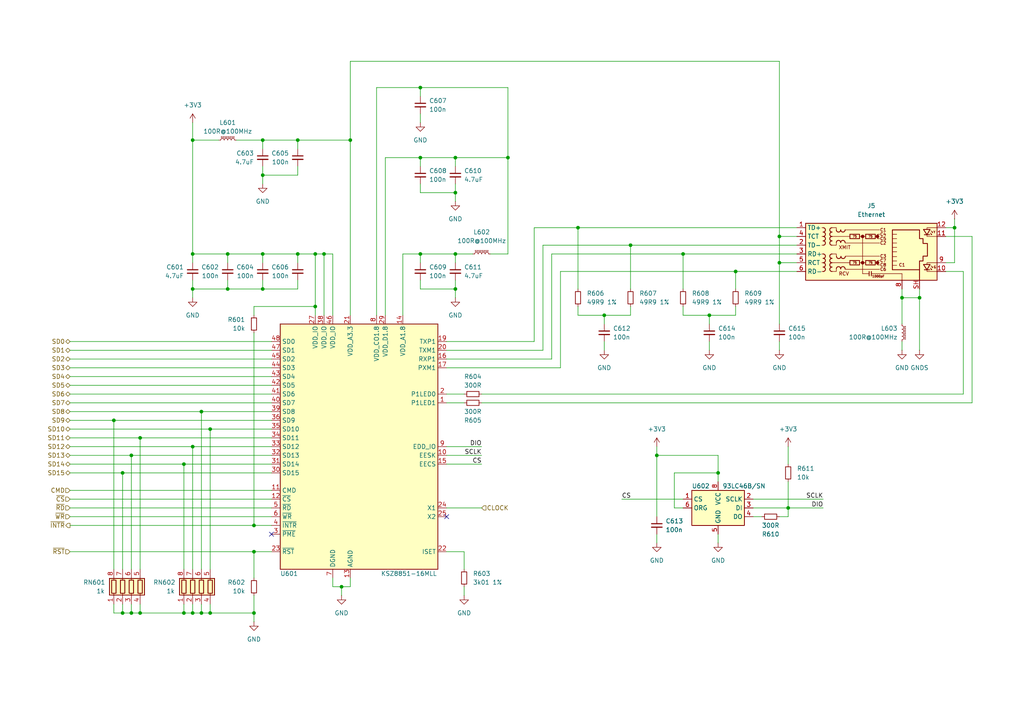
<source format=kicad_sch>
(kicad_sch
	(version 20231120)
	(generator "eeschema")
	(generator_version "8.0")
	(uuid "1f553a42-4d9b-4052-b313-a8d54664c72e")
	(paper "A4")
	(lib_symbols
		(symbol "Connector:RJ45_Hanrun_HR911105A_Horizontal"
			(exclude_from_sim no)
			(in_bom yes)
			(on_board yes)
			(property "Reference" "J"
				(at 18.415 10.16 0)
				(effects
					(font
						(size 1.27 1.27)
					)
					(justify right)
				)
			)
			(property "Value" "RJ45_Hanrun_HR911105A_Horizontal"
				(at -19.05 10.16 0)
				(effects
					(font
						(size 1.27 1.27)
					)
					(justify left)
				)
			)
			(property "Footprint" "Connector_RJ:RJ45_Hanrun_HR911105A_Horizontal"
				(at 0 12.7 0)
				(effects
					(font
						(size 1.27 1.27)
					)
					(hide yes)
				)
			)
			(property "Datasheet" "https://datasheet.lcsc.com/lcsc/1811141815_HANRUN-Zhongshan-HanRun-Elec-HR911105A_C12074.pdf"
				(at 0 15.24 0)
				(effects
					(font
						(size 1.27 1.27)
					)
					(hide yes)
				)
			)
			(property "Description" "1 Port RJ45 Magjack Connector Through Hole 10/100 Base-T, AutoMDIX"
				(at 0 0 0)
				(effects
					(font
						(size 1.27 1.27)
					)
					(hide yes)
				)
			)
			(property "ki_keywords" "RJ45 Magjack Socket"
				(at 0 0 0)
				(effects
					(font
						(size 1.27 1.27)
					)
					(hide yes)
				)
			)
			(property "ki_fp_filters" "RJ45*Hanrun*HR911105A*"
				(at 0 0 0)
				(effects
					(font
						(size 1.27 1.27)
					)
					(hide yes)
				)
			)
			(symbol "RJ45_Hanrun_HR911105A_Horizontal_0_0"
				(circle
					(center -1.27 -2.54)
					(radius 0.0001)
					(stroke
						(width 0.508)
						(type default)
					)
					(fill
						(type none)
					)
				)
				(circle
					(center -1.27 5.08)
					(radius 0.0001)
					(stroke
						(width 0.508)
						(type default)
					)
					(fill
						(type none)
					)
				)
				(polyline
					(pts
						(xy -1.27 5.08) (xy -1.27 -5.715)
					)
					(stroke
						(width 0)
						(type default)
					)
					(fill
						(type none)
					)
				)
				(polyline
					(pts
						(xy 0.635 -5.08) (xy 0.635 -6.35)
					)
					(stroke
						(width 0.254)
						(type default)
					)
					(fill
						(type none)
					)
				)
				(polyline
					(pts
						(xy 1.27 -5.08) (xy 1.27 -6.35)
					)
					(stroke
						(width 0.254)
						(type default)
					)
					(fill
						(type none)
					)
				)
				(polyline
					(pts
						(xy 3.048 -2.54) (xy 2.54 -2.54)
					)
					(stroke
						(width 0)
						(type default)
					)
					(fill
						(type none)
					)
				)
				(polyline
					(pts
						(xy 3.048 5.08) (xy 2.54 5.08)
					)
					(stroke
						(width 0)
						(type default)
					)
					(fill
						(type none)
					)
				)
				(polyline
					(pts
						(xy 17.399 -3.048) (xy 17.399 -2.54) (xy 20.32 -2.54)
					)
					(stroke
						(width 0)
						(type default)
					)
					(fill
						(type none)
					)
				)
				(polyline
					(pts
						(xy 17.399 7.112) (xy 17.399 7.62) (xy 20.32 7.62)
					)
					(stroke
						(width 0)
						(type default)
					)
					(fill
						(type none)
					)
				)
				(polyline
					(pts
						(xy 20.32 -5.08) (xy 17.399 -5.08) (xy 17.399 -4.572)
					)
					(stroke
						(width 0)
						(type default)
					)
					(fill
						(type none)
					)
				)
				(polyline
					(pts
						(xy 20.32 5.08) (xy 17.399 5.08) (xy 17.399 5.588)
					)
					(stroke
						(width 0)
						(type default)
					)
					(fill
						(type none)
					)
				)
				(polyline
					(pts
						(xy 3.683 -1.905) (xy 3.048 -1.905) (xy 3.048 -3.175) (xy 3.683 -3.175)
					)
					(stroke
						(width 0)
						(type default)
					)
					(fill
						(type none)
					)
				)
				(polyline
					(pts
						(xy 3.683 5.715) (xy 3.048 5.715) (xy 3.048 4.445) (xy 3.683 4.445)
					)
					(stroke
						(width 0)
						(type default)
					)
					(fill
						(type none)
					)
				)
				(circle
					(center 3.048 -2.54)
					(radius 0.0001)
					(stroke
						(width 0.508)
						(type default)
					)
					(fill
						(type none)
					)
				)
				(circle
					(center 3.048 5.08)
					(radius 0.0001)
					(stroke
						(width 0.508)
						(type default)
					)
					(fill
						(type none)
					)
				)
				(text "C1"
					(at 4.699 6.985 0)
					(effects
						(font
							(size 0.889 0.889)
						)
					)
				)
				(text "C1"
					(at 10.16 -3.175 0)
					(effects
						(font
							(size 0.889 0.889)
						)
					)
				)
				(text "C2"
					(at 4.699 3.175 0)
					(effects
						(font
							(size 0.889 0.889)
						)
					)
				)
				(text "C3"
					(at 4.699 -0.635 0)
					(effects
						(font
							(size 0.889 0.889)
						)
					)
				)
				(text "C4"
					(at 4.699 5.715 0)
					(effects
						(font
							(size 0.889 0.889)
						)
					)
				)
				(text "C5"
					(at 4.699 4.445 0)
					(effects
						(font
							(size 0.889 0.889)
						)
					)
				)
				(text "C6"
					(at 4.699 -4.445 0)
					(effects
						(font
							(size 0.889 0.889)
						)
					)
				)
				(text "C7"
					(at 4.699 -1.905 0)
					(effects
						(font
							(size 0.889 0.889)
						)
					)
				)
				(text "C8"
					(at 4.699 -3.175 0)
					(effects
						(font
							(size 0.889 0.889)
						)
					)
				)
				(text "RCV"
					(at -8.255 -5.715 0)
					(effects
						(font
							(size 1.016 1.016)
						)
						(justify left)
					)
				)
				(text "XMIT"
					(at -8.255 1.905 0)
					(effects
						(font
							(size 1.016 1.016)
						)
						(justify left)
					)
				)
			)
			(symbol "RJ45_Hanrun_HR911105A_Horizontal_0_1"
				(rectangle
					(start -17.78 8.89)
					(end 20.32 -7.62)
					(stroke
						(width 0.254)
						(type default)
					)
					(fill
						(type background)
					)
				)
				(polyline
					(pts
						(xy -12.7 -5.08) (xy -13.081 -5.08)
					)
					(stroke
						(width 0)
						(type default)
					)
					(fill
						(type none)
					)
				)
				(polyline
					(pts
						(xy -12.7 -2.54) (xy -13.081 -2.54)
					)
					(stroke
						(width 0)
						(type default)
					)
					(fill
						(type none)
					)
				)
				(polyline
					(pts
						(xy -12.7 0) (xy -13.081 0)
					)
					(stroke
						(width 0)
						(type default)
					)
					(fill
						(type none)
					)
				)
				(polyline
					(pts
						(xy -12.7 2.54) (xy -13.081 2.54)
					)
					(stroke
						(width 0)
						(type default)
					)
					(fill
						(type none)
					)
				)
				(polyline
					(pts
						(xy -12.7 5.08) (xy -13.081 5.08)
					)
					(stroke
						(width 0)
						(type default)
					)
					(fill
						(type none)
					)
				)
				(polyline
					(pts
						(xy -12.7 7.62) (xy -13.081 7.62)
					)
					(stroke
						(width 0)
						(type default)
					)
					(fill
						(type none)
					)
				)
				(polyline
					(pts
						(xy -6.35 -4.445) (xy 3.683 -4.445)
					)
					(stroke
						(width 0)
						(type default)
					)
					(fill
						(type none)
					)
				)
				(polyline
					(pts
						(xy -6.35 3.175) (xy 3.683 3.175)
					)
					(stroke
						(width 0)
						(type default)
					)
					(fill
						(type none)
					)
				)
				(polyline
					(pts
						(xy -6.35 6.985) (xy 3.683 6.985)
					)
					(stroke
						(width 0)
						(type default)
					)
					(fill
						(type none)
					)
				)
				(polyline
					(pts
						(xy -6.223 -0.635) (xy 3.683 -0.635)
					)
					(stroke
						(width 0)
						(type default)
					)
					(fill
						(type none)
					)
				)
				(polyline
					(pts
						(xy -5.08 -2.54) (xy -10.16 -2.54)
					)
					(stroke
						(width 0)
						(type default)
					)
					(fill
						(type none)
					)
				)
				(polyline
					(pts
						(xy -4.953 5.08) (xy -10.16 5.08)
					)
					(stroke
						(width 0)
						(type default)
					)
					(fill
						(type none)
					)
				)
				(polyline
					(pts
						(xy -2.159 -2.54) (xy -0.381 -2.54)
					)
					(stroke
						(width 0)
						(type default)
					)
					(fill
						(type none)
					)
				)
				(polyline
					(pts
						(xy -2.159 5.08) (xy -0.381 5.08)
					)
					(stroke
						(width 0)
						(type default)
					)
					(fill
						(type none)
					)
				)
				(polyline
					(pts
						(xy 0.635 -5.715) (xy -1.27 -5.715)
					)
					(stroke
						(width 0)
						(type default)
					)
					(fill
						(type none)
					)
				)
				(polyline
					(pts
						(xy 7.366 -2.032) (xy 8.636 -2.032)
					)
					(stroke
						(width 0)
						(type default)
					)
					(fill
						(type none)
					)
				)
				(polyline
					(pts
						(xy 7.366 -0.762) (xy 8.636 -0.762)
					)
					(stroke
						(width 0)
						(type default)
					)
					(fill
						(type none)
					)
				)
				(polyline
					(pts
						(xy 7.366 0.635) (xy 8.636 0.635)
					)
					(stroke
						(width 0)
						(type default)
					)
					(fill
						(type none)
					)
				)
				(polyline
					(pts
						(xy 7.366 1.905) (xy 8.636 1.905)
					)
					(stroke
						(width 0)
						(type default)
					)
					(fill
						(type none)
					)
				)
				(polyline
					(pts
						(xy 7.366 3.175) (xy 8.636 3.175)
					)
					(stroke
						(width 0)
						(type default)
					)
					(fill
						(type none)
					)
				)
				(polyline
					(pts
						(xy 8.636 -3.302) (xy 7.366 -3.302)
					)
					(stroke
						(width 0)
						(type default)
					)
					(fill
						(type none)
					)
				)
				(polyline
					(pts
						(xy 8.636 4.445) (xy 7.366 4.445)
					)
					(stroke
						(width 0)
						(type default)
					)
					(fill
						(type none)
					)
				)
				(polyline
					(pts
						(xy 8.636 5.715) (xy 7.366 5.715)
					)
					(stroke
						(width 0)
						(type default)
					)
					(fill
						(type none)
					)
				)
				(polyline
					(pts
						(xy 10.16 -5.715) (xy 1.27 -5.715)
					)
					(stroke
						(width 0)
						(type default)
					)
					(fill
						(type none)
					)
				)
				(polyline
					(pts
						(xy 10.16 -5.715) (xy 10.16 -7.62)
					)
					(stroke
						(width 0)
						(type default)
					)
					(fill
						(type none)
					)
				)
				(polyline
					(pts
						(xy -10.16 0) (xy -8.89 0) (xy -8.89 -0.635)
					)
					(stroke
						(width 0)
						(type default)
					)
					(fill
						(type none)
					)
				)
				(polyline
					(pts
						(xy -10.16 7.62) (xy -8.89 7.62) (xy -8.89 6.985)
					)
					(stroke
						(width 0)
						(type default)
					)
					(fill
						(type none)
					)
				)
				(polyline
					(pts
						(xy -8.89 -4.445) (xy -8.89 -5.08) (xy -10.16 -5.08)
					)
					(stroke
						(width 0)
						(type default)
					)
					(fill
						(type none)
					)
				)
				(polyline
					(pts
						(xy -8.89 3.175) (xy -8.89 2.54) (xy -10.16 2.54)
					)
					(stroke
						(width 0)
						(type default)
					)
					(fill
						(type none)
					)
				)
			)
			(symbol "RJ45_Hanrun_HR911105A_Horizontal_1_0"
				(text "1000pF"
					(at 3.302 -6.477 0)
					(effects
						(font
							(size 0.635 0.635)
						)
					)
				)
			)
			(symbol "RJ45_Hanrun_HR911105A_Horizontal_1_1"
				(arc
					(start -12.7 -1.27)
					(mid -12.0677 -0.635)
					(end -12.7 0)
					(stroke
						(width 0.254)
						(type default)
					)
					(fill
						(type none)
					)
				)
				(arc
					(start -12.6973 -5.08)
					(mid -12.065 -4.445)
					(end -12.6973 -3.81)
					(stroke
						(width 0.254)
						(type default)
					)
					(fill
						(type none)
					)
				)
				(arc
					(start -12.6973 -3.81)
					(mid -12.065 -3.175)
					(end -12.6973 -2.54)
					(stroke
						(width 0.254)
						(type default)
					)
					(fill
						(type none)
					)
				)
				(arc
					(start -12.6973 -2.54)
					(mid -12.065 -1.905)
					(end -12.6973 -1.27)
					(stroke
						(width 0.254)
						(type default)
					)
					(fill
						(type none)
					)
				)
				(arc
					(start -12.6973 6.35)
					(mid -12.065 6.985)
					(end -12.6973 7.62)
					(stroke
						(width 0.254)
						(type default)
					)
					(fill
						(type none)
					)
				)
				(arc
					(start -12.6946 2.54)
					(mid -12.0623 3.175)
					(end -12.6946 3.81)
					(stroke
						(width 0.254)
						(type default)
					)
					(fill
						(type none)
					)
				)
				(arc
					(start -12.6946 3.81)
					(mid -12.0623 4.445)
					(end -12.6946 5.08)
					(stroke
						(width 0.254)
						(type default)
					)
					(fill
						(type none)
					)
				)
				(arc
					(start -12.6946 5.08)
					(mid -12.0623 5.715)
					(end -12.6946 6.35)
					(stroke
						(width 0.254)
						(type default)
					)
					(fill
						(type none)
					)
				)
				(arc
					(start -10.1654 -2.54)
					(mid -10.7977 -3.175)
					(end -10.1654 -3.81)
					(stroke
						(width 0.254)
						(type default)
					)
					(fill
						(type none)
					)
				)
				(arc
					(start -10.1654 -1.27)
					(mid -10.7977 -1.905)
					(end -10.1654 -2.54)
					(stroke
						(width 0.254)
						(type default)
					)
					(fill
						(type none)
					)
				)
				(arc
					(start -10.1654 0)
					(mid -10.7977 -0.635)
					(end -10.1654 -1.27)
					(stroke
						(width 0.254)
						(type default)
					)
					(fill
						(type none)
					)
				)
				(arc
					(start -10.1654 5.08)
					(mid -10.7977 4.445)
					(end -10.1654 3.81)
					(stroke
						(width 0.254)
						(type default)
					)
					(fill
						(type none)
					)
				)
				(arc
					(start -10.1654 6.35)
					(mid -10.7977 5.715)
					(end -10.1654 5.08)
					(stroke
						(width 0.254)
						(type default)
					)
					(fill
						(type none)
					)
				)
				(arc
					(start -10.1654 7.62)
					(mid -10.7977 6.985)
					(end -10.1654 6.35)
					(stroke
						(width 0.254)
						(type default)
					)
					(fill
						(type none)
					)
				)
				(arc
					(start -10.1627 -3.81)
					(mid -10.795 -4.445)
					(end -10.1627 -5.08)
					(stroke
						(width 0.254)
						(type default)
					)
					(fill
						(type none)
					)
				)
				(arc
					(start -10.1627 3.81)
					(mid -10.795 3.175)
					(end -10.1627 2.54)
					(stroke
						(width 0.254)
						(type default)
					)
					(fill
						(type none)
					)
				)
				(arc
					(start -8.89 6.9823)
					(mid -8.255 6.35)
					(end -7.62 6.9823)
					(stroke
						(width 0.254)
						(type default)
					)
					(fill
						(type none)
					)
				)
				(arc
					(start -8.8265 -0.7012)
					(mid -8.1915 -1.3335)
					(end -7.5565 -0.7012)
					(stroke
						(width 0.254)
						(type default)
					)
					(fill
						(type none)
					)
				)
				(arc
					(start -7.62 -4.3153)
					(mid -8.255 -3.683)
					(end -8.89 -4.3153)
					(stroke
						(width 0.254)
						(type default)
					)
					(fill
						(type none)
					)
				)
				(arc
					(start -7.62 3.3047)
					(mid -8.255 3.937)
					(end -8.89 3.3047)
					(stroke
						(width 0.254)
						(type default)
					)
					(fill
						(type none)
					)
				)
				(arc
					(start -7.62 6.985)
					(mid -6.985 6.3527)
					(end -6.35 6.985)
					(stroke
						(width 0.254)
						(type default)
					)
					(fill
						(type none)
					)
				)
				(arc
					(start -7.5565 -0.6985)
					(mid -6.9215 -1.3308)
					(end -6.2865 -0.6985)
					(stroke
						(width 0.254)
						(type default)
					)
					(fill
						(type none)
					)
				)
				(arc
					(start -6.35 -4.3126)
					(mid -6.985 -3.6803)
					(end -7.62 -4.3126)
					(stroke
						(width 0.254)
						(type default)
					)
					(fill
						(type none)
					)
				)
				(arc
					(start -6.35 3.3074)
					(mid -6.985 3.9397)
					(end -7.62 3.3074)
					(stroke
						(width 0.254)
						(type default)
					)
					(fill
						(type none)
					)
				)
				(rectangle
					(start -4.953 -1.905)
					(end -2.159 -3.175)
					(stroke
						(width 0.254)
						(type default)
					)
					(fill
						(type none)
					)
				)
				(rectangle
					(start -4.953 5.715)
					(end -2.159 4.445)
					(stroke
						(width 0.254)
						(type default)
					)
					(fill
						(type none)
					)
				)
				(rectangle
					(start -0.381 -1.905)
					(end 2.413 -3.175)
					(stroke
						(width 0.254)
						(type default)
					)
					(fill
						(type none)
					)
				)
				(rectangle
					(start -0.381 5.715)
					(end 2.413 4.445)
					(stroke
						(width 0.254)
						(type default)
					)
					(fill
						(type none)
					)
				)
				(polyline
					(pts
						(xy 15.24 -7.62) (xy 15.24 -4.572)
					)
					(stroke
						(width 0.254)
						(type default)
					)
					(fill
						(type none)
					)
				)
				(polyline
					(pts
						(xy 18.161 -4.572) (xy 16.637 -4.572)
					)
					(stroke
						(width 0.254)
						(type default)
					)
					(fill
						(type none)
					)
				)
				(polyline
					(pts
						(xy 18.161 5.588) (xy 16.637 5.588)
					)
					(stroke
						(width 0.254)
						(type default)
					)
					(fill
						(type none)
					)
				)
				(polyline
					(pts
						(xy 18.796 -4.572) (xy 18.796 -4.318)
					)
					(stroke
						(width 0)
						(type default)
					)
					(fill
						(type none)
					)
				)
				(polyline
					(pts
						(xy 18.796 5.588) (xy 18.796 5.842)
					)
					(stroke
						(width 0)
						(type default)
					)
					(fill
						(type none)
					)
				)
				(polyline
					(pts
						(xy 19.05 -3.937) (xy 19.05 -3.683)
					)
					(stroke
						(width 0)
						(type default)
					)
					(fill
						(type none)
					)
				)
				(polyline
					(pts
						(xy 19.05 6.223) (xy 19.05 6.477)
					)
					(stroke
						(width 0)
						(type default)
					)
					(fill
						(type none)
					)
				)
				(polyline
					(pts
						(xy 18.288 -4.064) (xy 18.796 -4.572) (xy 18.542 -4.572)
					)
					(stroke
						(width 0)
						(type default)
					)
					(fill
						(type none)
					)
				)
				(polyline
					(pts
						(xy 18.288 6.096) (xy 18.796 5.588) (xy 18.542 5.588)
					)
					(stroke
						(width 0)
						(type default)
					)
					(fill
						(type none)
					)
				)
				(polyline
					(pts
						(xy 18.542 -3.429) (xy 19.05 -3.937) (xy 18.796 -3.937)
					)
					(stroke
						(width 0)
						(type default)
					)
					(fill
						(type none)
					)
				)
				(polyline
					(pts
						(xy 18.542 6.731) (xy 19.05 6.223) (xy 18.796 6.223)
					)
					(stroke
						(width 0)
						(type default)
					)
					(fill
						(type none)
					)
				)
				(polyline
					(pts
						(xy 18.288 -3.048) (xy 16.383 -3.048) (xy 17.399 -4.572) (xy 18.288 -3.048)
					)
					(stroke
						(width 0.254)
						(type default)
					)
					(fill
						(type none)
					)
				)
				(polyline
					(pts
						(xy 18.288 7.112) (xy 16.383 7.112) (xy 17.399 5.588) (xy 18.288 7.112)
					)
					(stroke
						(width 0.254)
						(type default)
					)
					(fill
						(type none)
					)
				)
				(polyline
					(pts
						(xy 7.366 -4.572) (xy 7.366 6.985) (xy 15.24 6.985) (xy 15.24 4.445) (xy 16.256 4.445) (xy 16.256 3.048)
						(xy 17.526 3.048) (xy 17.526 -0.635) (xy 16.256 -0.635) (xy 16.256 -2.032) (xy 15.24 -2.032) (xy 15.24 -4.572)
						(xy 7.366 -4.572)
					)
					(stroke
						(width 0.254)
						(type default)
					)
					(fill
						(type none)
					)
				)
				(text "75"
					(at -3.556 -2.54 0)
					(effects
						(font
							(size 0.635 0.635)
						)
					)
				)
				(text "75"
					(at -3.556 5.08 0)
					(effects
						(font
							(size 0.635 0.635)
						)
					)
				)
				(text "75"
					(at 1.016 -2.54 0)
					(effects
						(font
							(size 0.635 0.635)
						)
					)
				)
				(text "75"
					(at 1.016 5.08 0)
					(effects
						(font
							(size 0.635 0.635)
						)
					)
				)
				(text "G"
					(at 19.685 -3.81 0)
					(effects
						(font
							(size 0.635 0.635)
						)
					)
				)
				(text "Y"
					(at 19.558 6.35 0)
					(effects
						(font
							(size 0.635 0.635)
						)
					)
				)
				(pin passive line
					(at -20.32 7.62 0)
					(length 2.54)
					(name "TD+"
						(effects
							(font
								(size 1.27 1.27)
							)
						)
					)
					(number "1"
						(effects
							(font
								(size 1.27 1.27)
							)
						)
					)
				)
				(pin passive line
					(at 22.86 -5.08 180)
					(length 2.54)
					(name ""
						(effects
							(font
								(size 1.27 1.27)
							)
						)
					)
					(number "10"
						(effects
							(font
								(size 1.27 1.27)
							)
						)
					)
				)
				(pin passive line
					(at 22.86 5.08 180)
					(length 2.54)
					(name ""
						(effects
							(font
								(size 1.27 1.27)
							)
						)
					)
					(number "11"
						(effects
							(font
								(size 1.27 1.27)
							)
						)
					)
				)
				(pin passive line
					(at 22.86 7.62 180)
					(length 2.54)
					(name ""
						(effects
							(font
								(size 1.27 1.27)
							)
						)
					)
					(number "12"
						(effects
							(font
								(size 1.27 1.27)
							)
						)
					)
				)
				(pin passive line
					(at -20.32 2.54 0)
					(length 2.54)
					(name "TD-"
						(effects
							(font
								(size 1.27 1.27)
							)
						)
					)
					(number "2"
						(effects
							(font
								(size 1.27 1.27)
							)
						)
					)
				)
				(pin passive line
					(at -20.32 0 0)
					(length 2.54)
					(name "RD+"
						(effects
							(font
								(size 1.27 1.27)
							)
						)
					)
					(number "3"
						(effects
							(font
								(size 1.27 1.27)
							)
						)
					)
				)
				(pin passive line
					(at -20.32 5.08 0)
					(length 2.54)
					(name "TCT"
						(effects
							(font
								(size 1.27 1.27)
							)
						)
					)
					(number "4"
						(effects
							(font
								(size 1.27 1.27)
							)
						)
					)
				)
				(pin passive line
					(at -20.32 -2.54 0)
					(length 2.54)
					(name "RCT"
						(effects
							(font
								(size 1.27 1.27)
							)
						)
					)
					(number "5"
						(effects
							(font
								(size 1.27 1.27)
							)
						)
					)
				)
				(pin passive line
					(at -20.32 -5.08 0)
					(length 2.54)
					(name "RD-"
						(effects
							(font
								(size 1.27 1.27)
							)
						)
					)
					(number "6"
						(effects
							(font
								(size 1.27 1.27)
							)
						)
					)
				)
				(pin no_connect line
					(at 20.32 0 0)
					(length 0) hide
					(name "NC"
						(effects
							(font
								(size 1.27 1.27)
							)
						)
					)
					(number "7"
						(effects
							(font
								(size 1.27 1.27)
							)
						)
					)
				)
				(pin power_in line
					(at 10.16 -10.16 90)
					(length 2.54)
					(name ""
						(effects
							(font
								(size 1.27 1.27)
							)
						)
					)
					(number "8"
						(effects
							(font
								(size 1.27 1.27)
							)
						)
					)
				)
				(pin passive line
					(at 22.86 -2.54 180)
					(length 2.54)
					(name ""
						(effects
							(font
								(size 1.27 1.27)
							)
						)
					)
					(number "9"
						(effects
							(font
								(size 1.27 1.27)
							)
						)
					)
				)
				(pin passive line
					(at 15.24 -10.16 90)
					(length 2.54)
					(name ""
						(effects
							(font
								(size 1.27 1.27)
							)
						)
					)
					(number "SH"
						(effects
							(font
								(size 1.27 1.27)
							)
						)
					)
				)
			)
		)
		(symbol "Device:C_Small"
			(pin_numbers hide)
			(pin_names
				(offset 0.254) hide)
			(exclude_from_sim no)
			(in_bom yes)
			(on_board yes)
			(property "Reference" "C"
				(at 0.254 1.778 0)
				(effects
					(font
						(size 1.27 1.27)
					)
					(justify left)
				)
			)
			(property "Value" "C_Small"
				(at 0.254 -2.032 0)
				(effects
					(font
						(size 1.27 1.27)
					)
					(justify left)
				)
			)
			(property "Footprint" ""
				(at 0 0 0)
				(effects
					(font
						(size 1.27 1.27)
					)
					(hide yes)
				)
			)
			(property "Datasheet" "~"
				(at 0 0 0)
				(effects
					(font
						(size 1.27 1.27)
					)
					(hide yes)
				)
			)
			(property "Description" "Unpolarized capacitor, small symbol"
				(at 0 0 0)
				(effects
					(font
						(size 1.27 1.27)
					)
					(hide yes)
				)
			)
			(property "ki_keywords" "capacitor cap"
				(at 0 0 0)
				(effects
					(font
						(size 1.27 1.27)
					)
					(hide yes)
				)
			)
			(property "ki_fp_filters" "C_*"
				(at 0 0 0)
				(effects
					(font
						(size 1.27 1.27)
					)
					(hide yes)
				)
			)
			(symbol "C_Small_0_1"
				(polyline
					(pts
						(xy -1.524 -0.508) (xy 1.524 -0.508)
					)
					(stroke
						(width 0.3302)
						(type default)
					)
					(fill
						(type none)
					)
				)
				(polyline
					(pts
						(xy -1.524 0.508) (xy 1.524 0.508)
					)
					(stroke
						(width 0.3048)
						(type default)
					)
					(fill
						(type none)
					)
				)
			)
			(symbol "C_Small_1_1"
				(pin passive line
					(at 0 2.54 270)
					(length 2.032)
					(name "~"
						(effects
							(font
								(size 1.27 1.27)
							)
						)
					)
					(number "1"
						(effects
							(font
								(size 1.27 1.27)
							)
						)
					)
				)
				(pin passive line
					(at 0 -2.54 90)
					(length 2.032)
					(name "~"
						(effects
							(font
								(size 1.27 1.27)
							)
						)
					)
					(number "2"
						(effects
							(font
								(size 1.27 1.27)
							)
						)
					)
				)
			)
		)
		(symbol "Device:L_Ferrite_Small"
			(pin_numbers hide)
			(pin_names
				(offset 0.254) hide)
			(exclude_from_sim no)
			(in_bom yes)
			(on_board yes)
			(property "Reference" "L"
				(at 1.27 1.016 0)
				(effects
					(font
						(size 1.27 1.27)
					)
					(justify left)
				)
			)
			(property "Value" "L_Ferrite_Small"
				(at 1.27 -1.27 0)
				(effects
					(font
						(size 1.27 1.27)
					)
					(justify left)
				)
			)
			(property "Footprint" ""
				(at 0 0 0)
				(effects
					(font
						(size 1.27 1.27)
					)
					(hide yes)
				)
			)
			(property "Datasheet" "~"
				(at 0 0 0)
				(effects
					(font
						(size 1.27 1.27)
					)
					(hide yes)
				)
			)
			(property "Description" "Inductor with ferrite core, small symbol"
				(at 0 0 0)
				(effects
					(font
						(size 1.27 1.27)
					)
					(hide yes)
				)
			)
			(property "ki_keywords" "inductor choke coil reactor magnetic"
				(at 0 0 0)
				(effects
					(font
						(size 1.27 1.27)
					)
					(hide yes)
				)
			)
			(property "ki_fp_filters" "Choke_* *Coil* Inductor_* L_*"
				(at 0 0 0)
				(effects
					(font
						(size 1.27 1.27)
					)
					(hide yes)
				)
			)
			(symbol "L_Ferrite_Small_0_1"
				(arc
					(start 0 -2.032)
					(mid 0.5058 -1.524)
					(end 0 -1.016)
					(stroke
						(width 0)
						(type default)
					)
					(fill
						(type none)
					)
				)
				(arc
					(start 0 -1.016)
					(mid 0.5058 -0.508)
					(end 0 0)
					(stroke
						(width 0)
						(type default)
					)
					(fill
						(type none)
					)
				)
				(polyline
					(pts
						(xy 0.762 -1.905) (xy 0.762 -1.651)
					)
					(stroke
						(width 0)
						(type default)
					)
					(fill
						(type none)
					)
				)
				(polyline
					(pts
						(xy 0.762 -1.397) (xy 0.762 -1.143)
					)
					(stroke
						(width 0)
						(type default)
					)
					(fill
						(type none)
					)
				)
				(polyline
					(pts
						(xy 0.762 -0.889) (xy 0.762 -0.635)
					)
					(stroke
						(width 0)
						(type default)
					)
					(fill
						(type none)
					)
				)
				(polyline
					(pts
						(xy 0.762 -0.381) (xy 0.762 -0.127)
					)
					(stroke
						(width 0)
						(type default)
					)
					(fill
						(type none)
					)
				)
				(polyline
					(pts
						(xy 0.762 0.127) (xy 0.762 0.381)
					)
					(stroke
						(width 0)
						(type default)
					)
					(fill
						(type none)
					)
				)
				(polyline
					(pts
						(xy 0.762 0.635) (xy 0.762 0.889)
					)
					(stroke
						(width 0)
						(type default)
					)
					(fill
						(type none)
					)
				)
				(polyline
					(pts
						(xy 0.762 1.143) (xy 0.762 1.397)
					)
					(stroke
						(width 0)
						(type default)
					)
					(fill
						(type none)
					)
				)
				(polyline
					(pts
						(xy 0.762 1.651) (xy 0.762 1.905)
					)
					(stroke
						(width 0)
						(type default)
					)
					(fill
						(type none)
					)
				)
				(polyline
					(pts
						(xy 1.016 -1.651) (xy 1.016 -1.905)
					)
					(stroke
						(width 0)
						(type default)
					)
					(fill
						(type none)
					)
				)
				(polyline
					(pts
						(xy 1.016 -1.143) (xy 1.016 -1.397)
					)
					(stroke
						(width 0)
						(type default)
					)
					(fill
						(type none)
					)
				)
				(polyline
					(pts
						(xy 1.016 -0.635) (xy 1.016 -0.889)
					)
					(stroke
						(width 0)
						(type default)
					)
					(fill
						(type none)
					)
				)
				(polyline
					(pts
						(xy 1.016 -0.127) (xy 1.016 -0.381)
					)
					(stroke
						(width 0)
						(type default)
					)
					(fill
						(type none)
					)
				)
				(polyline
					(pts
						(xy 1.016 0.381) (xy 1.016 0.127)
					)
					(stroke
						(width 0)
						(type default)
					)
					(fill
						(type none)
					)
				)
				(polyline
					(pts
						(xy 1.016 0.889) (xy 1.016 0.635)
					)
					(stroke
						(width 0)
						(type default)
					)
					(fill
						(type none)
					)
				)
				(polyline
					(pts
						(xy 1.016 1.397) (xy 1.016 1.143)
					)
					(stroke
						(width 0)
						(type default)
					)
					(fill
						(type none)
					)
				)
				(polyline
					(pts
						(xy 1.016 1.905) (xy 1.016 1.651)
					)
					(stroke
						(width 0)
						(type default)
					)
					(fill
						(type none)
					)
				)
				(arc
					(start 0 0)
					(mid 0.5058 0.508)
					(end 0 1.016)
					(stroke
						(width 0)
						(type default)
					)
					(fill
						(type none)
					)
				)
				(arc
					(start 0 1.016)
					(mid 0.5058 1.524)
					(end 0 2.032)
					(stroke
						(width 0)
						(type default)
					)
					(fill
						(type none)
					)
				)
			)
			(symbol "L_Ferrite_Small_1_1"
				(pin passive line
					(at 0 2.54 270)
					(length 0.508)
					(name "~"
						(effects
							(font
								(size 1.27 1.27)
							)
						)
					)
					(number "1"
						(effects
							(font
								(size 1.27 1.27)
							)
						)
					)
				)
				(pin passive line
					(at 0 -2.54 90)
					(length 0.508)
					(name "~"
						(effects
							(font
								(size 1.27 1.27)
							)
						)
					)
					(number "2"
						(effects
							(font
								(size 1.27 1.27)
							)
						)
					)
				)
			)
		)
		(symbol "Device:R_Pack04"
			(pin_names
				(offset 0) hide)
			(exclude_from_sim no)
			(in_bom yes)
			(on_board yes)
			(property "Reference" "RN"
				(at -7.62 0 90)
				(effects
					(font
						(size 1.27 1.27)
					)
				)
			)
			(property "Value" "R_Pack04"
				(at 5.08 0 90)
				(effects
					(font
						(size 1.27 1.27)
					)
				)
			)
			(property "Footprint" ""
				(at 6.985 0 90)
				(effects
					(font
						(size 1.27 1.27)
					)
					(hide yes)
				)
			)
			(property "Datasheet" "~"
				(at 0 0 0)
				(effects
					(font
						(size 1.27 1.27)
					)
					(hide yes)
				)
			)
			(property "Description" "4 resistor network, parallel topology"
				(at 0 0 0)
				(effects
					(font
						(size 1.27 1.27)
					)
					(hide yes)
				)
			)
			(property "ki_keywords" "R network parallel topology isolated"
				(at 0 0 0)
				(effects
					(font
						(size 1.27 1.27)
					)
					(hide yes)
				)
			)
			(property "ki_fp_filters" "DIP* SOIC* R*Array*Concave* R*Array*Convex* MSOP*"
				(at 0 0 0)
				(effects
					(font
						(size 1.27 1.27)
					)
					(hide yes)
				)
			)
			(symbol "R_Pack04_0_1"
				(rectangle
					(start -6.35 -2.413)
					(end 3.81 2.413)
					(stroke
						(width 0.254)
						(type default)
					)
					(fill
						(type background)
					)
				)
				(rectangle
					(start -5.715 1.905)
					(end -4.445 -1.905)
					(stroke
						(width 0.254)
						(type default)
					)
					(fill
						(type none)
					)
				)
				(rectangle
					(start -3.175 1.905)
					(end -1.905 -1.905)
					(stroke
						(width 0.254)
						(type default)
					)
					(fill
						(type none)
					)
				)
				(rectangle
					(start -0.635 1.905)
					(end 0.635 -1.905)
					(stroke
						(width 0.254)
						(type default)
					)
					(fill
						(type none)
					)
				)
				(polyline
					(pts
						(xy -5.08 -2.54) (xy -5.08 -1.905)
					)
					(stroke
						(width 0)
						(type default)
					)
					(fill
						(type none)
					)
				)
				(polyline
					(pts
						(xy -5.08 1.905) (xy -5.08 2.54)
					)
					(stroke
						(width 0)
						(type default)
					)
					(fill
						(type none)
					)
				)
				(polyline
					(pts
						(xy -2.54 -2.54) (xy -2.54 -1.905)
					)
					(stroke
						(width 0)
						(type default)
					)
					(fill
						(type none)
					)
				)
				(polyline
					(pts
						(xy -2.54 1.905) (xy -2.54 2.54)
					)
					(stroke
						(width 0)
						(type default)
					)
					(fill
						(type none)
					)
				)
				(polyline
					(pts
						(xy 0 -2.54) (xy 0 -1.905)
					)
					(stroke
						(width 0)
						(type default)
					)
					(fill
						(type none)
					)
				)
				(polyline
					(pts
						(xy 0 1.905) (xy 0 2.54)
					)
					(stroke
						(width 0)
						(type default)
					)
					(fill
						(type none)
					)
				)
				(polyline
					(pts
						(xy 2.54 -2.54) (xy 2.54 -1.905)
					)
					(stroke
						(width 0)
						(type default)
					)
					(fill
						(type none)
					)
				)
				(polyline
					(pts
						(xy 2.54 1.905) (xy 2.54 2.54)
					)
					(stroke
						(width 0)
						(type default)
					)
					(fill
						(type none)
					)
				)
				(rectangle
					(start 1.905 1.905)
					(end 3.175 -1.905)
					(stroke
						(width 0.254)
						(type default)
					)
					(fill
						(type none)
					)
				)
			)
			(symbol "R_Pack04_1_1"
				(pin passive line
					(at -5.08 -5.08 90)
					(length 2.54)
					(name "R1.1"
						(effects
							(font
								(size 1.27 1.27)
							)
						)
					)
					(number "1"
						(effects
							(font
								(size 1.27 1.27)
							)
						)
					)
				)
				(pin passive line
					(at -2.54 -5.08 90)
					(length 2.54)
					(name "R2.1"
						(effects
							(font
								(size 1.27 1.27)
							)
						)
					)
					(number "2"
						(effects
							(font
								(size 1.27 1.27)
							)
						)
					)
				)
				(pin passive line
					(at 0 -5.08 90)
					(length 2.54)
					(name "R3.1"
						(effects
							(font
								(size 1.27 1.27)
							)
						)
					)
					(number "3"
						(effects
							(font
								(size 1.27 1.27)
							)
						)
					)
				)
				(pin passive line
					(at 2.54 -5.08 90)
					(length 2.54)
					(name "R4.1"
						(effects
							(font
								(size 1.27 1.27)
							)
						)
					)
					(number "4"
						(effects
							(font
								(size 1.27 1.27)
							)
						)
					)
				)
				(pin passive line
					(at 2.54 5.08 270)
					(length 2.54)
					(name "R4.2"
						(effects
							(font
								(size 1.27 1.27)
							)
						)
					)
					(number "5"
						(effects
							(font
								(size 1.27 1.27)
							)
						)
					)
				)
				(pin passive line
					(at 0 5.08 270)
					(length 2.54)
					(name "R3.2"
						(effects
							(font
								(size 1.27 1.27)
							)
						)
					)
					(number "6"
						(effects
							(font
								(size 1.27 1.27)
							)
						)
					)
				)
				(pin passive line
					(at -2.54 5.08 270)
					(length 2.54)
					(name "R2.2"
						(effects
							(font
								(size 1.27 1.27)
							)
						)
					)
					(number "7"
						(effects
							(font
								(size 1.27 1.27)
							)
						)
					)
				)
				(pin passive line
					(at -5.08 5.08 270)
					(length 2.54)
					(name "R1.2"
						(effects
							(font
								(size 1.27 1.27)
							)
						)
					)
					(number "8"
						(effects
							(font
								(size 1.27 1.27)
							)
						)
					)
				)
			)
		)
		(symbol "Device:R_Small"
			(pin_numbers hide)
			(pin_names
				(offset 0.254) hide)
			(exclude_from_sim no)
			(in_bom yes)
			(on_board yes)
			(property "Reference" "R"
				(at 0.762 0.508 0)
				(effects
					(font
						(size 1.27 1.27)
					)
					(justify left)
				)
			)
			(property "Value" "R_Small"
				(at 0.762 -1.016 0)
				(effects
					(font
						(size 1.27 1.27)
					)
					(justify left)
				)
			)
			(property "Footprint" ""
				(at 0 0 0)
				(effects
					(font
						(size 1.27 1.27)
					)
					(hide yes)
				)
			)
			(property "Datasheet" "~"
				(at 0 0 0)
				(effects
					(font
						(size 1.27 1.27)
					)
					(hide yes)
				)
			)
			(property "Description" "Resistor, small symbol"
				(at 0 0 0)
				(effects
					(font
						(size 1.27 1.27)
					)
					(hide yes)
				)
			)
			(property "ki_keywords" "R resistor"
				(at 0 0 0)
				(effects
					(font
						(size 1.27 1.27)
					)
					(hide yes)
				)
			)
			(property "ki_fp_filters" "R_*"
				(at 0 0 0)
				(effects
					(font
						(size 1.27 1.27)
					)
					(hide yes)
				)
			)
			(symbol "R_Small_0_1"
				(rectangle
					(start -0.762 1.778)
					(end 0.762 -1.778)
					(stroke
						(width 0.2032)
						(type default)
					)
					(fill
						(type none)
					)
				)
			)
			(symbol "R_Small_1_1"
				(pin passive line
					(at 0 2.54 270)
					(length 0.762)
					(name "~"
						(effects
							(font
								(size 1.27 1.27)
							)
						)
					)
					(number "1"
						(effects
							(font
								(size 1.27 1.27)
							)
						)
					)
				)
				(pin passive line
					(at 0 -2.54 90)
					(length 0.762)
					(name "~"
						(effects
							(font
								(size 1.27 1.27)
							)
						)
					)
					(number "2"
						(effects
							(font
								(size 1.27 1.27)
							)
						)
					)
				)
			)
		)
		(symbol "Memory_EEPROM:93LCxxC"
			(exclude_from_sim no)
			(in_bom yes)
			(on_board yes)
			(property "Reference" "U"
				(at -7.62 6.35 0)
				(effects
					(font
						(size 1.27 1.27)
					)
				)
			)
			(property "Value" "93LCxxC"
				(at 2.54 -6.35 0)
				(effects
					(font
						(size 1.27 1.27)
					)
					(justify left)
				)
			)
			(property "Footprint" ""
				(at 0 0 0)
				(effects
					(font
						(size 1.27 1.27)
					)
					(hide yes)
				)
			)
			(property "Datasheet" "http://ww1.microchip.com/downloads/en/DeviceDoc/20001749K.pdf"
				(at 0 0 0)
				(effects
					(font
						(size 1.27 1.27)
					)
					(hide yes)
				)
			)
			(property "Description" "Serial EEPROM, 93 Series, with ORG Pin, 2.5V, DIP-8/SOIC-8"
				(at 0 0 0)
				(effects
					(font
						(size 1.27 1.27)
					)
					(hide yes)
				)
			)
			(property "ki_keywords" "EEPROM memory Microwire"
				(at 0 0 0)
				(effects
					(font
						(size 1.27 1.27)
					)
					(hide yes)
				)
			)
			(property "ki_fp_filters" "DIP*W7.62mm* SOIC*3.9x4.9mm*"
				(at 0 0 0)
				(effects
					(font
						(size 1.27 1.27)
					)
					(hide yes)
				)
			)
			(symbol "93LCxxC_1_1"
				(rectangle
					(start -7.62 5.08)
					(end 7.62 -5.08)
					(stroke
						(width 0.254)
						(type default)
					)
					(fill
						(type background)
					)
				)
				(pin input line
					(at -10.16 2.54 0)
					(length 2.54)
					(name "CS"
						(effects
							(font
								(size 1.27 1.27)
							)
						)
					)
					(number "1"
						(effects
							(font
								(size 1.27 1.27)
							)
						)
					)
				)
				(pin input line
					(at 10.16 2.54 180)
					(length 2.54)
					(name "SCLK"
						(effects
							(font
								(size 1.27 1.27)
							)
						)
					)
					(number "2"
						(effects
							(font
								(size 1.27 1.27)
							)
						)
					)
				)
				(pin input line
					(at 10.16 0 180)
					(length 2.54)
					(name "DI"
						(effects
							(font
								(size 1.27 1.27)
							)
						)
					)
					(number "3"
						(effects
							(font
								(size 1.27 1.27)
							)
						)
					)
				)
				(pin tri_state line
					(at 10.16 -2.54 180)
					(length 2.54)
					(name "DO"
						(effects
							(font
								(size 1.27 1.27)
							)
						)
					)
					(number "4"
						(effects
							(font
								(size 1.27 1.27)
							)
						)
					)
				)
				(pin power_in line
					(at 0 -7.62 90)
					(length 2.54)
					(name "GND"
						(effects
							(font
								(size 1.27 1.27)
							)
						)
					)
					(number "5"
						(effects
							(font
								(size 1.27 1.27)
							)
						)
					)
				)
				(pin input line
					(at -10.16 0 0)
					(length 2.54)
					(name "ORG"
						(effects
							(font
								(size 1.27 1.27)
							)
						)
					)
					(number "6"
						(effects
							(font
								(size 1.27 1.27)
							)
						)
					)
				)
				(pin no_connect line
					(at -7.62 -2.54 0)
					(length 2.54) hide
					(name "NC"
						(effects
							(font
								(size 1.27 1.27)
							)
						)
					)
					(number "7"
						(effects
							(font
								(size 1.27 1.27)
							)
						)
					)
				)
				(pin power_in line
					(at 0 7.62 270)
					(length 2.54)
					(name "VCC"
						(effects
							(font
								(size 1.27 1.27)
							)
						)
					)
					(number "8"
						(effects
							(font
								(size 1.27 1.27)
							)
						)
					)
				)
			)
		)
		(symbol "power:+3V3"
			(power)
			(pin_numbers hide)
			(pin_names
				(offset 0) hide)
			(exclude_from_sim no)
			(in_bom yes)
			(on_board yes)
			(property "Reference" "#PWR"
				(at 0 -3.81 0)
				(effects
					(font
						(size 1.27 1.27)
					)
					(hide yes)
				)
			)
			(property "Value" "+3V3"
				(at 0 3.556 0)
				(effects
					(font
						(size 1.27 1.27)
					)
				)
			)
			(property "Footprint" ""
				(at 0 0 0)
				(effects
					(font
						(size 1.27 1.27)
					)
					(hide yes)
				)
			)
			(property "Datasheet" ""
				(at 0 0 0)
				(effects
					(font
						(size 1.27 1.27)
					)
					(hide yes)
				)
			)
			(property "Description" "Power symbol creates a global label with name \"+3V3\""
				(at 0 0 0)
				(effects
					(font
						(size 1.27 1.27)
					)
					(hide yes)
				)
			)
			(property "ki_keywords" "global power"
				(at 0 0 0)
				(effects
					(font
						(size 1.27 1.27)
					)
					(hide yes)
				)
			)
			(symbol "+3V3_0_1"
				(polyline
					(pts
						(xy -0.762 1.27) (xy 0 2.54)
					)
					(stroke
						(width 0)
						(type default)
					)
					(fill
						(type none)
					)
				)
				(polyline
					(pts
						(xy 0 0) (xy 0 2.54)
					)
					(stroke
						(width 0)
						(type default)
					)
					(fill
						(type none)
					)
				)
				(polyline
					(pts
						(xy 0 2.54) (xy 0.762 1.27)
					)
					(stroke
						(width 0)
						(type default)
					)
					(fill
						(type none)
					)
				)
			)
			(symbol "+3V3_1_1"
				(pin power_in line
					(at 0 0 90)
					(length 0)
					(name "~"
						(effects
							(font
								(size 1.27 1.27)
							)
						)
					)
					(number "1"
						(effects
							(font
								(size 1.27 1.27)
							)
						)
					)
				)
			)
		)
		(symbol "power:GND"
			(power)
			(pin_numbers hide)
			(pin_names
				(offset 0) hide)
			(exclude_from_sim no)
			(in_bom yes)
			(on_board yes)
			(property "Reference" "#PWR"
				(at 0 -6.35 0)
				(effects
					(font
						(size 1.27 1.27)
					)
					(hide yes)
				)
			)
			(property "Value" "GND"
				(at 0 -3.81 0)
				(effects
					(font
						(size 1.27 1.27)
					)
				)
			)
			(property "Footprint" ""
				(at 0 0 0)
				(effects
					(font
						(size 1.27 1.27)
					)
					(hide yes)
				)
			)
			(property "Datasheet" ""
				(at 0 0 0)
				(effects
					(font
						(size 1.27 1.27)
					)
					(hide yes)
				)
			)
			(property "Description" "Power symbol creates a global label with name \"GND\" , ground"
				(at 0 0 0)
				(effects
					(font
						(size 1.27 1.27)
					)
					(hide yes)
				)
			)
			(property "ki_keywords" "global power"
				(at 0 0 0)
				(effects
					(font
						(size 1.27 1.27)
					)
					(hide yes)
				)
			)
			(symbol "GND_0_1"
				(polyline
					(pts
						(xy 0 0) (xy 0 -1.27) (xy 1.27 -1.27) (xy 0 -2.54) (xy -1.27 -1.27) (xy 0 -1.27)
					)
					(stroke
						(width 0)
						(type default)
					)
					(fill
						(type none)
					)
				)
			)
			(symbol "GND_1_1"
				(pin power_in line
					(at 0 0 270)
					(length 0)
					(name "~"
						(effects
							(font
								(size 1.27 1.27)
							)
						)
					)
					(number "1"
						(effects
							(font
								(size 1.27 1.27)
							)
						)
					)
				)
			)
		)
		(symbol "power:GNDS"
			(power)
			(pin_numbers hide)
			(pin_names
				(offset 0) hide)
			(exclude_from_sim no)
			(in_bom yes)
			(on_board yes)
			(property "Reference" "#PWR"
				(at 0 -6.35 0)
				(effects
					(font
						(size 1.27 1.27)
					)
					(hide yes)
				)
			)
			(property "Value" "GNDS"
				(at 0 -3.81 0)
				(effects
					(font
						(size 1.27 1.27)
					)
				)
			)
			(property "Footprint" ""
				(at 0 0 0)
				(effects
					(font
						(size 1.27 1.27)
					)
					(hide yes)
				)
			)
			(property "Datasheet" ""
				(at 0 0 0)
				(effects
					(font
						(size 1.27 1.27)
					)
					(hide yes)
				)
			)
			(property "Description" "Power symbol creates a global label with name \"GNDS\" , signal ground"
				(at 0 0 0)
				(effects
					(font
						(size 1.27 1.27)
					)
					(hide yes)
				)
			)
			(property "ki_keywords" "global power"
				(at 0 0 0)
				(effects
					(font
						(size 1.27 1.27)
					)
					(hide yes)
				)
			)
			(symbol "GNDS_0_1"
				(polyline
					(pts
						(xy 0 0) (xy 0 -1.27) (xy 1.27 -1.27) (xy 0 -2.54) (xy -1.27 -1.27) (xy 0 -1.27)
					)
					(stroke
						(width 0)
						(type default)
					)
					(fill
						(type none)
					)
				)
			)
			(symbol "GNDS_1_1"
				(pin power_in line
					(at 0 0 270)
					(length 0)
					(name "~"
						(effects
							(font
								(size 1.27 1.27)
							)
						)
					)
					(number "1"
						(effects
							(font
								(size 1.27 1.27)
							)
						)
					)
				)
			)
		)
		(symbol "stmbl-fpga-master:KSZ8851-16MLLx"
			(exclude_from_sim no)
			(in_bom yes)
			(on_board yes)
			(property "Reference" "U"
				(at 27.94 12.7 0)
				(effects
					(font
						(size 1.27 1.27)
					)
				)
			)
			(property "Value" ""
				(at 27.94 12.7 0)
				(effects
					(font
						(size 1.27 1.27)
					)
				)
			)
			(property "Footprint" "Package_QFP:LQFP-48_7x7mm_P0.5mm"
				(at 0.508 3.302 0)
				(effects
					(font
						(size 1.27 1.27)
					)
					(hide yes)
				)
			)
			(property "Datasheet" "https://ww1.microchip.com/downloads/aemDocuments/documents/OTH/ProductDocuments/DataSheets/KSZ8851-16MLL-Single-Port-Ethernet-MAC-Controller-with-8-Bit-or-16-Bit-Non-PCI-Interface-DS00002357B.pdf"
				(at 0 0.254 0)
				(effects
					(font
						(size 1.27 1.27)
					)
					(hide yes)
				)
			)
			(property "Description" ""
				(at 27.94 12.7 0)
				(effects
					(font
						(size 1.27 1.27)
					)
					(hide yes)
				)
			)
			(symbol "KSZ8851-16MLLx_1_0"
				(pin output line
					(at 25.4 12.7 180)
					(length 2.54)
					(name "P1LED1"
						(effects
							(font
								(size 1.27 1.27)
							)
						)
					)
					(number "1"
						(effects
							(font
								(size 1.27 1.27)
							)
						)
					)
				)
				(pin output line
					(at 25.4 -2.54 180)
					(length 2.54)
					(name "EESK"
						(effects
							(font
								(size 1.27 1.27)
							)
						)
					)
					(number "10"
						(effects
							(font
								(size 1.27 1.27)
							)
						)
					)
				)
				(pin input line
					(at -25.4 -12.7 0)
					(length 2.54)
					(name "CMD"
						(effects
							(font
								(size 1.27 1.27)
							)
						)
					)
					(number "11"
						(effects
							(font
								(size 1.27 1.27)
							)
						)
					)
				)
				(pin input line
					(at -25.4 -15.24 0)
					(length 2.54)
					(name "~{CS}"
						(effects
							(font
								(size 1.27 1.27)
							)
						)
					)
					(number "12"
						(effects
							(font
								(size 1.27 1.27)
							)
						)
					)
				)
				(pin power_in line
					(at -2.54 -38.1 90)
					(length 2.54)
					(name "AGND"
						(effects
							(font
								(size 1.27 1.27)
							)
						)
					)
					(number "13"
						(effects
							(font
								(size 1.27 1.27)
							)
						)
					)
				)
				(pin power_in line
					(at 12.7 38.1 270)
					(length 2.54)
					(name "VDD_A1.8"
						(effects
							(font
								(size 1.27 1.27)
							)
						)
					)
					(number "14"
						(effects
							(font
								(size 1.27 1.27)
							)
						)
					)
				)
				(pin output line
					(at 25.4 -5.08 180)
					(length 2.54)
					(name "EECS"
						(effects
							(font
								(size 1.27 1.27)
							)
						)
					)
					(number "15"
						(effects
							(font
								(size 1.27 1.27)
							)
						)
					)
				)
				(pin bidirectional line
					(at 25.4 25.4 180)
					(length 2.54)
					(name "RXP1"
						(effects
							(font
								(size 1.27 1.27)
							)
						)
					)
					(number "16"
						(effects
							(font
								(size 1.27 1.27)
							)
						)
					)
				)
				(pin bidirectional line
					(at 25.4 22.86 180)
					(length 2.54)
					(name "PXM1"
						(effects
							(font
								(size 1.27 1.27)
							)
						)
					)
					(number "17"
						(effects
							(font
								(size 1.27 1.27)
							)
						)
					)
				)
				(pin passive line
					(at -2.54 -38.1 90)
					(length 2.54) hide
					(name "AGND"
						(effects
							(font
								(size 1.27 1.27)
							)
						)
					)
					(number "18"
						(effects
							(font
								(size 1.27 1.27)
							)
						)
					)
				)
				(pin bidirectional line
					(at 25.4 30.48 180)
					(length 2.54)
					(name "TXP1"
						(effects
							(font
								(size 1.27 1.27)
							)
						)
					)
					(number "19"
						(effects
							(font
								(size 1.27 1.27)
							)
						)
					)
				)
				(pin output line
					(at 25.4 15.24 180)
					(length 2.54)
					(name "P1LED0"
						(effects
							(font
								(size 1.27 1.27)
							)
						)
					)
					(number "2"
						(effects
							(font
								(size 1.27 1.27)
							)
						)
					)
				)
				(pin bidirectional line
					(at 25.4 27.94 180)
					(length 2.54)
					(name "TXM1"
						(effects
							(font
								(size 1.27 1.27)
							)
						)
					)
					(number "20"
						(effects
							(font
								(size 1.27 1.27)
							)
						)
					)
				)
				(pin power_in line
					(at -2.54 38.1 270)
					(length 2.54)
					(name "VDD_A3.3"
						(effects
							(font
								(size 1.27 1.27)
							)
						)
					)
					(number "21"
						(effects
							(font
								(size 1.27 1.27)
							)
						)
					)
				)
				(pin output line
					(at 25.4 -30.48 180)
					(length 2.54)
					(name "ISET"
						(effects
							(font
								(size 1.27 1.27)
							)
						)
					)
					(number "22"
						(effects
							(font
								(size 1.27 1.27)
							)
						)
					)
				)
				(pin input line
					(at -25.4 -30.48 0)
					(length 2.54)
					(name "~{RST}"
						(effects
							(font
								(size 1.27 1.27)
							)
						)
					)
					(number "23"
						(effects
							(font
								(size 1.27 1.27)
							)
						)
					)
				)
				(pin input line
					(at 25.4 -17.78 180)
					(length 2.54)
					(name "X1"
						(effects
							(font
								(size 1.27 1.27)
							)
						)
					)
					(number "24"
						(effects
							(font
								(size 1.27 1.27)
							)
						)
					)
				)
				(pin output line
					(at 25.4 -20.32 180)
					(length 2.54)
					(name "X2"
						(effects
							(font
								(size 1.27 1.27)
							)
						)
					)
					(number "25"
						(effects
							(font
								(size 1.27 1.27)
							)
						)
					)
				)
				(pin passive line
					(at -7.62 -38.1 90)
					(length 2.54) hide
					(name "DGND"
						(effects
							(font
								(size 1.27 1.27)
							)
						)
					)
					(number "26"
						(effects
							(font
								(size 1.27 1.27)
							)
						)
					)
				)
				(pin power_in line
					(at -12.7 38.1 270)
					(length 2.54)
					(name "VDD_IO"
						(effects
							(font
								(size 1.27 1.27)
							)
						)
					)
					(number "27"
						(effects
							(font
								(size 1.27 1.27)
							)
						)
					)
				)
				(pin passive line
					(at -7.62 -38.1 90)
					(length 2.54) hide
					(name "DGND"
						(effects
							(font
								(size 1.27 1.27)
							)
						)
					)
					(number "28"
						(effects
							(font
								(size 1.27 1.27)
							)
						)
					)
				)
				(pin power_in line
					(at 7.62 38.1 270)
					(length 2.54)
					(name "VDD_D1.8"
						(effects
							(font
								(size 1.27 1.27)
							)
						)
					)
					(number "29"
						(effects
							(font
								(size 1.27 1.27)
							)
						)
					)
				)
				(pin output line
					(at -25.4 -25.4 0)
					(length 2.54)
					(name "~{PME}"
						(effects
							(font
								(size 1.27 1.27)
							)
						)
					)
					(number "3"
						(effects
							(font
								(size 1.27 1.27)
							)
						)
					)
				)
				(pin bidirectional line
					(at -25.4 -7.62 0)
					(length 2.54)
					(name "SD15"
						(effects
							(font
								(size 1.27 1.27)
							)
						)
					)
					(number "30"
						(effects
							(font
								(size 1.27 1.27)
							)
						)
					)
				)
				(pin bidirectional line
					(at -25.4 -5.08 0)
					(length 2.54)
					(name "SD14"
						(effects
							(font
								(size 1.27 1.27)
							)
						)
					)
					(number "31"
						(effects
							(font
								(size 1.27 1.27)
							)
						)
					)
				)
				(pin bidirectional line
					(at -25.4 -2.54 0)
					(length 2.54)
					(name "SD13"
						(effects
							(font
								(size 1.27 1.27)
							)
						)
					)
					(number "32"
						(effects
							(font
								(size 1.27 1.27)
							)
						)
					)
				)
				(pin bidirectional line
					(at -25.4 0 0)
					(length 2.54)
					(name "SD12"
						(effects
							(font
								(size 1.27 1.27)
							)
						)
					)
					(number "33"
						(effects
							(font
								(size 1.27 1.27)
							)
						)
					)
				)
				(pin bidirectional line
					(at -25.4 2.54 0)
					(length 2.54)
					(name "SD11"
						(effects
							(font
								(size 1.27 1.27)
							)
						)
					)
					(number "34"
						(effects
							(font
								(size 1.27 1.27)
							)
						)
					)
				)
				(pin bidirectional line
					(at -25.4 5.08 0)
					(length 2.54)
					(name "SD10"
						(effects
							(font
								(size 1.27 1.27)
							)
						)
					)
					(number "35"
						(effects
							(font
								(size 1.27 1.27)
							)
						)
					)
				)
				(pin bidirectional line
					(at -25.4 7.62 0)
					(length 2.54)
					(name "SD9"
						(effects
							(font
								(size 1.27 1.27)
							)
						)
					)
					(number "36"
						(effects
							(font
								(size 1.27 1.27)
							)
						)
					)
				)
				(pin passive line
					(at -7.62 -38.1 90)
					(length 2.54) hide
					(name "DGND"
						(effects
							(font
								(size 1.27 1.27)
							)
						)
					)
					(number "37"
						(effects
							(font
								(size 1.27 1.27)
							)
						)
					)
				)
				(pin power_in line
					(at -10.16 38.1 270)
					(length 2.54)
					(name "VDD_IO"
						(effects
							(font
								(size 1.27 1.27)
							)
						)
					)
					(number "38"
						(effects
							(font
								(size 1.27 1.27)
							)
						)
					)
				)
				(pin bidirectional line
					(at -25.4 10.16 0)
					(length 2.54)
					(name "SD8"
						(effects
							(font
								(size 1.27 1.27)
							)
						)
					)
					(number "39"
						(effects
							(font
								(size 1.27 1.27)
							)
						)
					)
				)
				(pin output line
					(at -25.4 -22.86 0)
					(length 2.54)
					(name "~{INTR}"
						(effects
							(font
								(size 1.27 1.27)
							)
						)
					)
					(number "4"
						(effects
							(font
								(size 1.27 1.27)
							)
						)
					)
				)
				(pin bidirectional line
					(at -25.4 12.7 0)
					(length 2.54)
					(name "SD7"
						(effects
							(font
								(size 1.27 1.27)
							)
						)
					)
					(number "40"
						(effects
							(font
								(size 1.27 1.27)
							)
						)
					)
				)
				(pin bidirectional line
					(at -25.4 15.24 0)
					(length 2.54)
					(name "SD6"
						(effects
							(font
								(size 1.27 1.27)
							)
						)
					)
					(number "41"
						(effects
							(font
								(size 1.27 1.27)
							)
						)
					)
				)
				(pin bidirectional line
					(at -25.4 17.78 0)
					(length 2.54)
					(name "SD5"
						(effects
							(font
								(size 1.27 1.27)
							)
						)
					)
					(number "42"
						(effects
							(font
								(size 1.27 1.27)
							)
						)
					)
				)
				(pin bidirectional line
					(at -25.4 20.32 0)
					(length 2.54)
					(name "SD4"
						(effects
							(font
								(size 1.27 1.27)
							)
						)
					)
					(number "43"
						(effects
							(font
								(size 1.27 1.27)
							)
						)
					)
				)
				(pin bidirectional line
					(at -25.4 22.86 0)
					(length 2.54)
					(name "SD3"
						(effects
							(font
								(size 1.27 1.27)
							)
						)
					)
					(number "44"
						(effects
							(font
								(size 1.27 1.27)
							)
						)
					)
				)
				(pin bidirectional line
					(at -25.4 25.4 0)
					(length 2.54)
					(name "SD2"
						(effects
							(font
								(size 1.27 1.27)
							)
						)
					)
					(number "45"
						(effects
							(font
								(size 1.27 1.27)
							)
						)
					)
				)
				(pin power_in line
					(at -7.62 38.1 270)
					(length 2.54)
					(name "VDD_IO"
						(effects
							(font
								(size 1.27 1.27)
							)
						)
					)
					(number "46"
						(effects
							(font
								(size 1.27 1.27)
							)
						)
					)
				)
				(pin bidirectional line
					(at -25.4 27.94 0)
					(length 2.54)
					(name "SD1"
						(effects
							(font
								(size 1.27 1.27)
							)
						)
					)
					(number "47"
						(effects
							(font
								(size 1.27 1.27)
							)
						)
					)
				)
				(pin bidirectional line
					(at -25.4 30.48 0)
					(length 2.54)
					(name "SD0"
						(effects
							(font
								(size 1.27 1.27)
							)
						)
					)
					(number "48"
						(effects
							(font
								(size 1.27 1.27)
							)
						)
					)
				)
				(pin input line
					(at -25.4 -17.78 0)
					(length 2.54)
					(name "~{RD}"
						(effects
							(font
								(size 1.27 1.27)
							)
						)
					)
					(number "5"
						(effects
							(font
								(size 1.27 1.27)
							)
						)
					)
				)
				(pin input line
					(at -25.4 -20.32 0)
					(length 2.54)
					(name "~{WR}"
						(effects
							(font
								(size 1.27 1.27)
							)
						)
					)
					(number "6"
						(effects
							(font
								(size 1.27 1.27)
							)
						)
					)
				)
				(pin power_in line
					(at -7.62 -38.1 90)
					(length 2.54)
					(name "DGND"
						(effects
							(font
								(size 1.27 1.27)
							)
						)
					)
					(number "7"
						(effects
							(font
								(size 1.27 1.27)
							)
						)
					)
				)
				(pin power_out line
					(at 5.08 38.1 270)
					(length 2.54)
					(name "VDD_CO1.8"
						(effects
							(font
								(size 1.27 1.27)
							)
						)
					)
					(number "8"
						(effects
							(font
								(size 1.27 1.27)
							)
						)
					)
				)
				(pin bidirectional line
					(at 25.4 0 180)
					(length 2.54)
					(name "EDD_IO"
						(effects
							(font
								(size 1.27 1.27)
							)
						)
					)
					(number "9"
						(effects
							(font
								(size 1.27 1.27)
							)
						)
					)
				)
			)
			(symbol "KSZ8851-16MLLx_1_1"
				(rectangle
					(start -22.86 35.56)
					(end 22.86 -35.56)
					(stroke
						(width 0.254)
						(type default)
					)
					(fill
						(type background)
					)
				)
			)
		)
	)
	(junction
		(at 55.88 40.64)
		(diameter 0)
		(color 0 0 0 0)
		(uuid "09e972e0-5ca5-4514-bc59-2378f85c1725")
	)
	(junction
		(at 66.04 73.66)
		(diameter 0)
		(color 0 0 0 0)
		(uuid "0a3e4c4e-46ab-4296-af05-0f86e843b93f")
	)
	(junction
		(at 55.88 83.82)
		(diameter 0)
		(color 0 0 0 0)
		(uuid "1a5b47e8-3204-47af-b28e-573863766c57")
	)
	(junction
		(at 226.06 76.2)
		(diameter 0)
		(color 0 0 0 0)
		(uuid "1c0ba751-4894-4485-901b-c3fabeb03425")
	)
	(junction
		(at 38.1 132.08)
		(diameter 0)
		(color 0 0 0 0)
		(uuid "1c70a699-ed6b-46ba-ac18-e464c7e24c6e")
	)
	(junction
		(at 53.34 177.8)
		(diameter 0)
		(color 0 0 0 0)
		(uuid "1da5093d-6e73-443d-8c89-490fc9edc218")
	)
	(junction
		(at 182.88 71.12)
		(diameter 0)
		(color 0 0 0 0)
		(uuid "1df87022-c0dd-4e19-8c09-7b55765bfa5a")
	)
	(junction
		(at 86.36 40.64)
		(diameter 0)
		(color 0 0 0 0)
		(uuid "1fa7f8dc-8bd8-4439-ac5c-4e66f878a90c")
	)
	(junction
		(at 226.06 68.58)
		(diameter 0)
		(color 0 0 0 0)
		(uuid "205cfc9d-4438-48a6-a323-792af90adea0")
	)
	(junction
		(at 53.34 134.62)
		(diameter 0)
		(color 0 0 0 0)
		(uuid "228f01a6-a2ae-4850-967a-d947db1eded0")
	)
	(junction
		(at 121.92 73.66)
		(diameter 0)
		(color 0 0 0 0)
		(uuid "24511333-0308-42e7-a9b9-e287390a69ec")
	)
	(junction
		(at 93.98 73.66)
		(diameter 0)
		(color 0 0 0 0)
		(uuid "265668a2-5761-4f8a-bdb0-11c88d5599c0")
	)
	(junction
		(at 40.64 177.8)
		(diameter 0)
		(color 0 0 0 0)
		(uuid "280a8b0c-0ed9-444d-b35c-6c5e8eabde4c")
	)
	(junction
		(at 33.02 121.92)
		(diameter 0)
		(color 0 0 0 0)
		(uuid "397915a0-9426-40e7-b0ee-ffd3fad79b37")
	)
	(junction
		(at 55.88 177.8)
		(diameter 0)
		(color 0 0 0 0)
		(uuid "3bbcf182-42ce-4865-b38e-b5fadb608bfd")
	)
	(junction
		(at 86.36 73.66)
		(diameter 0)
		(color 0 0 0 0)
		(uuid "3db47d07-936e-41df-9749-bd509901855a")
	)
	(junction
		(at 58.42 177.8)
		(diameter 0)
		(color 0 0 0 0)
		(uuid "433d57dd-17f0-4675-9cf0-38d655d473a2")
	)
	(junction
		(at 66.04 83.82)
		(diameter 0)
		(color 0 0 0 0)
		(uuid "44a54f05-60b0-4a60-be3c-5e52418176f9")
	)
	(junction
		(at 147.32 45.72)
		(diameter 0)
		(color 0 0 0 0)
		(uuid "48ab4387-5c1a-438c-95dc-341a1e199bae")
	)
	(junction
		(at 208.28 137.16)
		(diameter 0)
		(color 0 0 0 0)
		(uuid "4a40359c-62c4-4d33-9482-a08e268934f1")
	)
	(junction
		(at 73.66 177.8)
		(diameter 0)
		(color 0 0 0 0)
		(uuid "4c88eca1-1894-4096-b790-c753309a02b7")
	)
	(junction
		(at 40.64 127)
		(diameter 0)
		(color 0 0 0 0)
		(uuid "55b2c6d4-30a8-466f-afb1-0fcbadc1412d")
	)
	(junction
		(at 55.88 129.54)
		(diameter 0)
		(color 0 0 0 0)
		(uuid "57815cdb-6ed1-4871-b3ae-de0916cd0054")
	)
	(junction
		(at 167.64 66.04)
		(diameter 0)
		(color 0 0 0 0)
		(uuid "5a6d28bb-1248-4837-83c9-3713e5e7f16a")
	)
	(junction
		(at 175.26 91.44)
		(diameter 0)
		(color 0 0 0 0)
		(uuid "6966b6d8-923b-47eb-ac93-c01e5a5250d1")
	)
	(junction
		(at 55.88 73.66)
		(diameter 0)
		(color 0 0 0 0)
		(uuid "6c199d53-b9ed-4778-835f-e0b3724cfd02")
	)
	(junction
		(at 76.2 50.8)
		(diameter 0)
		(color 0 0 0 0)
		(uuid "6ed34e35-4764-445d-a543-9e0913554731")
	)
	(junction
		(at 121.92 45.72)
		(diameter 0)
		(color 0 0 0 0)
		(uuid "704a0c90-776f-4fd7-988d-61bcdaf82902")
	)
	(junction
		(at 76.2 73.66)
		(diameter 0)
		(color 0 0 0 0)
		(uuid "755b3384-d9f0-4734-941b-23b6baf454f9")
	)
	(junction
		(at 101.6 40.64)
		(diameter 0)
		(color 0 0 0 0)
		(uuid "8471ad3e-9945-4153-9ffa-2d761898a370")
	)
	(junction
		(at 58.42 119.38)
		(diameter 0)
		(color 0 0 0 0)
		(uuid "8728629b-42e8-4b32-8222-5968a6490bf5")
	)
	(junction
		(at 38.1 177.8)
		(diameter 0)
		(color 0 0 0 0)
		(uuid "87e2edae-844a-422e-987e-9dcc8c8229aa")
	)
	(junction
		(at 99.06 170.18)
		(diameter 0)
		(color 0 0 0 0)
		(uuid "8b1eed49-8f23-47a2-8078-183c700268b8")
	)
	(junction
		(at 132.08 83.82)
		(diameter 0)
		(color 0 0 0 0)
		(uuid "8c76ebdf-1f97-477d-8a6d-5cd1a590e608")
	)
	(junction
		(at 190.5 132.08)
		(diameter 0)
		(color 0 0 0 0)
		(uuid "8ef207e5-c363-43a1-b1c7-6a6bc5b30dd4")
	)
	(junction
		(at 198.12 73.66)
		(diameter 0)
		(color 0 0 0 0)
		(uuid "95a30120-2fea-4655-b4e5-662a068139eb")
	)
	(junction
		(at 132.08 55.88)
		(diameter 0)
		(color 0 0 0 0)
		(uuid "9b7d9c0d-a5e6-41e3-abb9-057476c15600")
	)
	(junction
		(at 91.44 73.66)
		(diameter 0)
		(color 0 0 0 0)
		(uuid "a1191a6f-289d-4319-8e3c-2414e6be8365")
	)
	(junction
		(at 205.74 91.44)
		(diameter 0)
		(color 0 0 0 0)
		(uuid "a8911567-f889-4d22-91f6-553878f1d549")
	)
	(junction
		(at 60.96 177.8)
		(diameter 0)
		(color 0 0 0 0)
		(uuid "afd69924-a4e1-4006-8958-db0736761da4")
	)
	(junction
		(at 132.08 45.72)
		(diameter 0)
		(color 0 0 0 0)
		(uuid "b3041cd2-a94b-4750-9481-16ca1641da11")
	)
	(junction
		(at 132.08 73.66)
		(diameter 0)
		(color 0 0 0 0)
		(uuid "b72d77cc-8817-4926-aad7-73bad4c5168e")
	)
	(junction
		(at 91.44 88.9)
		(diameter 0)
		(color 0 0 0 0)
		(uuid "b8003edd-a033-4881-a004-a1da0587a152")
	)
	(junction
		(at 121.92 25.4)
		(diameter 0)
		(color 0 0 0 0)
		(uuid "bb0d5c39-79a4-4559-b3c7-20598ecfc8c2")
	)
	(junction
		(at 35.56 137.16)
		(diameter 0)
		(color 0 0 0 0)
		(uuid "c35fc4a9-d323-49ac-be41-f24ce0fc658f")
	)
	(junction
		(at 35.56 177.8)
		(diameter 0)
		(color 0 0 0 0)
		(uuid "c59fdf18-daa2-4436-a9ab-2d755cf63b89")
	)
	(junction
		(at 76.2 83.82)
		(diameter 0)
		(color 0 0 0 0)
		(uuid "d1723a07-59d8-4dd9-9752-319221a97e50")
	)
	(junction
		(at 73.66 160.02)
		(diameter 0)
		(color 0 0 0 0)
		(uuid "d31fb213-b362-47e8-bd98-48d0e5f8c71b")
	)
	(junction
		(at 213.36 78.74)
		(diameter 0)
		(color 0 0 0 0)
		(uuid "d7bd2641-3480-4e33-b387-24c52bf3a5a1")
	)
	(junction
		(at 73.66 152.4)
		(diameter 0)
		(color 0 0 0 0)
		(uuid "dc0cefe3-06a1-4bf3-8c88-1c640ce826de")
	)
	(junction
		(at 266.7 86.36)
		(diameter 0)
		(color 0 0 0 0)
		(uuid "de5365af-cb70-48f7-b6d4-de3b575a62da")
	)
	(junction
		(at 228.6 147.32)
		(diameter 0)
		(color 0 0 0 0)
		(uuid "e41b039a-2996-45fa-a076-7d6eeaa28df2")
	)
	(junction
		(at 276.86 66.04)
		(diameter 0)
		(color 0 0 0 0)
		(uuid "e986e7f8-4064-4d22-a116-9d3dfba99d33")
	)
	(junction
		(at 60.96 124.46)
		(diameter 0)
		(color 0 0 0 0)
		(uuid "f7035efa-c2f5-4167-9799-35bfa201951a")
	)
	(junction
		(at 261.62 86.36)
		(diameter 0)
		(color 0 0 0 0)
		(uuid "f8f81e7b-ee54-43ca-82c8-4218e06f0b5d")
	)
	(junction
		(at 76.2 40.64)
		(diameter 0)
		(color 0 0 0 0)
		(uuid "fc307c37-f4cd-40d7-afb3-a3ec1111acbb")
	)
	(no_connect
		(at 78.74 154.94)
		(uuid "a5f80a32-b6a7-41e2-bbb5-52a7ab696bba")
	)
	(no_connect
		(at 129.54 149.86)
		(uuid "ef97cfa3-1189-4e9f-b2ee-fdce525dd5f7")
	)
	(wire
		(pts
			(xy 208.28 154.94) (xy 208.28 157.48)
		)
		(stroke
			(width 0)
			(type default)
		)
		(uuid "002bdfff-486b-4c55-b47d-520bfcedb18e")
	)
	(wire
		(pts
			(xy 175.26 91.44) (xy 182.88 91.44)
		)
		(stroke
			(width 0)
			(type default)
		)
		(uuid "00e4441d-c0ed-4137-8a27-8517b06812be")
	)
	(wire
		(pts
			(xy 20.32 111.76) (xy 78.74 111.76)
		)
		(stroke
			(width 0)
			(type default)
		)
		(uuid "034141dc-32a4-494f-b982-724048fddeb7")
	)
	(wire
		(pts
			(xy 55.88 83.82) (xy 66.04 83.82)
		)
		(stroke
			(width 0)
			(type default)
		)
		(uuid "03fe904f-77e1-4183-90cb-aa71931edef4")
	)
	(wire
		(pts
			(xy 147.32 25.4) (xy 121.92 25.4)
		)
		(stroke
			(width 0)
			(type default)
		)
		(uuid "06b1485b-b19d-4957-ad99-8ea7b5fef655")
	)
	(wire
		(pts
			(xy 20.32 104.14) (xy 78.74 104.14)
		)
		(stroke
			(width 0)
			(type default)
		)
		(uuid "0a31cd12-e417-4183-819c-545ec9a054b5")
	)
	(wire
		(pts
			(xy 121.92 45.72) (xy 121.92 48.26)
		)
		(stroke
			(width 0)
			(type default)
		)
		(uuid "0bb0a005-cb40-4276-8a27-ca60bff11981")
	)
	(wire
		(pts
			(xy 167.64 88.9) (xy 167.64 91.44)
		)
		(stroke
			(width 0)
			(type default)
		)
		(uuid "0bb7b7d5-c76c-4b47-92aa-d6d898bb56fc")
	)
	(wire
		(pts
			(xy 73.66 172.72) (xy 73.66 177.8)
		)
		(stroke
			(width 0)
			(type default)
		)
		(uuid "0be34f3d-9500-4b59-b4bd-181fc83cc566")
	)
	(wire
		(pts
			(xy 55.88 129.54) (xy 78.74 129.54)
		)
		(stroke
			(width 0)
			(type default)
		)
		(uuid "0cc58b3f-d6b1-4633-b6f2-d2aa2f089ffa")
	)
	(wire
		(pts
			(xy 132.08 53.34) (xy 132.08 55.88)
		)
		(stroke
			(width 0)
			(type default)
		)
		(uuid "0d79204b-5d0d-4e2d-9462-7a20382532dd")
	)
	(wire
		(pts
			(xy 60.96 124.46) (xy 60.96 165.1)
		)
		(stroke
			(width 0)
			(type default)
		)
		(uuid "0dee7a7c-a330-41d6-87c8-7e0714176b7b")
	)
	(wire
		(pts
			(xy 20.32 119.38) (xy 58.42 119.38)
		)
		(stroke
			(width 0)
			(type default)
		)
		(uuid "0ef1b959-4011-49f0-9d42-57961370dfb9")
	)
	(wire
		(pts
			(xy 66.04 73.66) (xy 55.88 73.66)
		)
		(stroke
			(width 0)
			(type default)
		)
		(uuid "10cc2aef-6557-4518-8758-b230a8848610")
	)
	(wire
		(pts
			(xy 99.06 170.18) (xy 101.6 170.18)
		)
		(stroke
			(width 0)
			(type default)
		)
		(uuid "12440f4a-c4e0-4e4c-88eb-e92f0eaac787")
	)
	(wire
		(pts
			(xy 276.86 66.04) (xy 276.86 76.2)
		)
		(stroke
			(width 0)
			(type default)
		)
		(uuid "1278c4c6-d8d3-48d8-86c2-745a5349f050")
	)
	(wire
		(pts
			(xy 20.32 127) (xy 40.64 127)
		)
		(stroke
			(width 0)
			(type default)
		)
		(uuid "12e5f739-b271-45e3-9893-572c3c57d07e")
	)
	(wire
		(pts
			(xy 58.42 177.8) (xy 60.96 177.8)
		)
		(stroke
			(width 0)
			(type default)
		)
		(uuid "16386e54-a1e2-4190-bf3a-701dc377d3c9")
	)
	(wire
		(pts
			(xy 20.32 160.02) (xy 73.66 160.02)
		)
		(stroke
			(width 0)
			(type default)
		)
		(uuid "177aff80-5e3a-4d84-affa-172b93f21109")
	)
	(wire
		(pts
			(xy 147.32 73.66) (xy 147.32 45.72)
		)
		(stroke
			(width 0)
			(type default)
		)
		(uuid "1788b4c0-7d5f-490f-8a9e-12f79625dc40")
	)
	(wire
		(pts
			(xy 20.32 134.62) (xy 53.34 134.62)
		)
		(stroke
			(width 0)
			(type default)
		)
		(uuid "1801ceae-7ed7-43d2-a187-918197492d11")
	)
	(wire
		(pts
			(xy 66.04 81.28) (xy 66.04 83.82)
		)
		(stroke
			(width 0)
			(type default)
		)
		(uuid "18caf64e-ea26-4bb1-8bb3-8a3dd78d9611")
	)
	(wire
		(pts
			(xy 182.88 91.44) (xy 182.88 88.9)
		)
		(stroke
			(width 0)
			(type default)
		)
		(uuid "19d05883-c00a-4e06-84c2-7f088eeb232f")
	)
	(wire
		(pts
			(xy 213.36 78.74) (xy 231.14 78.74)
		)
		(stroke
			(width 0)
			(type default)
		)
		(uuid "1ba4af4b-178e-434d-b0b9-b8601cf4eaf5")
	)
	(wire
		(pts
			(xy 129.54 101.6) (xy 157.48 101.6)
		)
		(stroke
			(width 0)
			(type default)
		)
		(uuid "1e90492d-3cb5-4fe1-9980-8ec76725c8a6")
	)
	(wire
		(pts
			(xy 40.64 177.8) (xy 53.34 177.8)
		)
		(stroke
			(width 0)
			(type default)
		)
		(uuid "1e90f850-c22c-40b9-955f-e6f1e1ea86b5")
	)
	(wire
		(pts
			(xy 175.26 99.06) (xy 175.26 101.6)
		)
		(stroke
			(width 0)
			(type default)
		)
		(uuid "1f5e5476-a16c-4e63-ae9c-3adb874a7a79")
	)
	(wire
		(pts
			(xy 129.54 132.08) (xy 139.7 132.08)
		)
		(stroke
			(width 0)
			(type default)
		)
		(uuid "20cb475b-1001-4944-b469-eb64d5e1629e")
	)
	(wire
		(pts
			(xy 38.1 132.08) (xy 38.1 165.1)
		)
		(stroke
			(width 0)
			(type default)
		)
		(uuid "2201b82b-380f-4f2a-9597-c68cbb78db28")
	)
	(wire
		(pts
			(xy 20.32 124.46) (xy 60.96 124.46)
		)
		(stroke
			(width 0)
			(type default)
		)
		(uuid "22cbbd8d-fbad-4e08-9954-83c09618af83")
	)
	(wire
		(pts
			(xy 279.4 78.74) (xy 279.4 114.3)
		)
		(stroke
			(width 0)
			(type default)
		)
		(uuid "2314dd34-eef0-4a82-ad60-9e66701229d0")
	)
	(wire
		(pts
			(xy 55.88 175.26) (xy 55.88 177.8)
		)
		(stroke
			(width 0)
			(type default)
		)
		(uuid "24a341ac-8363-4882-b773-7db749a11ab0")
	)
	(wire
		(pts
			(xy 73.66 177.8) (xy 73.66 180.34)
		)
		(stroke
			(width 0)
			(type default)
		)
		(uuid "25919d02-b847-4ca9-a1f5-fc6bd22b84f6")
	)
	(wire
		(pts
			(xy 228.6 147.32) (xy 238.76 147.32)
		)
		(stroke
			(width 0)
			(type default)
		)
		(uuid "26bcd2cb-9fd0-472a-96f7-80496b8c5b6e")
	)
	(wire
		(pts
			(xy 20.32 99.06) (xy 78.74 99.06)
		)
		(stroke
			(width 0)
			(type default)
		)
		(uuid "26c8d320-5f89-4993-9c14-624402492f63")
	)
	(wire
		(pts
			(xy 40.64 127) (xy 40.64 165.1)
		)
		(stroke
			(width 0)
			(type default)
		)
		(uuid "2905f3fb-96dc-4970-83f7-b552d909e262")
	)
	(wire
		(pts
			(xy 96.52 73.66) (xy 96.52 91.44)
		)
		(stroke
			(width 0)
			(type default)
		)
		(uuid "292c3f62-a54c-4d44-b4ed-c3456dfe6387")
	)
	(wire
		(pts
			(xy 76.2 40.64) (xy 76.2 43.18)
		)
		(stroke
			(width 0)
			(type default)
		)
		(uuid "2d13829d-23c6-451d-84ee-2f265a7f0833")
	)
	(wire
		(pts
			(xy 226.06 149.86) (xy 228.6 149.86)
		)
		(stroke
			(width 0)
			(type default)
		)
		(uuid "2d2108bb-0cc3-4c82-8840-05961d8a19df")
	)
	(wire
		(pts
			(xy 40.64 175.26) (xy 40.64 177.8)
		)
		(stroke
			(width 0)
			(type default)
		)
		(uuid "2dcf9a83-5903-4130-b7ac-ef436b954809")
	)
	(wire
		(pts
			(xy 33.02 121.92) (xy 78.74 121.92)
		)
		(stroke
			(width 0)
			(type default)
		)
		(uuid "2e492950-f4f8-4f69-bc73-3b4adf5ec235")
	)
	(wire
		(pts
			(xy 274.32 68.58) (xy 281.94 68.58)
		)
		(stroke
			(width 0)
			(type default)
		)
		(uuid "30655542-a054-4f11-b95d-a3fc4920e7da")
	)
	(wire
		(pts
			(xy 53.34 175.26) (xy 53.34 177.8)
		)
		(stroke
			(width 0)
			(type default)
		)
		(uuid "31417f5a-6468-487e-8de2-f0016b6b75d3")
	)
	(wire
		(pts
			(xy 154.94 66.04) (xy 154.94 99.06)
		)
		(stroke
			(width 0)
			(type default)
		)
		(uuid "324abea5-0788-467f-a4d7-0cc1cffa6db0")
	)
	(wire
		(pts
			(xy 91.44 88.9) (xy 91.44 91.44)
		)
		(stroke
			(width 0)
			(type default)
		)
		(uuid "3390ecc8-e631-42d8-af60-753d06446749")
	)
	(wire
		(pts
			(xy 109.22 25.4) (xy 109.22 91.44)
		)
		(stroke
			(width 0)
			(type default)
		)
		(uuid "382fef2a-2e21-48f3-830b-943730f71711")
	)
	(wire
		(pts
			(xy 121.92 73.66) (xy 121.92 76.2)
		)
		(stroke
			(width 0)
			(type default)
		)
		(uuid "3b37243c-0706-4ca5-9cd4-52d579379959")
	)
	(wire
		(pts
			(xy 60.96 124.46) (xy 78.74 124.46)
		)
		(stroke
			(width 0)
			(type default)
		)
		(uuid "3b59f0f0-d0eb-4d09-ab93-2aedc7daa8c6")
	)
	(wire
		(pts
			(xy 76.2 73.66) (xy 76.2 76.2)
		)
		(stroke
			(width 0)
			(type default)
		)
		(uuid "3bbe1a5a-e55e-4004-b695-89541958dea5")
	)
	(wire
		(pts
			(xy 20.32 106.68) (xy 78.74 106.68)
		)
		(stroke
			(width 0)
			(type default)
		)
		(uuid "3d02638d-ff60-4440-9309-81c6240b61ba")
	)
	(wire
		(pts
			(xy 96.52 73.66) (xy 93.98 73.66)
		)
		(stroke
			(width 0)
			(type default)
		)
		(uuid "40ee939e-6cd4-4e27-975e-cb38c81cfe95")
	)
	(wire
		(pts
			(xy 139.7 114.3) (xy 279.4 114.3)
		)
		(stroke
			(width 0)
			(type default)
		)
		(uuid "4164928f-8ca1-4920-b58b-018b5d7c7fa9")
	)
	(wire
		(pts
			(xy 73.66 152.4) (xy 78.74 152.4)
		)
		(stroke
			(width 0)
			(type default)
		)
		(uuid "440d7d1e-ab3a-47de-8a3f-ef481bfaf197")
	)
	(wire
		(pts
			(xy 20.32 109.22) (xy 78.74 109.22)
		)
		(stroke
			(width 0)
			(type default)
		)
		(uuid "44f71935-a04b-4adc-bd0d-03764519149f")
	)
	(wire
		(pts
			(xy 213.36 91.44) (xy 213.36 88.9)
		)
		(stroke
			(width 0)
			(type default)
		)
		(uuid "49de65a0-204a-4c5b-a06d-a70f58b3bb08")
	)
	(wire
		(pts
			(xy 160.02 73.66) (xy 160.02 104.14)
		)
		(stroke
			(width 0)
			(type default)
		)
		(uuid "4d9f7401-d08e-4ce4-bb70-94a275ed7d93")
	)
	(wire
		(pts
			(xy 266.7 83.82) (xy 266.7 86.36)
		)
		(stroke
			(width 0)
			(type default)
		)
		(uuid "4f8c8f8b-3be2-4e7f-a259-725d7cf69b50")
	)
	(wire
		(pts
			(xy 160.02 104.14) (xy 129.54 104.14)
		)
		(stroke
			(width 0)
			(type default)
		)
		(uuid "508f84ed-5545-4278-9ef7-a153b3868052")
	)
	(wire
		(pts
			(xy 60.96 177.8) (xy 60.96 175.26)
		)
		(stroke
			(width 0)
			(type default)
		)
		(uuid "527b0374-f1e7-4bc4-b78c-d195bea6314f")
	)
	(wire
		(pts
			(xy 198.12 147.32) (xy 195.58 147.32)
		)
		(stroke
			(width 0)
			(type default)
		)
		(uuid "52af47fc-8288-4f80-8e02-2022bd9f8bd8")
	)
	(wire
		(pts
			(xy 55.88 177.8) (xy 58.42 177.8)
		)
		(stroke
			(width 0)
			(type default)
		)
		(uuid "5357be90-438e-4d3b-a688-5b05a6e97f2f")
	)
	(wire
		(pts
			(xy 226.06 17.78) (xy 101.6 17.78)
		)
		(stroke
			(width 0)
			(type default)
		)
		(uuid "545bd268-c5e4-4254-925a-c850d904971c")
	)
	(wire
		(pts
			(xy 35.56 137.16) (xy 35.56 165.1)
		)
		(stroke
			(width 0)
			(type default)
		)
		(uuid "546280a7-ef17-4c76-912d-3754ac3fcf7b")
	)
	(wire
		(pts
			(xy 132.08 83.82) (xy 132.08 86.36)
		)
		(stroke
			(width 0)
			(type default)
		)
		(uuid "547c5142-d739-4495-bb0d-953f01e641f3")
	)
	(wire
		(pts
			(xy 73.66 96.52) (xy 73.66 152.4)
		)
		(stroke
			(width 0)
			(type default)
		)
		(uuid "561975ae-de19-40b0-844b-7eb6d958dea5")
	)
	(wire
		(pts
			(xy 175.26 91.44) (xy 175.26 93.98)
		)
		(stroke
			(width 0)
			(type default)
		)
		(uuid "56525073-b614-46ff-872c-b96ba6c97244")
	)
	(wire
		(pts
			(xy 78.74 160.02) (xy 73.66 160.02)
		)
		(stroke
			(width 0)
			(type default)
		)
		(uuid "567e4471-4e93-45c9-80da-f8c90040f99f")
	)
	(wire
		(pts
			(xy 20.32 147.32) (xy 78.74 147.32)
		)
		(stroke
			(width 0)
			(type default)
		)
		(uuid "573a062b-badd-418d-a597-c5770edda2f6")
	)
	(wire
		(pts
			(xy 261.62 83.82) (xy 261.62 86.36)
		)
		(stroke
			(width 0)
			(type default)
		)
		(uuid "59cb28b6-6f01-4eb9-94e1-5f143361d0b0")
	)
	(wire
		(pts
			(xy 38.1 132.08) (xy 78.74 132.08)
		)
		(stroke
			(width 0)
			(type default)
		)
		(uuid "5ba568a1-813a-45ce-a7b0-a8ccf11bcb74")
	)
	(wire
		(pts
			(xy 190.5 154.94) (xy 190.5 157.48)
		)
		(stroke
			(width 0)
			(type default)
		)
		(uuid "5d5589a7-0bfd-450c-b62e-28487325aa6b")
	)
	(wire
		(pts
			(xy 129.54 106.68) (xy 162.56 106.68)
		)
		(stroke
			(width 0)
			(type default)
		)
		(uuid "5d6a9491-08e8-4868-a135-48bc3686cd5a")
	)
	(wire
		(pts
			(xy 76.2 81.28) (xy 76.2 83.82)
		)
		(stroke
			(width 0)
			(type default)
		)
		(uuid "5dc9e5b0-b598-4974-aa39-ff782e4a6874")
	)
	(wire
		(pts
			(xy 228.6 149.86) (xy 228.6 147.32)
		)
		(stroke
			(width 0)
			(type default)
		)
		(uuid "60168933-08ad-46be-92de-3b1a5f558feb")
	)
	(wire
		(pts
			(xy 157.48 101.6) (xy 157.48 71.12)
		)
		(stroke
			(width 0)
			(type default)
		)
		(uuid "621bcca2-abec-4b1e-9649-a898e277d774")
	)
	(wire
		(pts
			(xy 101.6 17.78) (xy 101.6 40.64)
		)
		(stroke
			(width 0)
			(type default)
		)
		(uuid "62b433f5-d5a9-49ef-b77a-7595a7422c8e")
	)
	(wire
		(pts
			(xy 198.12 73.66) (xy 231.14 73.66)
		)
		(stroke
			(width 0)
			(type default)
		)
		(uuid "66098c7e-e075-4d54-8e47-9e2820ac9b71")
	)
	(wire
		(pts
			(xy 139.7 116.84) (xy 281.94 116.84)
		)
		(stroke
			(width 0)
			(type default)
		)
		(uuid "664cf001-42a0-46d6-9203-ecfe7f1fdff5")
	)
	(wire
		(pts
			(xy 60.96 177.8) (xy 73.66 177.8)
		)
		(stroke
			(width 0)
			(type default)
		)
		(uuid "670d3b42-b76e-4d79-b70b-ec75f1d8acb4")
	)
	(wire
		(pts
			(xy 162.56 78.74) (xy 213.36 78.74)
		)
		(stroke
			(width 0)
			(type default)
		)
		(uuid "674fac8f-b560-4809-82c0-b50592cc0b76")
	)
	(wire
		(pts
			(xy 134.62 170.18) (xy 134.62 172.72)
		)
		(stroke
			(width 0)
			(type default)
		)
		(uuid "67f66d92-d144-43c4-be3d-1e819da2cf84")
	)
	(wire
		(pts
			(xy 53.34 134.62) (xy 78.74 134.62)
		)
		(stroke
			(width 0)
			(type default)
		)
		(uuid "686cdf91-0261-40b0-a328-b7a0260a0f85")
	)
	(wire
		(pts
			(xy 198.12 88.9) (xy 198.12 91.44)
		)
		(stroke
			(width 0)
			(type default)
		)
		(uuid "6982173e-db7a-49c2-8087-7aa9b0a3a730")
	)
	(wire
		(pts
			(xy 93.98 73.66) (xy 93.98 91.44)
		)
		(stroke
			(width 0)
			(type default)
		)
		(uuid "6bc99096-c298-4e77-9a2a-810e2c9c65b7")
	)
	(wire
		(pts
			(xy 121.92 45.72) (xy 132.08 45.72)
		)
		(stroke
			(width 0)
			(type default)
		)
		(uuid "6fc4b597-42d7-4c1c-928b-aa75c1de2944")
	)
	(wire
		(pts
			(xy 35.56 137.16) (xy 78.74 137.16)
		)
		(stroke
			(width 0)
			(type default)
		)
		(uuid "70e2fa6d-ebb1-481e-adac-19e6d48442ee")
	)
	(wire
		(pts
			(xy 226.06 99.06) (xy 226.06 101.6)
		)
		(stroke
			(width 0)
			(type default)
		)
		(uuid "70e840c3-4eb0-46b6-9e7b-a114f5f0e561")
	)
	(wire
		(pts
			(xy 40.64 127) (xy 78.74 127)
		)
		(stroke
			(width 0)
			(type default)
		)
		(uuid "72dfda6c-a2b1-4e93-b940-39ca61fcb9ad")
	)
	(wire
		(pts
			(xy 53.34 134.62) (xy 53.34 165.1)
		)
		(stroke
			(width 0)
			(type default)
		)
		(uuid "72ff1d91-af40-4582-9691-907b8a560582")
	)
	(wire
		(pts
			(xy 228.6 139.7) (xy 228.6 147.32)
		)
		(stroke
			(width 0)
			(type default)
		)
		(uuid "74d28565-27f8-499d-9b6a-752ab853d2cc")
	)
	(wire
		(pts
			(xy 121.92 55.88) (xy 132.08 55.88)
		)
		(stroke
			(width 0)
			(type default)
		)
		(uuid "7501b985-2326-4403-a854-9aa94306f1ce")
	)
	(wire
		(pts
			(xy 132.08 45.72) (xy 132.08 48.26)
		)
		(stroke
			(width 0)
			(type default)
		)
		(uuid "75bec11c-1f9d-464c-a566-e5361f715d5b")
	)
	(wire
		(pts
			(xy 20.32 132.08) (xy 38.1 132.08)
		)
		(stroke
			(width 0)
			(type default)
		)
		(uuid "75f41f4c-7468-40aa-815d-04860f2e0e31")
	)
	(wire
		(pts
			(xy 20.32 137.16) (xy 35.56 137.16)
		)
		(stroke
			(width 0)
			(type default)
		)
		(uuid "7b373676-097a-41f5-876f-3b40cecee71c")
	)
	(wire
		(pts
			(xy 20.32 121.92) (xy 33.02 121.92)
		)
		(stroke
			(width 0)
			(type default)
		)
		(uuid "7c496f0c-b5ef-401e-9a78-204684bc58c4")
	)
	(wire
		(pts
			(xy 276.86 76.2) (xy 274.32 76.2)
		)
		(stroke
			(width 0)
			(type default)
		)
		(uuid "7fd6f23c-258c-463a-9a81-cb95f7ac9c73")
	)
	(wire
		(pts
			(xy 55.88 83.82) (xy 55.88 86.36)
		)
		(stroke
			(width 0)
			(type default)
		)
		(uuid "80c349df-daa7-40ca-b6e3-7edd1c9d3e76")
	)
	(wire
		(pts
			(xy 129.54 147.32) (xy 139.7 147.32)
		)
		(stroke
			(width 0)
			(type default)
		)
		(uuid "81311bd2-4581-41ca-957d-8bcd46bacb33")
	)
	(wire
		(pts
			(xy 53.34 177.8) (xy 55.88 177.8)
		)
		(stroke
			(width 0)
			(type default)
		)
		(uuid "8137dad1-6cc4-4933-acc5-0d2b8f2e8d4f")
	)
	(wire
		(pts
			(xy 86.36 40.64) (xy 101.6 40.64)
		)
		(stroke
			(width 0)
			(type default)
		)
		(uuid "831d457e-b412-4fe0-8b90-51705c785d13")
	)
	(wire
		(pts
			(xy 96.52 170.18) (xy 99.06 170.18)
		)
		(stroke
			(width 0)
			(type default)
		)
		(uuid "8353042f-3a28-4d61-9bde-25b3d99272db")
	)
	(wire
		(pts
			(xy 167.64 66.04) (xy 154.94 66.04)
		)
		(stroke
			(width 0)
			(type default)
		)
		(uuid "837ca6f8-1eef-4c17-b174-0d98226fcc9f")
	)
	(wire
		(pts
			(xy 86.36 40.64) (xy 86.36 43.18)
		)
		(stroke
			(width 0)
			(type default)
		)
		(uuid "849decad-ade2-4a25-b70b-401158be603c")
	)
	(wire
		(pts
			(xy 205.74 99.06) (xy 205.74 101.6)
		)
		(stroke
			(width 0)
			(type default)
		)
		(uuid "84efd4ce-2e22-4c3a-a470-6fc9b068c00c")
	)
	(wire
		(pts
			(xy 205.74 91.44) (xy 205.74 93.98)
		)
		(stroke
			(width 0)
			(type default)
		)
		(uuid "8821d9f3-8c78-41b2-8aa5-42d7c57c3ffd")
	)
	(wire
		(pts
			(xy 198.12 73.66) (xy 198.12 83.82)
		)
		(stroke
			(width 0)
			(type default)
		)
		(uuid "88fcdee1-fd83-4b59-b634-de47e3be1afc")
	)
	(wire
		(pts
			(xy 35.56 175.26) (xy 35.56 177.8)
		)
		(stroke
			(width 0)
			(type default)
		)
		(uuid "891ff6d3-2b27-4fdb-b0d8-bd996e987894")
	)
	(wire
		(pts
			(xy 73.66 160.02) (xy 73.66 167.64)
		)
		(stroke
			(width 0)
			(type default)
		)
		(uuid "899fa963-6e0f-4f00-b3f2-9b6dcaca51e4")
	)
	(wire
		(pts
			(xy 129.54 129.54) (xy 139.7 129.54)
		)
		(stroke
			(width 0)
			(type default)
		)
		(uuid "8a8e2e2b-0c79-4302-8f96-25f15d1c991e")
	)
	(wire
		(pts
			(xy 157.48 71.12) (xy 182.88 71.12)
		)
		(stroke
			(width 0)
			(type default)
		)
		(uuid "8efba66f-1716-488c-9ab9-62a87ac59e9a")
	)
	(wire
		(pts
			(xy 99.06 170.18) (xy 99.06 172.72)
		)
		(stroke
			(width 0)
			(type default)
		)
		(uuid "8fe22ac4-9b32-4db2-8552-e748a6aa6db0")
	)
	(wire
		(pts
			(xy 111.76 45.72) (xy 111.76 91.44)
		)
		(stroke
			(width 0)
			(type default)
		)
		(uuid "902264ab-370f-4bbe-b0e0-84fe36d7d945")
	)
	(wire
		(pts
			(xy 129.54 116.84) (xy 134.62 116.84)
		)
		(stroke
			(width 0)
			(type default)
		)
		(uuid "934190c5-afde-4965-a7ac-fdbff03f8100")
	)
	(wire
		(pts
			(xy 93.98 73.66) (xy 91.44 73.66)
		)
		(stroke
			(width 0)
			(type default)
		)
		(uuid "9346f713-48b0-44b4-a306-42b7d66dda4b")
	)
	(wire
		(pts
			(xy 231.14 68.58) (xy 226.06 68.58)
		)
		(stroke
			(width 0)
			(type default)
		)
		(uuid "95dbb16c-78ec-41e1-889c-376624e2694a")
	)
	(wire
		(pts
			(xy 86.36 73.66) (xy 76.2 73.66)
		)
		(stroke
			(width 0)
			(type default)
		)
		(uuid "96718152-a379-4ae5-9c14-a5f35e776bc8")
	)
	(wire
		(pts
			(xy 20.32 152.4) (xy 73.66 152.4)
		)
		(stroke
			(width 0)
			(type default)
		)
		(uuid "96c9b487-e658-42ee-8fea-7ce84cbad5c1")
	)
	(wire
		(pts
			(xy 195.58 137.16) (xy 208.28 137.16)
		)
		(stroke
			(width 0)
			(type default)
		)
		(uuid "985a30ec-6bc8-413d-9538-0c3a082ed284")
	)
	(wire
		(pts
			(xy 129.54 134.62) (xy 139.7 134.62)
		)
		(stroke
			(width 0)
			(type default)
		)
		(uuid "9cb38fb5-9eb1-438c-be77-5fa522e8c68a")
	)
	(wire
		(pts
			(xy 20.32 129.54) (xy 55.88 129.54)
		)
		(stroke
			(width 0)
			(type default)
		)
		(uuid "9cbcf2d5-f84f-448e-ab49-5fe776eb2f2d")
	)
	(wire
		(pts
			(xy 132.08 45.72) (xy 147.32 45.72)
		)
		(stroke
			(width 0)
			(type default)
		)
		(uuid "9d99aad0-41e9-4711-abe5-c061ce724569")
	)
	(wire
		(pts
			(xy 218.44 149.86) (xy 220.98 149.86)
		)
		(stroke
			(width 0)
			(type default)
		)
		(uuid "9f4856e1-b285-4626-aeb6-af44255610c4")
	)
	(wire
		(pts
			(xy 91.44 73.66) (xy 91.44 88.9)
		)
		(stroke
			(width 0)
			(type default)
		)
		(uuid "9f53d52f-8071-44bd-8b18-f012b1088570")
	)
	(wire
		(pts
			(xy 76.2 83.82) (xy 86.36 83.82)
		)
		(stroke
			(width 0)
			(type default)
		)
		(uuid "a08f53e3-0e1e-4ae3-8a14-5b1b04ad6b50")
	)
	(wire
		(pts
			(xy 33.02 177.8) (xy 35.56 177.8)
		)
		(stroke
			(width 0)
			(type default)
		)
		(uuid "a0b41a12-978e-4f1f-bfdc-de1cb081e1da")
	)
	(wire
		(pts
			(xy 154.94 99.06) (xy 129.54 99.06)
		)
		(stroke
			(width 0)
			(type default)
		)
		(uuid "a14ee45f-660c-4fa1-b07b-552af6da7758")
	)
	(wire
		(pts
			(xy 167.64 91.44) (xy 175.26 91.44)
		)
		(stroke
			(width 0)
			(type default)
		)
		(uuid "a1ae17d6-017f-4a42-a65d-b09a479db3de")
	)
	(wire
		(pts
			(xy 58.42 119.38) (xy 78.74 119.38)
		)
		(stroke
			(width 0)
			(type default)
		)
		(uuid "a3f3543e-df80-4c84-8e68-f355ce731cba")
	)
	(wire
		(pts
			(xy 20.32 144.78) (xy 78.74 144.78)
		)
		(stroke
			(width 0)
			(type default)
		)
		(uuid "a51a6391-2b19-47fc-a37a-012348907f20")
	)
	(wire
		(pts
			(xy 96.52 167.64) (xy 96.52 170.18)
		)
		(stroke
			(width 0)
			(type default)
		)
		(uuid "a7d75560-6c28-4b4c-97e4-f71edaebbf90")
	)
	(wire
		(pts
			(xy 226.06 76.2) (xy 226.06 93.98)
		)
		(stroke
			(width 0)
			(type default)
		)
		(uuid "a8697688-32b6-427d-866a-85c8277d6030")
	)
	(wire
		(pts
			(xy 228.6 147.32) (xy 218.44 147.32)
		)
		(stroke
			(width 0)
			(type default)
		)
		(uuid "a8c2815e-a283-41e9-a1ee-0c11901825dc")
	)
	(wire
		(pts
			(xy 261.62 99.06) (xy 261.62 101.6)
		)
		(stroke
			(width 0)
			(type default)
		)
		(uuid "a92fca3a-a8b7-4d97-b93f-6fd716045472")
	)
	(wire
		(pts
			(xy 190.5 149.86) (xy 190.5 132.08)
		)
		(stroke
			(width 0)
			(type default)
		)
		(uuid "ab60787b-25f1-435e-963a-1d90d7960931")
	)
	(wire
		(pts
			(xy 86.36 81.28) (xy 86.36 83.82)
		)
		(stroke
			(width 0)
			(type default)
		)
		(uuid "ab8eadd1-4814-4511-a486-81a04ef0fd0d")
	)
	(wire
		(pts
			(xy 20.32 116.84) (xy 78.74 116.84)
		)
		(stroke
			(width 0)
			(type default)
		)
		(uuid "abdc25b1-259a-42b3-8bfb-551dad26b94f")
	)
	(wire
		(pts
			(xy 129.54 114.3) (xy 134.62 114.3)
		)
		(stroke
			(width 0)
			(type default)
		)
		(uuid "abed9ce8-3830-4eed-906e-7938070d8ddf")
	)
	(wire
		(pts
			(xy 160.02 73.66) (xy 198.12 73.66)
		)
		(stroke
			(width 0)
			(type default)
		)
		(uuid "ac19b2fd-b52d-47fb-8382-823261ec015c")
	)
	(wire
		(pts
			(xy 167.64 66.04) (xy 167.64 83.82)
		)
		(stroke
			(width 0)
			(type default)
		)
		(uuid "aca33c65-2619-4221-85c3-4e0adb50c7a4")
	)
	(wire
		(pts
			(xy 86.36 48.26) (xy 86.36 50.8)
		)
		(stroke
			(width 0)
			(type default)
		)
		(uuid "adc88f8a-666b-4559-a593-3f0f53ed1687")
	)
	(wire
		(pts
			(xy 66.04 73.66) (xy 66.04 76.2)
		)
		(stroke
			(width 0)
			(type default)
		)
		(uuid "aea43f27-0b4b-4554-acbe-de0ac02a38eb")
	)
	(wire
		(pts
			(xy 205.74 91.44) (xy 213.36 91.44)
		)
		(stroke
			(width 0)
			(type default)
		)
		(uuid "aeba6abd-c436-4f2b-8877-cdd6ae9c6951")
	)
	(wire
		(pts
			(xy 198.12 144.78) (xy 180.34 144.78)
		)
		(stroke
			(width 0)
			(type default)
		)
		(uuid "b0f3cc34-34f0-4899-a1d8-75a60aa254eb")
	)
	(wire
		(pts
			(xy 35.56 177.8) (xy 38.1 177.8)
		)
		(stroke
			(width 0)
			(type default)
		)
		(uuid "b2e4735d-3ae0-4186-9136-c16633d8b7fc")
	)
	(wire
		(pts
			(xy 208.28 137.16) (xy 208.28 139.7)
		)
		(stroke
			(width 0)
			(type default)
		)
		(uuid "b588d8f5-ebaa-43f8-a7b4-f61423eb4afd")
	)
	(wire
		(pts
			(xy 55.88 40.64) (xy 63.5 40.64)
		)
		(stroke
			(width 0)
			(type default)
		)
		(uuid "b6d03e20-bafb-4cf9-ac62-31c09a4270a4")
	)
	(wire
		(pts
			(xy 55.88 81.28) (xy 55.88 83.82)
		)
		(stroke
			(width 0)
			(type default)
		)
		(uuid "b712f0ed-6093-4ecc-8d1e-dfd327fca680")
	)
	(wire
		(pts
			(xy 281.94 68.58) (xy 281.94 116.84)
		)
		(stroke
			(width 0)
			(type default)
		)
		(uuid "b739781e-f385-4f9a-b95f-ab008ca7822b")
	)
	(wire
		(pts
			(xy 147.32 45.72) (xy 147.32 25.4)
		)
		(stroke
			(width 0)
			(type default)
		)
		(uuid "ba3e8077-73c4-4ab8-85db-2c41051b378e")
	)
	(wire
		(pts
			(xy 121.92 25.4) (xy 121.92 27.94)
		)
		(stroke
			(width 0)
			(type default)
		)
		(uuid "ba53ff67-99bf-40f8-b7d9-d1c847e1459d")
	)
	(wire
		(pts
			(xy 121.92 73.66) (xy 132.08 73.66)
		)
		(stroke
			(width 0)
			(type default)
		)
		(uuid "bc9c625f-5564-41c6-9176-32f14107db59")
	)
	(wire
		(pts
			(xy 121.92 81.28) (xy 121.92 83.82)
		)
		(stroke
			(width 0)
			(type default)
		)
		(uuid "bd26e5be-6fb4-4b80-9a3e-997f9fd6b0a8")
	)
	(wire
		(pts
			(xy 226.06 68.58) (xy 226.06 76.2)
		)
		(stroke
			(width 0)
			(type default)
		)
		(uuid "bdb1954e-47d7-43ea-b692-2f89cd6fe654")
	)
	(wire
		(pts
			(xy 20.32 101.6) (xy 78.74 101.6)
		)
		(stroke
			(width 0)
			(type default)
		)
		(uuid "bfefce90-8f62-4def-b081-523478a9fb27")
	)
	(wire
		(pts
			(xy 228.6 129.54) (xy 228.6 134.62)
		)
		(stroke
			(width 0)
			(type default)
		)
		(uuid "c0e31330-191e-41dd-bfad-dc6fc6ee355e")
	)
	(wire
		(pts
			(xy 121.92 25.4) (xy 109.22 25.4)
		)
		(stroke
			(width 0)
			(type default)
		)
		(uuid "c104a395-101c-4dd5-9673-b153529e4d57")
	)
	(wire
		(pts
			(xy 86.36 40.64) (xy 76.2 40.64)
		)
		(stroke
			(width 0)
			(type default)
		)
		(uuid "c5619ac6-fbb6-4bf4-b3e7-27007ad6f9c1")
	)
	(wire
		(pts
			(xy 116.84 73.66) (xy 121.92 73.66)
		)
		(stroke
			(width 0)
			(type default)
		)
		(uuid "c733c0ee-f664-4162-94b5-12fa1fcba684")
	)
	(wire
		(pts
			(xy 58.42 175.26) (xy 58.42 177.8)
		)
		(stroke
			(width 0)
			(type default)
		)
		(uuid "c75e49fe-6ff9-4256-9f3b-fefcffe80dfd")
	)
	(wire
		(pts
			(xy 20.32 142.24) (xy 78.74 142.24)
		)
		(stroke
			(width 0)
			(type default)
		)
		(uuid "c9bef1f6-ad7a-4972-894e-10c9d2c44b95")
	)
	(wire
		(pts
			(xy 276.86 63.5) (xy 276.86 66.04)
		)
		(stroke
			(width 0)
			(type default)
		)
		(uuid "ca4f3275-1cb1-4648-a4d4-c50ef98d135e")
	)
	(wire
		(pts
			(xy 58.42 119.38) (xy 58.42 165.1)
		)
		(stroke
			(width 0)
			(type default)
		)
		(uuid "cedcf30e-7528-48bc-8fed-43017fc615ae")
	)
	(wire
		(pts
			(xy 226.06 68.58) (xy 226.06 17.78)
		)
		(stroke
			(width 0)
			(type default)
		)
		(uuid "d0b0d915-3e8f-4882-8a78-a7341c29a472")
	)
	(wire
		(pts
			(xy 213.36 78.74) (xy 213.36 83.82)
		)
		(stroke
			(width 0)
			(type default)
		)
		(uuid "d12b9cb2-b822-4f3c-a592-49f4dece1a99")
	)
	(wire
		(pts
			(xy 231.14 76.2) (xy 226.06 76.2)
		)
		(stroke
			(width 0)
			(type default)
		)
		(uuid "d317a929-a9e1-4c45-a24b-4b697bb794b2")
	)
	(wire
		(pts
			(xy 274.32 66.04) (xy 276.86 66.04)
		)
		(stroke
			(width 0)
			(type default)
		)
		(uuid "d385b245-d122-4c2e-9849-6d283c96c55f")
	)
	(wire
		(pts
			(xy 167.64 66.04) (xy 231.14 66.04)
		)
		(stroke
			(width 0)
			(type default)
		)
		(uuid "d408e849-da10-4d18-9c8d-afc6cd071681")
	)
	(wire
		(pts
			(xy 55.88 40.64) (xy 55.88 73.66)
		)
		(stroke
			(width 0)
			(type default)
		)
		(uuid "d42017ab-f34c-41ad-8df0-328cbd04a477")
	)
	(wire
		(pts
			(xy 55.88 35.56) (xy 55.88 40.64)
		)
		(stroke
			(width 0)
			(type default)
		)
		(uuid "d4ae5e9c-4901-46ea-a121-619f982be274")
	)
	(wire
		(pts
			(xy 111.76 45.72) (xy 121.92 45.72)
		)
		(stroke
			(width 0)
			(type default)
		)
		(uuid "d5cfc6ad-9e81-4e02-994d-ed0b04da5382")
	)
	(wire
		(pts
			(xy 55.88 73.66) (xy 55.88 76.2)
		)
		(stroke
			(width 0)
			(type default)
		)
		(uuid "d5e52d66-418a-4d63-92dc-54f24bea92bc")
	)
	(wire
		(pts
			(xy 274.32 78.74) (xy 279.4 78.74)
		)
		(stroke
			(width 0)
			(type default)
		)
		(uuid "d6b64b6d-e24c-4a16-bf20-4a6ed61b6fa1")
	)
	(wire
		(pts
			(xy 76.2 73.66) (xy 66.04 73.66)
		)
		(stroke
			(width 0)
			(type default)
		)
		(uuid "d7c383ad-337c-4867-a089-7f2d9436b06b")
	)
	(wire
		(pts
			(xy 38.1 175.26) (xy 38.1 177.8)
		)
		(stroke
			(width 0)
			(type default)
		)
		(uuid "d8b6bdbc-e237-4479-917d-cd269bd68c79")
	)
	(wire
		(pts
			(xy 116.84 73.66) (xy 116.84 91.44)
		)
		(stroke
			(width 0)
			(type default)
		)
		(uuid "d9a6a73a-8ee0-4d2b-8b27-64622f4d6375")
	)
	(wire
		(pts
			(xy 162.56 106.68) (xy 162.56 78.74)
		)
		(stroke
			(width 0)
			(type default)
		)
		(uuid "daa17bb7-96d4-4455-b8ee-48ac06912af6")
	)
	(wire
		(pts
			(xy 266.7 86.36) (xy 266.7 101.6)
		)
		(stroke
			(width 0)
			(type default)
		)
		(uuid "db1e366c-7312-4209-b016-2f6b1abeeddf")
	)
	(wire
		(pts
			(xy 142.24 73.66) (xy 147.32 73.66)
		)
		(stroke
			(width 0)
			(type default)
		)
		(uuid "dc83554c-2f41-437a-9745-620813f84fa9")
	)
	(wire
		(pts
			(xy 182.88 71.12) (xy 231.14 71.12)
		)
		(stroke
			(width 0)
			(type default)
		)
		(uuid "de6f51eb-d081-460d-8127-67ff3e7733fa")
	)
	(wire
		(pts
			(xy 195.58 147.32) (xy 195.58 137.16)
		)
		(stroke
			(width 0)
			(type default)
		)
		(uuid "de9e4a1b-acca-4df1-8d77-3eeebea742b2")
	)
	(wire
		(pts
			(xy 33.02 121.92) (xy 33.02 165.1)
		)
		(stroke
			(width 0)
			(type default)
		)
		(uuid "df0bbac6-f034-422e-ac28-2b89b23b5f25")
	)
	(wire
		(pts
			(xy 261.62 86.36) (xy 261.62 93.98)
		)
		(stroke
			(width 0)
			(type default)
		)
		(uuid "e01e17b4-4b76-4d18-9dca-a71793056262")
	)
	(wire
		(pts
			(xy 134.62 160.02) (xy 134.62 165.1)
		)
		(stroke
			(width 0)
			(type default)
		)
		(uuid "e099bb65-42d1-4556-80cc-07ddcc6512f2")
	)
	(wire
		(pts
			(xy 86.36 73.66) (xy 86.36 76.2)
		)
		(stroke
			(width 0)
			(type default)
		)
		(uuid "e2a3ebae-8ac4-49b2-b9d5-e4a7c661b839")
	)
	(wire
		(pts
			(xy 76.2 48.26) (xy 76.2 50.8)
		)
		(stroke
			(width 0)
			(type default)
		)
		(uuid "e3a5d440-c12f-46fb-a733-dcd772f7694f")
	)
	(wire
		(pts
			(xy 129.54 160.02) (xy 134.62 160.02)
		)
		(stroke
			(width 0)
			(type default)
		)
		(uuid "e4519d73-885f-451d-97ef-e6a0f411b0be")
	)
	(wire
		(pts
			(xy 208.28 132.08) (xy 208.28 137.16)
		)
		(stroke
			(width 0)
			(type default)
		)
		(uuid "e4642b83-b923-4295-9b6f-22260cc84af1")
	)
	(wire
		(pts
			(xy 76.2 50.8) (xy 76.2 53.34)
		)
		(stroke
			(width 0)
			(type default)
		)
		(uuid "e4fba7b9-1e62-4c38-9a3e-5ad55f8db894")
	)
	(wire
		(pts
			(xy 66.04 83.82) (xy 76.2 83.82)
		)
		(stroke
			(width 0)
			(type default)
		)
		(uuid "e5b84346-a177-40d2-bfac-30ca3196ef3e")
	)
	(wire
		(pts
			(xy 33.02 175.26) (xy 33.02 177.8)
		)
		(stroke
			(width 0)
			(type default)
		)
		(uuid "e6bbcf38-d8b7-4671-bfa7-d2440657957f")
	)
	(wire
		(pts
			(xy 190.5 129.54) (xy 190.5 132.08)
		)
		(stroke
			(width 0)
			(type default)
		)
		(uuid "e72f3df9-c9b9-404d-9308-6c4c26869202")
	)
	(wire
		(pts
			(xy 73.66 91.44) (xy 73.66 88.9)
		)
		(stroke
			(width 0)
			(type default)
		)
		(uuid "e8248acb-87a3-4876-8b24-3d53a2605da1")
	)
	(wire
		(pts
			(xy 121.92 33.02) (xy 121.92 35.56)
		)
		(stroke
			(width 0)
			(type default)
		)
		(uuid "e879b065-9b47-497d-ae8b-e0d1a5edad77")
	)
	(wire
		(pts
			(xy 190.5 132.08) (xy 208.28 132.08)
		)
		(stroke
			(width 0)
			(type default)
		)
		(uuid "e8a31863-bb59-4f2c-9caf-1d43089b73f0")
	)
	(wire
		(pts
			(xy 218.44 144.78) (xy 238.76 144.78)
		)
		(stroke
			(width 0)
			(type default)
		)
		(uuid "e9192dd0-ad4d-40d1-a93b-16ead615473d")
	)
	(wire
		(pts
			(xy 121.92 83.82) (xy 132.08 83.82)
		)
		(stroke
			(width 0)
			(type default)
		)
		(uuid "e9cb29d9-097f-4b7d-ba93-28f55bfee338")
	)
	(wire
		(pts
			(xy 101.6 167.64) (xy 101.6 170.18)
		)
		(stroke
			(width 0)
			(type default)
		)
		(uuid "ea270088-f26a-4fdc-b871-8fe655d8f2f4")
	)
	(wire
		(pts
			(xy 20.32 114.3) (xy 78.74 114.3)
		)
		(stroke
			(width 0)
			(type default)
		)
		(uuid "ea77b8bd-0f9b-4434-92f2-5b3e8994e6c7")
	)
	(wire
		(pts
			(xy 132.08 81.28) (xy 132.08 83.82)
		)
		(stroke
			(width 0)
			(type default)
		)
		(uuid "ea8cf55d-7e20-44bf-a791-0e013a5a358c")
	)
	(wire
		(pts
			(xy 38.1 177.8) (xy 40.64 177.8)
		)
		(stroke
			(width 0)
			(type default)
		)
		(uuid "eafd02cb-1fd8-4598-8a4f-e24c64a1cc6a")
	)
	(wire
		(pts
			(xy 261.62 86.36) (xy 266.7 86.36)
		)
		(stroke
			(width 0)
			(type default)
		)
		(uuid "ec4e9899-635e-42ac-817b-9ab0bdecd27b")
	)
	(wire
		(pts
			(xy 132.08 73.66) (xy 137.16 73.66)
		)
		(stroke
			(width 0)
			(type default)
		)
		(uuid "ed2d9373-7a53-46fa-8fde-fa430efe8ce7")
	)
	(wire
		(pts
			(xy 182.88 71.12) (xy 182.88 83.82)
		)
		(stroke
			(width 0)
			(type default)
		)
		(uuid "f256116e-d7ed-43d3-9b68-3fe956139d20")
	)
	(wire
		(pts
			(xy 86.36 50.8) (xy 76.2 50.8)
		)
		(stroke
			(width 0)
			(type default)
		)
		(uuid "f295ea2d-de15-4554-a259-98c6736fe0ee")
	)
	(wire
		(pts
			(xy 55.88 129.54) (xy 55.88 165.1)
		)
		(stroke
			(width 0)
			(type default)
		)
		(uuid "f3d22505-4a46-49a6-97e8-3feeaf3a0710")
	)
	(wire
		(pts
			(xy 132.08 55.88) (xy 132.08 58.42)
		)
		(stroke
			(width 0)
			(type default)
		)
		(uuid "f4e614a0-7167-4af3-ae74-0b8d7b2d58fc")
	)
	(wire
		(pts
			(xy 68.58 40.64) (xy 76.2 40.64)
		)
		(stroke
			(width 0)
			(type default)
		)
		(uuid "f8277452-282f-4fc6-847c-3ac038c2fa2b")
	)
	(wire
		(pts
			(xy 91.44 73.66) (xy 86.36 73.66)
		)
		(stroke
			(width 0)
			(type default)
		)
		(uuid "f85eb99d-daaf-4405-bd7e-867d0c93a5e2")
	)
	(wire
		(pts
			(xy 121.92 53.34) (xy 121.92 55.88)
		)
		(stroke
			(width 0)
			(type default)
		)
		(uuid "f905cb65-3c4e-4fdd-9129-8d841bf76f18")
	)
	(wire
		(pts
			(xy 132.08 73.66) (xy 132.08 76.2)
		)
		(stroke
			(width 0)
			(type default)
		)
		(uuid "f9f7a3ac-e955-4067-bbf8-fa57060168c1")
	)
	(wire
		(pts
			(xy 198.12 91.44) (xy 205.74 91.44)
		)
		(stroke
			(width 0)
			(type default)
		)
		(uuid "fa243320-e0a4-47d2-8bc3-580d9f8e2060")
	)
	(wire
		(pts
			(xy 73.66 88.9) (xy 91.44 88.9)
		)
		(stroke
			(width 0)
			(type default)
		)
		(uuid "fa5033b2-88ed-41df-8534-ba084aac9eea")
	)
	(wire
		(pts
			(xy 101.6 40.64) (xy 101.6 91.44)
		)
		(stroke
			(width 0)
			(type default)
		)
		(uuid "fe76a60b-4507-4978-a29d-2cd37ad546e5")
	)
	(wire
		(pts
			(xy 20.32 149.86) (xy 78.74 149.86)
		)
		(stroke
			(width 0)
			(type default)
		)
		(uuid "ff82f723-0c2e-4838-acee-2da8283dd44e")
	)
	(label "DIO"
		(at 139.7 129.54 180)
		(fields_autoplaced yes)
		(effects
			(font
				(size 1.27 1.27)
			)
			(justify right bottom)
		)
		(uuid "35c67c65-e9ea-4c21-9bef-0bde8a76ac49")
	)
	(label "SCLK"
		(at 238.76 144.78 180)
		(fields_autoplaced yes)
		(effects
			(font
				(size 1.27 1.27)
			)
			(justify right bottom)
		)
		(uuid "73e4dde7-ba3b-47e3-9060-206f63edf96f")
	)
	(label "CS"
		(at 139.7 134.62 180)
		(fields_autoplaced yes)
		(effects
			(font
				(size 1.27 1.27)
			)
			(justify right bottom)
		)
		(uuid "d98e7614-e07c-4be8-ba55-9874167113c4")
	)
	(label "CS"
		(at 180.34 144.78 0)
		(fields_autoplaced yes)
		(effects
			(font
				(size 1.27 1.27)
			)
			(justify left bottom)
		)
		(uuid "e6ba11fd-2277-4465-aaf4-1f671b09818c")
	)
	(label "SCLK"
		(at 139.7 132.08 180)
		(fields_autoplaced yes)
		(effects
			(font
				(size 1.27 1.27)
			)
			(justify right bottom)
		)
		(uuid "e973bd15-3fb5-4642-8a99-11a20f30e389")
	)
	(label "DIO"
		(at 238.76 147.32 180)
		(fields_autoplaced yes)
		(effects
			(font
				(size 1.27 1.27)
			)
			(justify right bottom)
		)
		(uuid "ecc25140-15da-4a9f-b72f-c5f9da43bb02")
	)
	(hierarchical_label "~{INTR}"
		(shape output)
		(at 20.32 152.4 180)
		(fields_autoplaced yes)
		(effects
			(font
				(size 1.27 1.27)
			)
			(justify right)
		)
		(uuid "0386f210-e05e-4582-a1c5-31e25f6d71ff")
	)
	(hierarchical_label "SD7"
		(shape bidirectional)
		(at 20.32 116.84 180)
		(fields_autoplaced yes)
		(effects
			(font
				(size 1.27 1.27)
			)
			(justify right)
		)
		(uuid "0846e130-a2bb-452d-874b-d5f2f330f2ec")
	)
	(hierarchical_label "SD6"
		(shape bidirectional)
		(at 20.32 114.3 180)
		(fields_autoplaced yes)
		(effects
			(font
				(size 1.27 1.27)
			)
			(justify right)
		)
		(uuid "17b58efe-9807-4bba-86b9-02200ff531b1")
	)
	(hierarchical_label "SD12"
		(shape bidirectional)
		(at 20.32 129.54 180)
		(fields_autoplaced yes)
		(effects
			(font
				(size 1.27 1.27)
			)
			(justify right)
		)
		(uuid "1a7b139f-8ecc-4537-9a65-dc5535fb9897")
	)
	(hierarchical_label "SD4"
		(shape bidirectional)
		(at 20.32 109.22 180)
		(fields_autoplaced yes)
		(effects
			(font
				(size 1.27 1.27)
			)
			(justify right)
		)
		(uuid "1c321454-5b42-41c5-a83e-074960e21ad3")
	)
	(hierarchical_label "~{CS}"
		(shape input)
		(at 20.32 144.78 180)
		(fields_autoplaced yes)
		(effects
			(font
				(size 1.27 1.27)
			)
			(justify right)
		)
		(uuid "2935f701-0e89-4d1f-a79d-ba291c7d5dc0")
	)
	(hierarchical_label "SD5"
		(shape bidirectional)
		(at 20.32 111.76 180)
		(fields_autoplaced yes)
		(effects
			(font
				(size 1.27 1.27)
			)
			(justify right)
		)
		(uuid "30605617-dbec-4db1-a579-4ef5f5b7d15b")
	)
	(hierarchical_label "~{RST}"
		(shape input)
		(at 20.32 160.02 180)
		(fields_autoplaced yes)
		(effects
			(font
				(size 1.27 1.27)
			)
			(justify right)
		)
		(uuid "3bf63508-9acb-46d1-b3e0-4f531aa9be16")
	)
	(hierarchical_label "SD8"
		(shape bidirectional)
		(at 20.32 119.38 180)
		(fields_autoplaced yes)
		(effects
			(font
				(size 1.27 1.27)
			)
			(justify right)
		)
		(uuid "5458ccb7-5714-466d-bace-57c26e093eff")
	)
	(hierarchical_label "CLOCK"
		(shape input)
		(at 139.7 147.32 0)
		(fields_autoplaced yes)
		(effects
			(font
				(size 1.27 1.27)
			)
			(justify left)
		)
		(uuid "5642155e-422a-4de1-9fac-6626872c4091")
	)
	(hierarchical_label "SD14"
		(shape bidirectional)
		(at 20.32 134.62 180)
		(fields_autoplaced yes)
		(effects
			(font
				(size 1.27 1.27)
			)
			(justify right)
		)
		(uuid "697dfc55-08fa-493e-8b4a-46da1129538f")
	)
	(hierarchical_label "~{RD}"
		(shape input)
		(at 20.32 147.32 180)
		(fields_autoplaced yes)
		(effects
			(font
				(size 1.27 1.27)
			)
			(justify right)
		)
		(uuid "710eddd6-23c1-4f28-9508-16e9db909c26")
	)
	(hierarchical_label "SD13"
		(shape bidirectional)
		(at 20.32 132.08 180)
		(fields_autoplaced yes)
		(effects
			(font
				(size 1.27 1.27)
			)
			(justify right)
		)
		(uuid "75f36068-79cc-47f7-a0c1-c6780d1ff039")
	)
	(hierarchical_label "SD15"
		(shape bidirectional)
		(at 20.32 137.16 180)
		(fields_autoplaced yes)
		(effects
			(font
				(size 1.27 1.27)
			)
			(justify right)
		)
		(uuid "788f4351-9b72-464c-a47b-d14e3e498768")
	)
	(hierarchical_label "SD0"
		(shape bidirectional)
		(at 20.32 99.06 180)
		(fields_autoplaced yes)
		(effects
			(font
				(size 1.27 1.27)
			)
			(justify right)
		)
		(uuid "7d1b91ed-3fdd-468f-b552-8aae6f20edab")
	)
	(hierarchical_label "SD3"
		(shape bidirectional)
		(at 20.32 106.68 180)
		(fields_autoplaced yes)
		(effects
			(font
				(size 1.27 1.27)
			)
			(justify right)
		)
		(uuid "8a3478c2-cbda-45fb-b85e-26df82b40116")
	)
	(hierarchical_label "SD1"
		(shape bidirectional)
		(at 20.32 101.6 180)
		(fields_autoplaced yes)
		(effects
			(font
				(size 1.27 1.27)
			)
			(justify right)
		)
		(uuid "96bb095f-9177-46d8-af59-406f9b1dc609")
	)
	(hierarchical_label "~{WR}"
		(shape input)
		(at 20.32 149.86 180)
		(fields_autoplaced yes)
		(effects
			(font
				(size 1.27 1.27)
			)
			(justify right)
		)
		(uuid "a69a90b0-f2a8-4e21-8bd3-e30b61ea237b")
	)
	(hierarchical_label "SD11"
		(shape bidirectional)
		(at 20.32 127 180)
		(fields_autoplaced yes)
		(effects
			(font
				(size 1.27 1.27)
			)
			(justify right)
		)
		(uuid "da9a24f6-20d6-4d51-890a-ad9880bbbf0a")
	)
	(hierarchical_label "SD2"
		(shape bidirectional)
		(at 20.32 104.14 180)
		(fields_autoplaced yes)
		(effects
			(font
				(size 1.27 1.27)
			)
			(justify right)
		)
		(uuid "e80828be-cf34-409f-a1dc-763131a2a06c")
	)
	(hierarchical_label "CMD"
		(shape input)
		(at 20.32 142.24 180)
		(fields_autoplaced yes)
		(effects
			(font
				(size 1.27 1.27)
			)
			(justify right)
		)
		(uuid "e8c6dd47-2f7d-4090-9f7c-79b7fcd48db6")
	)
	(hierarchical_label "SD10"
		(shape bidirectional)
		(at 20.32 124.46 180)
		(fields_autoplaced yes)
		(effects
			(font
				(size 1.27 1.27)
			)
			(justify right)
		)
		(uuid "eb1c018d-0a7f-4fd1-a3be-61c6f74657a6")
	)
	(hierarchical_label "SD9"
		(shape bidirectional)
		(at 20.32 121.92 180)
		(fields_autoplaced yes)
		(effects
			(font
				(size 1.27 1.27)
			)
			(justify right)
		)
		(uuid "f5042907-2f35-4913-a0aa-38c134bdc7ab")
	)
	(symbol
		(lib_id "Device:L_Ferrite_Small")
		(at 261.62 96.52 0)
		(unit 1)
		(exclude_from_sim no)
		(in_bom yes)
		(on_board yes)
		(dnp no)
		(uuid "1ac235e0-78ed-4c5a-94e0-13148811916b")
		(property "Reference" "L603"
			(at 260.35 95.2499 0)
			(effects
				(font
					(size 1.27 1.27)
				)
				(justify right)
			)
		)
		(property "Value" "100R@100MHz"
			(at 260.35 97.7899 0)
			(effects
				(font
					(size 1.27 1.27)
				)
				(justify right)
			)
		)
		(property "Footprint" "Inductor_SMD:L_0603_1608Metric"
			(at 261.62 96.52 0)
			(effects
				(font
					(size 1.27 1.27)
				)
				(hide yes)
			)
		)
		(property "Datasheet" "~"
			(at 261.62 96.52 0)
			(effects
				(font
					(size 1.27 1.27)
				)
				(hide yes)
			)
		)
		(property "Description" "Inductor with ferrite core, small symbol"
			(at 261.62 96.52 0)
			(effects
				(font
					(size 1.27 1.27)
				)
				(hide yes)
			)
		)
		(pin "2"
			(uuid "157fd07e-bc61-4b84-b754-53ac6136e874")
		)
		(pin "1"
			(uuid "39909666-ff3f-4712-9060-ff58b28d6127")
		)
		(instances
			(project "stmbl-fpga-master"
				(path "/1f4f22c5-e7b1-4469-a82b-89470ab4678f/045d041f-aa6a-40cd-8d47-6871d296a167/dee7916c-6531-44fe-9f96-8aaf5ebc77ad"
					(reference "L603")
					(unit 1)
				)
			)
		)
	)
	(symbol
		(lib_id "power:GND")
		(at 132.08 58.42 0)
		(unit 1)
		(exclude_from_sim no)
		(in_bom yes)
		(on_board yes)
		(dnp no)
		(fields_autoplaced yes)
		(uuid "1f76804b-bad5-4d25-a104-f0df7a52a89c")
		(property "Reference" "#PWR0607"
			(at 132.08 64.77 0)
			(effects
				(font
					(size 1.27 1.27)
				)
				(hide yes)
			)
		)
		(property "Value" "GND"
			(at 132.08 63.5 0)
			(effects
				(font
					(size 1.27 1.27)
				)
			)
		)
		(property "Footprint" ""
			(at 132.08 58.42 0)
			(effects
				(font
					(size 1.27 1.27)
				)
				(hide yes)
			)
		)
		(property "Datasheet" ""
			(at 132.08 58.42 0)
			(effects
				(font
					(size 1.27 1.27)
				)
				(hide yes)
			)
		)
		(property "Description" "Power symbol creates a global label with name \"GND\" , ground"
			(at 132.08 58.42 0)
			(effects
				(font
					(size 1.27 1.27)
				)
				(hide yes)
			)
		)
		(pin "1"
			(uuid "7cd59127-f4a8-4752-a55a-826b870789af")
		)
		(instances
			(project "stmbl-fpga-master"
				(path "/1f4f22c5-e7b1-4469-a82b-89470ab4678f/045d041f-aa6a-40cd-8d47-6871d296a167/dee7916c-6531-44fe-9f96-8aaf5ebc77ad"
					(reference "#PWR0607")
					(unit 1)
				)
			)
		)
	)
	(symbol
		(lib_id "power:GND")
		(at 121.92 35.56 0)
		(unit 1)
		(exclude_from_sim no)
		(in_bom yes)
		(on_board yes)
		(dnp no)
		(fields_autoplaced yes)
		(uuid "23241390-0b71-436e-ae67-de300318437e")
		(property "Reference" "#PWR0606"
			(at 121.92 41.91 0)
			(effects
				(font
					(size 1.27 1.27)
				)
				(hide yes)
			)
		)
		(property "Value" "GND"
			(at 121.92 40.64 0)
			(effects
				(font
					(size 1.27 1.27)
				)
			)
		)
		(property "Footprint" ""
			(at 121.92 35.56 0)
			(effects
				(font
					(size 1.27 1.27)
				)
				(hide yes)
			)
		)
		(property "Datasheet" ""
			(at 121.92 35.56 0)
			(effects
				(font
					(size 1.27 1.27)
				)
				(hide yes)
			)
		)
		(property "Description" "Power symbol creates a global label with name \"GND\" , ground"
			(at 121.92 35.56 0)
			(effects
				(font
					(size 1.27 1.27)
				)
				(hide yes)
			)
		)
		(pin "1"
			(uuid "8e09308e-a157-41c6-88e2-566d8b22cc29")
		)
		(instances
			(project "stmbl-fpga-master"
				(path "/1f4f22c5-e7b1-4469-a82b-89470ab4678f/045d041f-aa6a-40cd-8d47-6871d296a167/dee7916c-6531-44fe-9f96-8aaf5ebc77ad"
					(reference "#PWR0606")
					(unit 1)
				)
			)
		)
	)
	(symbol
		(lib_id "power:GNDS")
		(at 266.7 101.6 0)
		(unit 1)
		(exclude_from_sim no)
		(in_bom yes)
		(on_board yes)
		(dnp no)
		(fields_autoplaced yes)
		(uuid "27a2bf81-6abf-4cd1-8e14-fab4c67c5415")
		(property "Reference" "#PWR0618"
			(at 266.7 107.95 0)
			(effects
				(font
					(size 1.27 1.27)
				)
				(hide yes)
			)
		)
		(property "Value" "GNDS"
			(at 266.7 106.68 0)
			(effects
				(font
					(size 1.27 1.27)
				)
			)
		)
		(property "Footprint" ""
			(at 266.7 101.6 0)
			(effects
				(font
					(size 1.27 1.27)
				)
				(hide yes)
			)
		)
		(property "Datasheet" ""
			(at 266.7 101.6 0)
			(effects
				(font
					(size 1.27 1.27)
				)
				(hide yes)
			)
		)
		(property "Description" "Power symbol creates a global label with name \"GNDS\" , signal ground"
			(at 266.7 101.6 0)
			(effects
				(font
					(size 1.27 1.27)
				)
				(hide yes)
			)
		)
		(pin "1"
			(uuid "e3474406-53d0-4929-9931-6b3af45d6cca")
		)
		(instances
			(project "stmbl-fpga-master"
				(path "/1f4f22c5-e7b1-4469-a82b-89470ab4678f/045d041f-aa6a-40cd-8d47-6871d296a167/dee7916c-6531-44fe-9f96-8aaf5ebc77ad"
					(reference "#PWR0618")
					(unit 1)
				)
			)
		)
	)
	(symbol
		(lib_id "power:GND")
		(at 226.06 101.6 0)
		(unit 1)
		(exclude_from_sim no)
		(in_bom yes)
		(on_board yes)
		(dnp no)
		(fields_autoplaced yes)
		(uuid "2da1575f-d132-4dce-962b-afbe74caa16e")
		(property "Reference" "#PWR0615"
			(at 226.06 107.95 0)
			(effects
				(font
					(size 1.27 1.27)
				)
				(hide yes)
			)
		)
		(property "Value" "GND"
			(at 226.06 106.68 0)
			(effects
				(font
					(size 1.27 1.27)
				)
			)
		)
		(property "Footprint" ""
			(at 226.06 101.6 0)
			(effects
				(font
					(size 1.27 1.27)
				)
				(hide yes)
			)
		)
		(property "Datasheet" ""
			(at 226.06 101.6 0)
			(effects
				(font
					(size 1.27 1.27)
				)
				(hide yes)
			)
		)
		(property "Description" "Power symbol creates a global label with name \"GND\" , ground"
			(at 226.06 101.6 0)
			(effects
				(font
					(size 1.27 1.27)
				)
				(hide yes)
			)
		)
		(pin "1"
			(uuid "69b97317-225a-437f-9247-efb0979f0d72")
		)
		(instances
			(project "stmbl-fpga-master"
				(path "/1f4f22c5-e7b1-4469-a82b-89470ab4678f/045d041f-aa6a-40cd-8d47-6871d296a167/dee7916c-6531-44fe-9f96-8aaf5ebc77ad"
					(reference "#PWR0615")
					(unit 1)
				)
			)
		)
	)
	(symbol
		(lib_id "Device:L_Ferrite_Small")
		(at 139.7 73.66 90)
		(unit 1)
		(exclude_from_sim no)
		(in_bom yes)
		(on_board yes)
		(dnp no)
		(fields_autoplaced yes)
		(uuid "32012501-31ff-4ea3-ae35-c53bfd56f1f7")
		(property "Reference" "L602"
			(at 139.7 67.31 90)
			(effects
				(font
					(size 1.27 1.27)
				)
			)
		)
		(property "Value" "100R@100MHz"
			(at 139.7 69.85 90)
			(effects
				(font
					(size 1.27 1.27)
				)
			)
		)
		(property "Footprint" "Inductor_SMD:L_0603_1608Metric"
			(at 139.7 73.66 0)
			(effects
				(font
					(size 1.27 1.27)
				)
				(hide yes)
			)
		)
		(property "Datasheet" "~"
			(at 139.7 73.66 0)
			(effects
				(font
					(size 1.27 1.27)
				)
				(hide yes)
			)
		)
		(property "Description" "Inductor with ferrite core, small symbol"
			(at 139.7 73.66 0)
			(effects
				(font
					(size 1.27 1.27)
				)
				(hide yes)
			)
		)
		(pin "1"
			(uuid "bc651e45-e60d-4169-a131-ae30998e681c")
		)
		(pin "2"
			(uuid "b7db9e15-73ac-45e1-bb8d-21d9531c4026")
		)
		(instances
			(project "stmbl-fpga-master"
				(path "/1f4f22c5-e7b1-4469-a82b-89470ab4678f/045d041f-aa6a-40cd-8d47-6871d296a167/dee7916c-6531-44fe-9f96-8aaf5ebc77ad"
					(reference "L602")
					(unit 1)
				)
			)
		)
	)
	(symbol
		(lib_id "Device:R_Pack04")
		(at 58.42 170.18 0)
		(unit 1)
		(exclude_from_sim no)
		(in_bom yes)
		(on_board yes)
		(dnp no)
		(uuid "34032724-a165-4276-9bf0-bbdb64f7d328")
		(property "Reference" "RN602"
			(at 44.45 168.91 0)
			(effects
				(font
					(size 1.27 1.27)
				)
				(justify left)
			)
		)
		(property "Value" "1k"
			(at 48.26 171.45 0)
			(effects
				(font
					(size 1.27 1.27)
				)
				(justify left)
			)
		)
		(property "Footprint" "Resistor_SMD:R_Array_Convex_4x0603"
			(at 65.405 170.18 90)
			(effects
				(font
					(size 1.27 1.27)
				)
				(hide yes)
			)
		)
		(property "Datasheet" "~"
			(at 58.42 170.18 0)
			(effects
				(font
					(size 1.27 1.27)
				)
				(hide yes)
			)
		)
		(property "Description" "4 resistor network, parallel topology"
			(at 58.42 170.18 0)
			(effects
				(font
					(size 1.27 1.27)
				)
				(hide yes)
			)
		)
		(pin "6"
			(uuid "b4736f6a-a7dd-4059-979f-186cfa48a172")
		)
		(pin "7"
			(uuid "bca1e912-acb5-45ea-99a3-d1e9fd86f863")
		)
		(pin "1"
			(uuid "d42438c5-ec56-4ed9-a516-fa8a71449b97")
		)
		(pin "3"
			(uuid "95f19518-5201-4bc4-bc99-4e846c1b64da")
		)
		(pin "5"
			(uuid "628fabc5-8c38-485a-abcf-9a70c82a3e67")
		)
		(pin "2"
			(uuid "e99530dd-8023-415e-8135-ca2073ad2132")
		)
		(pin "8"
			(uuid "255db393-c5ae-4e34-ab29-aa2332dafde4")
		)
		(pin "4"
			(uuid "75207e60-6bcf-4a57-9494-1c8b2a1c7a74")
		)
		(instances
			(project "stmbl-fpga-master"
				(path "/1f4f22c5-e7b1-4469-a82b-89470ab4678f/045d041f-aa6a-40cd-8d47-6871d296a167/dee7916c-6531-44fe-9f96-8aaf5ebc77ad"
					(reference "RN602")
					(unit 1)
				)
			)
		)
	)
	(symbol
		(lib_id "Device:R_Small")
		(at 213.36 86.36 0)
		(unit 1)
		(exclude_from_sim no)
		(in_bom yes)
		(on_board yes)
		(dnp no)
		(uuid "34b0dadf-3993-4b71-8c0e-a16daf56e396")
		(property "Reference" "R609"
			(at 215.9 85.0899 0)
			(effects
				(font
					(size 1.27 1.27)
				)
				(justify left)
			)
		)
		(property "Value" "49R9 1%"
			(at 215.9 87.6299 0)
			(effects
				(font
					(size 1.27 1.27)
				)
				(justify left)
			)
		)
		(property "Footprint" "Resistor_SMD:R_0603_1608Metric"
			(at 213.36 86.36 0)
			(effects
				(font
					(size 1.27 1.27)
				)
				(hide yes)
			)
		)
		(property "Datasheet" "~"
			(at 213.36 86.36 0)
			(effects
				(font
					(size 1.27 1.27)
				)
				(hide yes)
			)
		)
		(property "Description" "Resistor, small symbol"
			(at 213.36 86.36 0)
			(effects
				(font
					(size 1.27 1.27)
				)
				(hide yes)
			)
		)
		(pin "2"
			(uuid "de9f339a-519f-4ec4-b077-98a7b27d918a")
		)
		(pin "1"
			(uuid "55cb992b-3f61-4ccd-80ca-7493aa8c9828")
		)
		(instances
			(project "stmbl-fpga-master"
				(path "/1f4f22c5-e7b1-4469-a82b-89470ab4678f/045d041f-aa6a-40cd-8d47-6871d296a167/dee7916c-6531-44fe-9f96-8aaf5ebc77ad"
					(reference "R609")
					(unit 1)
				)
			)
		)
	)
	(symbol
		(lib_id "power:GND")
		(at 134.62 172.72 0)
		(unit 1)
		(exclude_from_sim no)
		(in_bom yes)
		(on_board yes)
		(dnp no)
		(fields_autoplaced yes)
		(uuid "35394df2-4299-4994-9d47-a89b9521c960")
		(property "Reference" "#PWR0609"
			(at 134.62 179.07 0)
			(effects
				(font
					(size 1.27 1.27)
				)
				(hide yes)
			)
		)
		(property "Value" "GND"
			(at 134.62 177.8 0)
			(effects
				(font
					(size 1.27 1.27)
				)
			)
		)
		(property "Footprint" ""
			(at 134.62 172.72 0)
			(effects
				(font
					(size 1.27 1.27)
				)
				(hide yes)
			)
		)
		(property "Datasheet" ""
			(at 134.62 172.72 0)
			(effects
				(font
					(size 1.27 1.27)
				)
				(hide yes)
			)
		)
		(property "Description" "Power symbol creates a global label with name \"GND\" , ground"
			(at 134.62 172.72 0)
			(effects
				(font
					(size 1.27 1.27)
				)
				(hide yes)
			)
		)
		(pin "1"
			(uuid "fd9adcc1-8490-41f7-8835-7ba27f9bf9c7")
		)
		(instances
			(project "stmbl-fpga-master"
				(path "/1f4f22c5-e7b1-4469-a82b-89470ab4678f/045d041f-aa6a-40cd-8d47-6871d296a167/dee7916c-6531-44fe-9f96-8aaf5ebc77ad"
					(reference "#PWR0609")
					(unit 1)
				)
			)
		)
	)
	(symbol
		(lib_id "power:+3V3")
		(at 55.88 35.56 0)
		(unit 1)
		(exclude_from_sim no)
		(in_bom yes)
		(on_board yes)
		(dnp no)
		(fields_autoplaced yes)
		(uuid "362e0010-15e7-453a-8ef3-a11082c71924")
		(property "Reference" "#PWR0601"
			(at 55.88 39.37 0)
			(effects
				(font
					(size 1.27 1.27)
				)
				(hide yes)
			)
		)
		(property "Value" "+3V3"
			(at 55.88 30.48 0)
			(effects
				(font
					(size 1.27 1.27)
				)
			)
		)
		(property "Footprint" ""
			(at 55.88 35.56 0)
			(effects
				(font
					(size 1.27 1.27)
				)
				(hide yes)
			)
		)
		(property "Datasheet" ""
			(at 55.88 35.56 0)
			(effects
				(font
					(size 1.27 1.27)
				)
				(hide yes)
			)
		)
		(property "Description" "Power symbol creates a global label with name \"+3V3\""
			(at 55.88 35.56 0)
			(effects
				(font
					(size 1.27 1.27)
				)
				(hide yes)
			)
		)
		(pin "1"
			(uuid "619ca2d4-9913-4578-95fe-39e9686218ba")
		)
		(instances
			(project "stmbl-fpga-master"
				(path "/1f4f22c5-e7b1-4469-a82b-89470ab4678f/045d041f-aa6a-40cd-8d47-6871d296a167/dee7916c-6531-44fe-9f96-8aaf5ebc77ad"
					(reference "#PWR0601")
					(unit 1)
				)
			)
		)
	)
	(symbol
		(lib_id "Device:C_Small")
		(at 86.36 45.72 0)
		(unit 1)
		(exclude_from_sim no)
		(in_bom yes)
		(on_board yes)
		(dnp no)
		(uuid "38b57e6c-0f24-45f2-bb53-22341a331c75")
		(property "Reference" "C605"
			(at 83.82 44.4562 0)
			(effects
				(font
					(size 1.27 1.27)
				)
				(justify right)
			)
		)
		(property "Value" "100n"
			(at 83.82 46.9962 0)
			(effects
				(font
					(size 1.27 1.27)
				)
				(justify right)
			)
		)
		(property "Footprint" "Capacitor_SMD:C_0603_1608Metric"
			(at 86.36 45.72 0)
			(effects
				(font
					(size 1.27 1.27)
				)
				(hide yes)
			)
		)
		(property "Datasheet" "~"
			(at 86.36 45.72 0)
			(effects
				(font
					(size 1.27 1.27)
				)
				(hide yes)
			)
		)
		(property "Description" "Unpolarized capacitor, small symbol"
			(at 86.36 45.72 0)
			(effects
				(font
					(size 1.27 1.27)
				)
				(hide yes)
			)
		)
		(pin "2"
			(uuid "aadada3c-12a1-41d5-8edd-10442bbd46d1")
		)
		(pin "1"
			(uuid "145590d9-60d4-4c15-b936-4aaf1aec8bf9")
		)
		(instances
			(project "stmbl-fpga-master"
				(path "/1f4f22c5-e7b1-4469-a82b-89470ab4678f/045d041f-aa6a-40cd-8d47-6871d296a167/dee7916c-6531-44fe-9f96-8aaf5ebc77ad"
					(reference "C605")
					(unit 1)
				)
			)
		)
	)
	(symbol
		(lib_id "power:GND")
		(at 55.88 86.36 0)
		(unit 1)
		(exclude_from_sim no)
		(in_bom yes)
		(on_board yes)
		(dnp no)
		(fields_autoplaced yes)
		(uuid "41846664-f5a2-4b94-bee1-d2f7f43232dc")
		(property "Reference" "#PWR0602"
			(at 55.88 92.71 0)
			(effects
				(font
					(size 1.27 1.27)
				)
				(hide yes)
			)
		)
		(property "Value" "GND"
			(at 55.88 91.44 0)
			(effects
				(font
					(size 1.27 1.27)
				)
			)
		)
		(property "Footprint" ""
			(at 55.88 86.36 0)
			(effects
				(font
					(size 1.27 1.27)
				)
				(hide yes)
			)
		)
		(property "Datasheet" ""
			(at 55.88 86.36 0)
			(effects
				(font
					(size 1.27 1.27)
				)
				(hide yes)
			)
		)
		(property "Description" "Power symbol creates a global label with name \"GND\" , ground"
			(at 55.88 86.36 0)
			(effects
				(font
					(size 1.27 1.27)
				)
				(hide yes)
			)
		)
		(pin "1"
			(uuid "ff218714-86d1-4427-b1bd-5bb525a2617b")
		)
		(instances
			(project "stmbl-fpga-master"
				(path "/1f4f22c5-e7b1-4469-a82b-89470ab4678f/045d041f-aa6a-40cd-8d47-6871d296a167/dee7916c-6531-44fe-9f96-8aaf5ebc77ad"
					(reference "#PWR0602")
					(unit 1)
				)
			)
		)
	)
	(symbol
		(lib_id "Device:C_Small")
		(at 121.92 50.8 0)
		(mirror y)
		(unit 1)
		(exclude_from_sim no)
		(in_bom yes)
		(on_board yes)
		(dnp no)
		(uuid "4707cca5-38b6-448f-b84a-1256b5627a01")
		(property "Reference" "C608"
			(at 124.46 49.5362 0)
			(effects
				(font
					(size 1.27 1.27)
				)
				(justify right)
			)
		)
		(property "Value" "100n"
			(at 124.46 52.0762 0)
			(effects
				(font
					(size 1.27 1.27)
				)
				(justify right)
			)
		)
		(property "Footprint" "Capacitor_SMD:C_0603_1608Metric"
			(at 121.92 50.8 0)
			(effects
				(font
					(size 1.27 1.27)
				)
				(hide yes)
			)
		)
		(property "Datasheet" "~"
			(at 121.92 50.8 0)
			(effects
				(font
					(size 1.27 1.27)
				)
				(hide yes)
			)
		)
		(property "Description" "Unpolarized capacitor, small symbol"
			(at 121.92 50.8 0)
			(effects
				(font
					(size 1.27 1.27)
				)
				(hide yes)
			)
		)
		(pin "2"
			(uuid "6050c308-1e25-43ad-8f7b-4623d2d987f8")
		)
		(pin "1"
			(uuid "e605bd80-ed5b-4821-b83b-d144204d43b2")
		)
		(instances
			(project "stmbl-fpga-master"
				(path "/1f4f22c5-e7b1-4469-a82b-89470ab4678f/045d041f-aa6a-40cd-8d47-6871d296a167/dee7916c-6531-44fe-9f96-8aaf5ebc77ad"
					(reference "C608")
					(unit 1)
				)
			)
		)
	)
	(symbol
		(lib_id "Device:C_Small")
		(at 175.26 96.52 0)
		(mirror y)
		(unit 1)
		(exclude_from_sim no)
		(in_bom yes)
		(on_board yes)
		(dnp no)
		(uuid "4761e1d2-1b51-4d28-9e1c-c17b1ec6dacf")
		(property "Reference" "C612"
			(at 177.8 95.2562 0)
			(effects
				(font
					(size 1.27 1.27)
				)
				(justify right)
			)
		)
		(property "Value" "100n"
			(at 177.8 97.7962 0)
			(effects
				(font
					(size 1.27 1.27)
				)
				(justify right)
			)
		)
		(property "Footprint" "Capacitor_SMD:C_0603_1608Metric"
			(at 175.26 96.52 0)
			(effects
				(font
					(size 1.27 1.27)
				)
				(hide yes)
			)
		)
		(property "Datasheet" "~"
			(at 175.26 96.52 0)
			(effects
				(font
					(size 1.27 1.27)
				)
				(hide yes)
			)
		)
		(property "Description" "Unpolarized capacitor, small symbol"
			(at 175.26 96.52 0)
			(effects
				(font
					(size 1.27 1.27)
				)
				(hide yes)
			)
		)
		(pin "2"
			(uuid "92c1ffe9-1d10-45b2-bb7a-f873866a477c")
		)
		(pin "1"
			(uuid "6135825a-16be-47d8-9f7c-16153b61e8ca")
		)
		(instances
			(project "stmbl-fpga-master"
				(path "/1f4f22c5-e7b1-4469-a82b-89470ab4678f/045d041f-aa6a-40cd-8d47-6871d296a167/dee7916c-6531-44fe-9f96-8aaf5ebc77ad"
					(reference "C612")
					(unit 1)
				)
			)
		)
	)
	(symbol
		(lib_id "power:GND")
		(at 261.62 101.6 0)
		(unit 1)
		(exclude_from_sim no)
		(in_bom yes)
		(on_board yes)
		(dnp no)
		(fields_autoplaced yes)
		(uuid "480820ae-a857-4396-94d9-504746013eb3")
		(property "Reference" "#PWR0617"
			(at 261.62 107.95 0)
			(effects
				(font
					(size 1.27 1.27)
				)
				(hide yes)
			)
		)
		(property "Value" "GND"
			(at 261.62 106.68 0)
			(effects
				(font
					(size 1.27 1.27)
				)
			)
		)
		(property "Footprint" ""
			(at 261.62 101.6 0)
			(effects
				(font
					(size 1.27 1.27)
				)
				(hide yes)
			)
		)
		(property "Datasheet" ""
			(at 261.62 101.6 0)
			(effects
				(font
					(size 1.27 1.27)
				)
				(hide yes)
			)
		)
		(property "Description" "Power symbol creates a global label with name \"GND\" , ground"
			(at 261.62 101.6 0)
			(effects
				(font
					(size 1.27 1.27)
				)
				(hide yes)
			)
		)
		(pin "1"
			(uuid "cbbb237d-d230-4ccd-b9d9-e2d94865de65")
		)
		(instances
			(project "stmbl-fpga-master"
				(path "/1f4f22c5-e7b1-4469-a82b-89470ab4678f/045d041f-aa6a-40cd-8d47-6871d296a167/dee7916c-6531-44fe-9f96-8aaf5ebc77ad"
					(reference "#PWR0617")
					(unit 1)
				)
			)
		)
	)
	(symbol
		(lib_id "Device:C_Small")
		(at 190.5 152.4 0)
		(unit 1)
		(exclude_from_sim no)
		(in_bom yes)
		(on_board yes)
		(dnp no)
		(fields_autoplaced yes)
		(uuid "485fc567-d1f4-4fc7-832f-3461b75d758b")
		(property "Reference" "C613"
			(at 193.04 151.1362 0)
			(effects
				(font
					(size 1.27 1.27)
				)
				(justify left)
			)
		)
		(property "Value" "100n"
			(at 193.04 153.6762 0)
			(effects
				(font
					(size 1.27 1.27)
				)
				(justify left)
			)
		)
		(property "Footprint" "Capacitor_SMD:C_0603_1608Metric"
			(at 190.5 152.4 0)
			(effects
				(font
					(size 1.27 1.27)
				)
				(hide yes)
			)
		)
		(property "Datasheet" "~"
			(at 190.5 152.4 0)
			(effects
				(font
					(size 1.27 1.27)
				)
				(hide yes)
			)
		)
		(property "Description" "Unpolarized capacitor, small symbol"
			(at 190.5 152.4 0)
			(effects
				(font
					(size 1.27 1.27)
				)
				(hide yes)
			)
		)
		(pin "1"
			(uuid "7a5ac349-4d6a-4de1-a562-c4c797e1cc32")
		)
		(pin "2"
			(uuid "1d96c0af-9ae2-4fd7-8b4f-b37a5c74a911")
		)
		(instances
			(project "stmbl-fpga-master"
				(path "/1f4f22c5-e7b1-4469-a82b-89470ab4678f/045d041f-aa6a-40cd-8d47-6871d296a167/dee7916c-6531-44fe-9f96-8aaf5ebc77ad"
					(reference "C613")
					(unit 1)
				)
			)
		)
	)
	(symbol
		(lib_id "Device:C_Small")
		(at 121.92 78.74 0)
		(mirror y)
		(unit 1)
		(exclude_from_sim no)
		(in_bom yes)
		(on_board yes)
		(dnp no)
		(uuid "4d2d0e99-40f1-4a1a-af42-0dd2cdced93a")
		(property "Reference" "C609"
			(at 124.46 77.4762 0)
			(effects
				(font
					(size 1.27 1.27)
				)
				(justify right)
			)
		)
		(property "Value" "100n"
			(at 124.46 80.0162 0)
			(effects
				(font
					(size 1.27 1.27)
				)
				(justify right)
			)
		)
		(property "Footprint" "Capacitor_SMD:C_0603_1608Metric"
			(at 121.92 78.74 0)
			(effects
				(font
					(size 1.27 1.27)
				)
				(hide yes)
			)
		)
		(property "Datasheet" "~"
			(at 121.92 78.74 0)
			(effects
				(font
					(size 1.27 1.27)
				)
				(hide yes)
			)
		)
		(property "Description" "Unpolarized capacitor, small symbol"
			(at 121.92 78.74 0)
			(effects
				(font
					(size 1.27 1.27)
				)
				(hide yes)
			)
		)
		(pin "2"
			(uuid "3855b6bd-5c5d-4d77-b793-dcdece315810")
		)
		(pin "1"
			(uuid "610ef52f-69db-422e-b2d2-d90449867e5a")
		)
		(instances
			(project "stmbl-fpga-master"
				(path "/1f4f22c5-e7b1-4469-a82b-89470ab4678f/045d041f-aa6a-40cd-8d47-6871d296a167/dee7916c-6531-44fe-9f96-8aaf5ebc77ad"
					(reference "C609")
					(unit 1)
				)
			)
		)
	)
	(symbol
		(lib_id "Device:R_Small")
		(at 134.62 167.64 0)
		(unit 1)
		(exclude_from_sim no)
		(in_bom yes)
		(on_board yes)
		(dnp no)
		(fields_autoplaced yes)
		(uuid "4da923ad-11de-43f4-989f-2300b4fd7c5b")
		(property "Reference" "R603"
			(at 137.16 166.3699 0)
			(effects
				(font
					(size 1.27 1.27)
				)
				(justify left)
			)
		)
		(property "Value" "3k01 1%"
			(at 137.16 168.9099 0)
			(effects
				(font
					(size 1.27 1.27)
				)
				(justify left)
			)
		)
		(property "Footprint" "Resistor_SMD:R_0603_1608Metric"
			(at 134.62 167.64 0)
			(effects
				(font
					(size 1.27 1.27)
				)
				(hide yes)
			)
		)
		(property "Datasheet" "~"
			(at 134.62 167.64 0)
			(effects
				(font
					(size 1.27 1.27)
				)
				(hide yes)
			)
		)
		(property "Description" "Resistor, small symbol"
			(at 134.62 167.64 0)
			(effects
				(font
					(size 1.27 1.27)
				)
				(hide yes)
			)
		)
		(pin "2"
			(uuid "94312ab6-ad70-4154-974e-09891e14e7ba")
		)
		(pin "1"
			(uuid "53d27bb6-3026-40b8-bce6-0bf8462ef41b")
		)
		(instances
			(project "stmbl-fpga-master"
				(path "/1f4f22c5-e7b1-4469-a82b-89470ab4678f/045d041f-aa6a-40cd-8d47-6871d296a167/dee7916c-6531-44fe-9f96-8aaf5ebc77ad"
					(reference "R603")
					(unit 1)
				)
			)
		)
	)
	(symbol
		(lib_id "Device:R_Pack04")
		(at 38.1 170.18 0)
		(unit 1)
		(exclude_from_sim no)
		(in_bom yes)
		(on_board yes)
		(dnp no)
		(uuid "4f846079-ecf8-4d3d-9c43-b7a426c9f1be")
		(property "Reference" "RN601"
			(at 24.13 168.91 0)
			(effects
				(font
					(size 1.27 1.27)
				)
				(justify left)
			)
		)
		(property "Value" "1k"
			(at 27.94 171.45 0)
			(effects
				(font
					(size 1.27 1.27)
				)
				(justify left)
			)
		)
		(property "Footprint" "Resistor_SMD:R_Array_Convex_4x0603"
			(at 45.085 170.18 90)
			(effects
				(font
					(size 1.27 1.27)
				)
				(hide yes)
			)
		)
		(property "Datasheet" "~"
			(at 38.1 170.18 0)
			(effects
				(font
					(size 1.27 1.27)
				)
				(hide yes)
			)
		)
		(property "Description" "4 resistor network, parallel topology"
			(at 38.1 170.18 0)
			(effects
				(font
					(size 1.27 1.27)
				)
				(hide yes)
			)
		)
		(pin "6"
			(uuid "a8ccc2cb-7cc7-4c10-b236-f41657aafb74")
		)
		(pin "7"
			(uuid "82ce9087-5c17-4497-8cca-8b926394dd02")
		)
		(pin "1"
			(uuid "cb18733d-e3fd-4475-af7f-6ae035360219")
		)
		(pin "3"
			(uuid "ea66a5cb-6fcb-46a8-bea8-f1d9b4f19547")
		)
		(pin "5"
			(uuid "31055aba-1a48-454a-b6aa-256d98bd9ca1")
		)
		(pin "2"
			(uuid "af2d9447-5f20-402f-9beb-4d9723d65467")
		)
		(pin "8"
			(uuid "8c313247-cd85-405a-a6de-ab7e22291108")
		)
		(pin "4"
			(uuid "bd0b51ca-7d1e-4870-ab14-7de6eb09a2ac")
		)
		(instances
			(project "stmbl-fpga-master"
				(path "/1f4f22c5-e7b1-4469-a82b-89470ab4678f/045d041f-aa6a-40cd-8d47-6871d296a167/dee7916c-6531-44fe-9f96-8aaf5ebc77ad"
					(reference "RN601")
					(unit 1)
				)
			)
		)
	)
	(symbol
		(lib_id "Memory_EEPROM:93LCxxC")
		(at 208.28 147.32 0)
		(unit 1)
		(exclude_from_sim no)
		(in_bom yes)
		(on_board yes)
		(dnp no)
		(uuid "51a3f11f-a95c-4e2f-9634-77f695d123e7")
		(property "Reference" "U602"
			(at 200.66 140.97 0)
			(effects
				(font
					(size 1.27 1.27)
				)
				(justify left)
			)
		)
		(property "Value" "93LC46B/SN"
			(at 209.55 140.97 0)
			(effects
				(font
					(size 1.27 1.27)
				)
				(justify left)
			)
		)
		(property "Footprint" "Package_SO:SOIC-8_3.9x4.9mm_P1.27mm"
			(at 208.28 147.32 0)
			(effects
				(font
					(size 1.27 1.27)
				)
				(hide yes)
			)
		)
		(property "Datasheet" "http://ww1.microchip.com/downloads/en/DeviceDoc/20001749K.pdf"
			(at 208.28 147.32 0)
			(effects
				(font
					(size 1.27 1.27)
				)
				(hide yes)
			)
		)
		(property "Description" "Serial EEPROM, 93 Series, with ORG Pin, 2.5V, DIP-8/SOIC-8"
			(at 208.28 147.32 0)
			(effects
				(font
					(size 1.27 1.27)
				)
				(hide yes)
			)
		)
		(pin "7"
			(uuid "08bf5a61-a0b8-49ef-85b7-c4b56d615435")
		)
		(pin "1"
			(uuid "264732fa-4efe-47a8-a20c-1f389b9eca27")
		)
		(pin "8"
			(uuid "dbb2c5a6-3e17-4574-ba94-8605e4b20cfd")
		)
		(pin "6"
			(uuid "cc20ce20-feb5-44b1-99d9-50ae4c3bc065")
		)
		(pin "3"
			(uuid "3c825731-e240-408a-9c0c-d95063fb264e")
		)
		(pin "5"
			(uuid "cf940d7e-cdef-4641-aec9-22c040efb18d")
		)
		(pin "4"
			(uuid "03c5fdaf-be3d-4a9b-8704-8b395e78b36d")
		)
		(pin "2"
			(uuid "0b0715a1-97c8-4896-8a72-efa4a38cf04a")
		)
		(instances
			(project "stmbl-fpga-master"
				(path "/1f4f22c5-e7b1-4469-a82b-89470ab4678f/045d041f-aa6a-40cd-8d47-6871d296a167/dee7916c-6531-44fe-9f96-8aaf5ebc77ad"
					(reference "U602")
					(unit 1)
				)
			)
		)
	)
	(symbol
		(lib_id "power:GND")
		(at 99.06 172.72 0)
		(unit 1)
		(exclude_from_sim no)
		(in_bom yes)
		(on_board yes)
		(dnp no)
		(fields_autoplaced yes)
		(uuid "51e97e41-d07b-4e30-8276-fe733a918f38")
		(property "Reference" "#PWR0605"
			(at 99.06 179.07 0)
			(effects
				(font
					(size 1.27 1.27)
				)
				(hide yes)
			)
		)
		(property "Value" "GND"
			(at 99.06 177.8 0)
			(effects
				(font
					(size 1.27 1.27)
				)
			)
		)
		(property "Footprint" ""
			(at 99.06 172.72 0)
			(effects
				(font
					(size 1.27 1.27)
				)
				(hide yes)
			)
		)
		(property "Datasheet" ""
			(at 99.06 172.72 0)
			(effects
				(font
					(size 1.27 1.27)
				)
				(hide yes)
			)
		)
		(property "Description" "Power symbol creates a global label with name \"GND\" , ground"
			(at 99.06 172.72 0)
			(effects
				(font
					(size 1.27 1.27)
				)
				(hide yes)
			)
		)
		(pin "1"
			(uuid "c5db4c31-32c9-42f0-bcaf-91282ddef8e2")
		)
		(instances
			(project "stmbl-fpga-master"
				(path "/1f4f22c5-e7b1-4469-a82b-89470ab4678f/045d041f-aa6a-40cd-8d47-6871d296a167/dee7916c-6531-44fe-9f96-8aaf5ebc77ad"
					(reference "#PWR0605")
					(unit 1)
				)
			)
		)
	)
	(symbol
		(lib_id "Device:R_Small")
		(at 223.52 149.86 270)
		(unit 1)
		(exclude_from_sim no)
		(in_bom yes)
		(on_board yes)
		(dnp no)
		(uuid "557c406f-bed7-40d3-949a-90d9e4be7cba")
		(property "Reference" "R610"
			(at 223.52 154.94 90)
			(effects
				(font
					(size 1.27 1.27)
				)
			)
		)
		(property "Value" "300R"
			(at 223.52 152.4 90)
			(effects
				(font
					(size 1.27 1.27)
				)
			)
		)
		(property "Footprint" "Resistor_SMD:R_0603_1608Metric"
			(at 223.52 149.86 0)
			(effects
				(font
					(size 1.27 1.27)
				)
				(hide yes)
			)
		)
		(property "Datasheet" "~"
			(at 223.52 149.86 0)
			(effects
				(font
					(size 1.27 1.27)
				)
				(hide yes)
			)
		)
		(property "Description" "Resistor, small symbol"
			(at 223.52 149.86 0)
			(effects
				(font
					(size 1.27 1.27)
				)
				(hide yes)
			)
		)
		(pin "1"
			(uuid "2d221c3e-61df-4e9b-8259-7c0ab1fcf790")
		)
		(pin "2"
			(uuid "f3c49969-cf39-489e-a3be-79e3b2dac92d")
		)
		(instances
			(project "stmbl-fpga-master"
				(path "/1f4f22c5-e7b1-4469-a82b-89470ab4678f/045d041f-aa6a-40cd-8d47-6871d296a167/dee7916c-6531-44fe-9f96-8aaf5ebc77ad"
					(reference "R610")
					(unit 1)
				)
			)
		)
	)
	(symbol
		(lib_id "power:+3V3")
		(at 228.6 129.54 0)
		(unit 1)
		(exclude_from_sim no)
		(in_bom yes)
		(on_board yes)
		(dnp no)
		(uuid "5d43cbfb-7ebe-44f7-b840-580df5aa7462")
		(property "Reference" "#PWR0616"
			(at 228.6 133.35 0)
			(effects
				(font
					(size 1.27 1.27)
				)
				(hide yes)
			)
		)
		(property "Value" "+3V3"
			(at 228.6 124.46 0)
			(effects
				(font
					(size 1.27 1.27)
				)
			)
		)
		(property "Footprint" ""
			(at 228.6 129.54 0)
			(effects
				(font
					(size 1.27 1.27)
				)
				(hide yes)
			)
		)
		(property "Datasheet" ""
			(at 228.6 129.54 0)
			(effects
				(font
					(size 1.27 1.27)
				)
				(hide yes)
			)
		)
		(property "Description" "Power symbol creates a global label with name \"+3V3\""
			(at 228.6 129.54 0)
			(effects
				(font
					(size 1.27 1.27)
				)
				(hide yes)
			)
		)
		(pin "1"
			(uuid "b80011d5-dc70-4a27-984a-cfccf9bf78dc")
		)
		(instances
			(project "stmbl-fpga-master"
				(path "/1f4f22c5-e7b1-4469-a82b-89470ab4678f/045d041f-aa6a-40cd-8d47-6871d296a167/dee7916c-6531-44fe-9f96-8aaf5ebc77ad"
					(reference "#PWR0616")
					(unit 1)
				)
			)
		)
	)
	(symbol
		(lib_id "power:GND")
		(at 132.08 86.36 0)
		(unit 1)
		(exclude_from_sim no)
		(in_bom yes)
		(on_board yes)
		(dnp no)
		(fields_autoplaced yes)
		(uuid "5f41e93e-5852-4077-a908-4d3a66123133")
		(property "Reference" "#PWR0608"
			(at 132.08 92.71 0)
			(effects
				(font
					(size 1.27 1.27)
				)
				(hide yes)
			)
		)
		(property "Value" "GND"
			(at 132.08 91.44 0)
			(effects
				(font
					(size 1.27 1.27)
				)
			)
		)
		(property "Footprint" ""
			(at 132.08 86.36 0)
			(effects
				(font
					(size 1.27 1.27)
				)
				(hide yes)
			)
		)
		(property "Datasheet" ""
			(at 132.08 86.36 0)
			(effects
				(font
					(size 1.27 1.27)
				)
				(hide yes)
			)
		)
		(property "Description" "Power symbol creates a global label with name \"GND\" , ground"
			(at 132.08 86.36 0)
			(effects
				(font
					(size 1.27 1.27)
				)
				(hide yes)
			)
		)
		(pin "1"
			(uuid "6672003a-49f2-4557-a45c-d2da349e2e2a")
		)
		(instances
			(project "stmbl-fpga-master"
				(path "/1f4f22c5-e7b1-4469-a82b-89470ab4678f/045d041f-aa6a-40cd-8d47-6871d296a167/dee7916c-6531-44fe-9f96-8aaf5ebc77ad"
					(reference "#PWR0608")
					(unit 1)
				)
			)
		)
	)
	(symbol
		(lib_id "power:GND")
		(at 73.66 180.34 0)
		(unit 1)
		(exclude_from_sim no)
		(in_bom yes)
		(on_board yes)
		(dnp no)
		(fields_autoplaced yes)
		(uuid "6788c78f-5f92-4f5b-8c61-0b0437081404")
		(property "Reference" "#PWR0603"
			(at 73.66 186.69 0)
			(effects
				(font
					(size 1.27 1.27)
				)
				(hide yes)
			)
		)
		(property "Value" "GND"
			(at 73.66 185.42 0)
			(effects
				(font
					(size 1.27 1.27)
				)
			)
		)
		(property "Footprint" ""
			(at 73.66 180.34 0)
			(effects
				(font
					(size 1.27 1.27)
				)
				(hide yes)
			)
		)
		(property "Datasheet" ""
			(at 73.66 180.34 0)
			(effects
				(font
					(size 1.27 1.27)
				)
				(hide yes)
			)
		)
		(property "Description" "Power symbol creates a global label with name \"GND\" , ground"
			(at 73.66 180.34 0)
			(effects
				(font
					(size 1.27 1.27)
				)
				(hide yes)
			)
		)
		(pin "1"
			(uuid "73b09957-f9f7-4a94-9fa8-6a4ebdb303a2")
		)
		(instances
			(project "stmbl-fpga-master"
				(path "/1f4f22c5-e7b1-4469-a82b-89470ab4678f/045d041f-aa6a-40cd-8d47-6871d296a167/dee7916c-6531-44fe-9f96-8aaf5ebc77ad"
					(reference "#PWR0603")
					(unit 1)
				)
			)
		)
	)
	(symbol
		(lib_id "Device:C_Small")
		(at 76.2 78.74 0)
		(unit 1)
		(exclude_from_sim no)
		(in_bom yes)
		(on_board yes)
		(dnp no)
		(uuid "6ee8abfa-5e7a-440a-a14a-47cd09a4be7d")
		(property "Reference" "C604"
			(at 73.66 77.4762 0)
			(effects
				(font
					(size 1.27 1.27)
				)
				(justify right)
			)
		)
		(property "Value" "100n"
			(at 73.66 80.0162 0)
			(effects
				(font
					(size 1.27 1.27)
				)
				(justify right)
			)
		)
		(property "Footprint" "Capacitor_SMD:C_0603_1608Metric"
			(at 76.2 78.74 0)
			(effects
				(font
					(size 1.27 1.27)
				)
				(hide yes)
			)
		)
		(property "Datasheet" "~"
			(at 76.2 78.74 0)
			(effects
				(font
					(size 1.27 1.27)
				)
				(hide yes)
			)
		)
		(property "Description" "Unpolarized capacitor, small symbol"
			(at 76.2 78.74 0)
			(effects
				(font
					(size 1.27 1.27)
				)
				(hide yes)
			)
		)
		(pin "2"
			(uuid "4eb9f046-57c6-4cfa-b33e-675b5b598c1a")
		)
		(pin "1"
			(uuid "d2600865-c37c-4587-9449-dc20559f7b4c")
		)
		(instances
			(project "stmbl-fpga-master"
				(path "/1f4f22c5-e7b1-4469-a82b-89470ab4678f/045d041f-aa6a-40cd-8d47-6871d296a167/dee7916c-6531-44fe-9f96-8aaf5ebc77ad"
					(reference "C604")
					(unit 1)
				)
			)
		)
	)
	(symbol
		(lib_id "Connector:RJ45_Hanrun_HR911105A_Horizontal")
		(at 251.46 73.66 0)
		(unit 1)
		(exclude_from_sim no)
		(in_bom yes)
		(on_board yes)
		(dnp no)
		(fields_autoplaced yes)
		(uuid "71dedebd-dc40-4ee5-bbd1-0bbf6ed94bea")
		(property "Reference" "J5"
			(at 252.73 59.69 0)
			(effects
				(font
					(size 1.27 1.27)
				)
			)
		)
		(property "Value" "Ethernet"
			(at 252.73 62.23 0)
			(effects
				(font
					(size 1.27 1.27)
				)
			)
		)
		(property "Footprint" "Connector_RJ:RJ45_Hanrun_HR911105A_Horizontal"
			(at 251.46 60.96 0)
			(effects
				(font
					(size 1.27 1.27)
				)
				(hide yes)
			)
		)
		(property "Datasheet" "https://datasheet.lcsc.com/lcsc/1811141815_HANRUN-Zhongshan-HanRun-Elec-HR911105A_C12074.pdf"
			(at 251.46 58.42 0)
			(effects
				(font
					(size 1.27 1.27)
				)
				(hide yes)
			)
		)
		(property "Description" "1 Port RJ45 Magjack Connector Through Hole 10/100 Base-T, AutoMDIX"
			(at 251.46 73.66 0)
			(effects
				(font
					(size 1.27 1.27)
				)
				(hide yes)
			)
		)
		(pin "1"
			(uuid "e935a158-0da7-472a-83bc-1a026b0f53e6")
		)
		(pin "7"
			(uuid "a0aa6eb9-4932-405c-85a0-4224747c0500")
		)
		(pin "10"
			(uuid "e288faeb-49b1-476d-9140-000b2e60e0c5")
		)
		(pin "9"
			(uuid "5f5e579b-2958-4b84-ade5-2c913c034930")
		)
		(pin "SH"
			(uuid "28627dab-6abd-41aa-84f7-188f6039a030")
		)
		(pin "3"
			(uuid "e16db93d-f2e0-4a8e-a587-25d8f251b2d2")
		)
		(pin "5"
			(uuid "debc9f45-2ae8-4659-8f1d-c53a6e5ad62d")
		)
		(pin "4"
			(uuid "d56cb095-1744-4e13-983d-87085c0a35ae")
		)
		(pin "6"
			(uuid "92e13fe5-dab8-479e-a8b0-35d9d161f5ef")
		)
		(pin "11"
			(uuid "0b14a843-d94d-49c5-b03c-b571b5e9cf20")
		)
		(pin "2"
			(uuid "47fbbe9e-bc29-4171-a7ae-2c857c440761")
		)
		(pin "8"
			(uuid "14eea46b-a63f-4a02-82b6-1b4dce0a2c23")
		)
		(pin "12"
			(uuid "b28b956f-632b-40c6-a039-85d9656dd73f")
		)
		(instances
			(project "stmbl-fpga-master"
				(path "/1f4f22c5-e7b1-4469-a82b-89470ab4678f/045d041f-aa6a-40cd-8d47-6871d296a167/dee7916c-6531-44fe-9f96-8aaf5ebc77ad"
					(reference "J5")
					(unit 1)
				)
			)
		)
	)
	(symbol
		(lib_id "Device:R_Small")
		(at 228.6 137.16 0)
		(unit 1)
		(exclude_from_sim no)
		(in_bom yes)
		(on_board yes)
		(dnp no)
		(fields_autoplaced yes)
		(uuid "87478330-bfc0-4473-b491-5760c520437f")
		(property "Reference" "R611"
			(at 231.14 135.8899 0)
			(effects
				(font
					(size 1.27 1.27)
				)
				(justify left)
			)
		)
		(property "Value" "10k"
			(at 231.14 138.4299 0)
			(effects
				(font
					(size 1.27 1.27)
				)
				(justify left)
			)
		)
		(property "Footprint" "Resistor_SMD:R_0603_1608Metric"
			(at 228.6 137.16 0)
			(effects
				(font
					(size 1.27 1.27)
				)
				(hide yes)
			)
		)
		(property "Datasheet" "~"
			(at 228.6 137.16 0)
			(effects
				(font
					(size 1.27 1.27)
				)
				(hide yes)
			)
		)
		(property "Description" "Resistor, small symbol"
			(at 228.6 137.16 0)
			(effects
				(font
					(size 1.27 1.27)
				)
				(hide yes)
			)
		)
		(pin "2"
			(uuid "1614460a-ab58-4b3f-b8bd-3a34b16ae0c1")
		)
		(pin "1"
			(uuid "4b133d47-01b5-4b8c-bfe6-dcd22adc23af")
		)
		(instances
			(project "stmbl-fpga-master"
				(path "/1f4f22c5-e7b1-4469-a82b-89470ab4678f/045d041f-aa6a-40cd-8d47-6871d296a167/dee7916c-6531-44fe-9f96-8aaf5ebc77ad"
					(reference "R611")
					(unit 1)
				)
			)
		)
	)
	(symbol
		(lib_id "Device:C_Small")
		(at 132.08 78.74 0)
		(mirror y)
		(unit 1)
		(exclude_from_sim no)
		(in_bom yes)
		(on_board yes)
		(dnp no)
		(uuid "8c9fe3be-1ce5-45b9-8b98-4701a55ed774")
		(property "Reference" "C611"
			(at 134.62 77.4762 0)
			(effects
				(font
					(size 1.27 1.27)
				)
				(justify right)
			)
		)
		(property "Value" "4.7uF"
			(at 134.62 80.0162 0)
			(effects
				(font
					(size 1.27 1.27)
				)
				(justify right)
			)
		)
		(property "Footprint" "Capacitor_SMD:C_0603_1608Metric"
			(at 132.08 78.74 0)
			(effects
				(font
					(size 1.27 1.27)
				)
				(hide yes)
			)
		)
		(property "Datasheet" "~"
			(at 132.08 78.74 0)
			(effects
				(font
					(size 1.27 1.27)
				)
				(hide yes)
			)
		)
		(property "Description" "Unpolarized capacitor, small symbol"
			(at 132.08 78.74 0)
			(effects
				(font
					(size 1.27 1.27)
				)
				(hide yes)
			)
		)
		(pin "2"
			(uuid "dbe8a050-3bd7-4e12-bde8-7a8d57477015")
		)
		(pin "1"
			(uuid "f356e9e4-5e43-4680-87b7-43ea23aed115")
		)
		(instances
			(project "stmbl-fpga-master"
				(path "/1f4f22c5-e7b1-4469-a82b-89470ab4678f/045d041f-aa6a-40cd-8d47-6871d296a167/dee7916c-6531-44fe-9f96-8aaf5ebc77ad"
					(reference "C611")
					(unit 1)
				)
			)
		)
	)
	(symbol
		(lib_id "Device:R_Small")
		(at 137.16 116.84 90)
		(mirror x)
		(unit 1)
		(exclude_from_sim no)
		(in_bom yes)
		(on_board yes)
		(dnp no)
		(uuid "94f400c7-26bd-4684-8751-1d0a64e15f8c")
		(property "Reference" "R605"
			(at 137.16 121.92 90)
			(effects
				(font
					(size 1.27 1.27)
				)
			)
		)
		(property "Value" "300R"
			(at 137.16 119.38 90)
			(effects
				(font
					(size 1.27 1.27)
				)
			)
		)
		(property "Footprint" "Resistor_SMD:R_0603_1608Metric"
			(at 137.16 116.84 0)
			(effects
				(font
					(size 1.27 1.27)
				)
				(hide yes)
			)
		)
		(property "Datasheet" "~"
			(at 137.16 116.84 0)
			(effects
				(font
					(size 1.27 1.27)
				)
				(hide yes)
			)
		)
		(property "Description" "Resistor, small symbol"
			(at 137.16 116.84 0)
			(effects
				(font
					(size 1.27 1.27)
				)
				(hide yes)
			)
		)
		(pin "2"
			(uuid "d45c27e0-cf03-4808-adce-a803547a8eca")
		)
		(pin "1"
			(uuid "98459e1d-4e7a-4a65-900b-6051e083dc36")
		)
		(instances
			(project "stmbl-fpga-master"
				(path "/1f4f22c5-e7b1-4469-a82b-89470ab4678f/045d041f-aa6a-40cd-8d47-6871d296a167/dee7916c-6531-44fe-9f96-8aaf5ebc77ad"
					(reference "R605")
					(unit 1)
				)
			)
		)
	)
	(symbol
		(lib_id "Device:R_Small")
		(at 198.12 86.36 0)
		(unit 1)
		(exclude_from_sim no)
		(in_bom yes)
		(on_board yes)
		(dnp no)
		(fields_autoplaced yes)
		(uuid "95fcd16a-879e-4507-b0be-2a1d1cc6a0ca")
		(property "Reference" "R608"
			(at 200.66 85.0899 0)
			(effects
				(font
					(size 1.27 1.27)
				)
				(justify left)
			)
		)
		(property "Value" "49R9 1%"
			(at 200.66 87.6299 0)
			(effects
				(font
					(size 1.27 1.27)
				)
				(justify left)
			)
		)
		(property "Footprint" "Resistor_SMD:R_0603_1608Metric"
			(at 198.12 86.36 0)
			(effects
				(font
					(size 1.27 1.27)
				)
				(hide yes)
			)
		)
		(property "Datasheet" "~"
			(at 198.12 86.36 0)
			(effects
				(font
					(size 1.27 1.27)
				)
				(hide yes)
			)
		)
		(property "Description" "Resistor, small symbol"
			(at 198.12 86.36 0)
			(effects
				(font
					(size 1.27 1.27)
				)
				(hide yes)
			)
		)
		(pin "2"
			(uuid "96d827e6-9733-45ad-8327-0a301e4896ba")
		)
		(pin "1"
			(uuid "d25ae5b8-27b5-4834-8eed-43355c37e9dc")
		)
		(instances
			(project "stmbl-fpga-master"
				(path "/1f4f22c5-e7b1-4469-a82b-89470ab4678f/045d041f-aa6a-40cd-8d47-6871d296a167/dee7916c-6531-44fe-9f96-8aaf5ebc77ad"
					(reference "R608")
					(unit 1)
				)
			)
		)
	)
	(symbol
		(lib_id "power:+3V3")
		(at 190.5 129.54 0)
		(unit 1)
		(exclude_from_sim no)
		(in_bom yes)
		(on_board yes)
		(dnp no)
		(fields_autoplaced yes)
		(uuid "99a5081f-47e2-43b2-b268-890e7acc67a8")
		(property "Reference" "#PWR0611"
			(at 190.5 133.35 0)
			(effects
				(font
					(size 1.27 1.27)
				)
				(hide yes)
			)
		)
		(property "Value" "+3V3"
			(at 190.5 124.46 0)
			(effects
				(font
					(size 1.27 1.27)
				)
			)
		)
		(property "Footprint" ""
			(at 190.5 129.54 0)
			(effects
				(font
					(size 1.27 1.27)
				)
				(hide yes)
			)
		)
		(property "Datasheet" ""
			(at 190.5 129.54 0)
			(effects
				(font
					(size 1.27 1.27)
				)
				(hide yes)
			)
		)
		(property "Description" "Power symbol creates a global label with name \"+3V3\""
			(at 190.5 129.54 0)
			(effects
				(font
					(size 1.27 1.27)
				)
				(hide yes)
			)
		)
		(pin "1"
			(uuid "fd48d688-8ad7-4c2f-ac86-6e3bb0627c06")
		)
		(instances
			(project "stmbl-fpga-master"
				(path "/1f4f22c5-e7b1-4469-a82b-89470ab4678f/045d041f-aa6a-40cd-8d47-6871d296a167/dee7916c-6531-44fe-9f96-8aaf5ebc77ad"
					(reference "#PWR0611")
					(unit 1)
				)
			)
		)
	)
	(symbol
		(lib_id "power:GND")
		(at 175.26 101.6 0)
		(unit 1)
		(exclude_from_sim no)
		(in_bom yes)
		(on_board yes)
		(dnp no)
		(fields_autoplaced yes)
		(uuid "9c89d0f9-5612-4319-adec-315e3ce4d5e0")
		(property "Reference" "#PWR0610"
			(at 175.26 107.95 0)
			(effects
				(font
					(size 1.27 1.27)
				)
				(hide yes)
			)
		)
		(property "Value" "GND"
			(at 175.26 106.68 0)
			(effects
				(font
					(size 1.27 1.27)
				)
			)
		)
		(property "Footprint" ""
			(at 175.26 101.6 0)
			(effects
				(font
					(size 1.27 1.27)
				)
				(hide yes)
			)
		)
		(property "Datasheet" ""
			(at 175.26 101.6 0)
			(effects
				(font
					(size 1.27 1.27)
				)
				(hide yes)
			)
		)
		(property "Description" "Power symbol creates a global label with name \"GND\" , ground"
			(at 175.26 101.6 0)
			(effects
				(font
					(size 1.27 1.27)
				)
				(hide yes)
			)
		)
		(pin "1"
			(uuid "64df5292-027a-414d-bdbd-66c90045fe2f")
		)
		(instances
			(project "stmbl-fpga-master"
				(path "/1f4f22c5-e7b1-4469-a82b-89470ab4678f/045d041f-aa6a-40cd-8d47-6871d296a167/dee7916c-6531-44fe-9f96-8aaf5ebc77ad"
					(reference "#PWR0610")
					(unit 1)
				)
			)
		)
	)
	(symbol
		(lib_id "Device:R_Small")
		(at 73.66 93.98 0)
		(mirror y)
		(unit 1)
		(exclude_from_sim no)
		(in_bom yes)
		(on_board yes)
		(dnp no)
		(uuid "9f68a2f2-601f-47c1-a202-6916fdbdd7ea")
		(property "Reference" "R601"
			(at 71.12 92.7099 0)
			(effects
				(font
					(size 1.27 1.27)
				)
				(justify left)
			)
		)
		(property "Value" "10k"
			(at 71.12 95.2499 0)
			(effects
				(font
					(size 1.27 1.27)
				)
				(justify left)
			)
		)
		(property "Footprint" "Resistor_SMD:R_0603_1608Metric"
			(at 73.66 93.98 0)
			(effects
				(font
					(size 1.27 1.27)
				)
				(hide yes)
			)
		)
		(property "Datasheet" "~"
			(at 73.66 93.98 0)
			(effects
				(font
					(size 1.27 1.27)
				)
				(hide yes)
			)
		)
		(property "Description" "Resistor, small symbol"
			(at 73.66 93.98 0)
			(effects
				(font
					(size 1.27 1.27)
				)
				(hide yes)
			)
		)
		(pin "1"
			(uuid "9a3b21a3-0ff7-42dd-bb2d-844e5c9f6d03")
		)
		(pin "2"
			(uuid "5418f979-e115-4272-b974-e4a0b638bc7f")
		)
		(instances
			(project "stmbl-fpga-master"
				(path "/1f4f22c5-e7b1-4469-a82b-89470ab4678f/045d041f-aa6a-40cd-8d47-6871d296a167/dee7916c-6531-44fe-9f96-8aaf5ebc77ad"
					(reference "R601")
					(unit 1)
				)
			)
		)
	)
	(symbol
		(lib_id "power:GND")
		(at 205.74 101.6 0)
		(unit 1)
		(exclude_from_sim no)
		(in_bom yes)
		(on_board yes)
		(dnp no)
		(fields_autoplaced yes)
		(uuid "a07ec8df-f951-4bfb-b91f-4254f6dc68d9")
		(property "Reference" "#PWR0613"
			(at 205.74 107.95 0)
			(effects
				(font
					(size 1.27 1.27)
				)
				(hide yes)
			)
		)
		(property "Value" "GND"
			(at 205.74 106.68 0)
			(effects
				(font
					(size 1.27 1.27)
				)
			)
		)
		(property "Footprint" ""
			(at 205.74 101.6 0)
			(effects
				(font
					(size 1.27 1.27)
				)
				(hide yes)
			)
		)
		(property "Datasheet" ""
			(at 205.74 101.6 0)
			(effects
				(font
					(size 1.27 1.27)
				)
				(hide yes)
			)
		)
		(property "Description" "Power symbol creates a global label with name \"GND\" , ground"
			(at 205.74 101.6 0)
			(effects
				(font
					(size 1.27 1.27)
				)
				(hide yes)
			)
		)
		(pin "1"
			(uuid "a544e34c-b5c2-49e4-92b9-ce5958690d06")
		)
		(instances
			(project "stmbl-fpga-master"
				(path "/1f4f22c5-e7b1-4469-a82b-89470ab4678f/045d041f-aa6a-40cd-8d47-6871d296a167/dee7916c-6531-44fe-9f96-8aaf5ebc77ad"
					(reference "#PWR0613")
					(unit 1)
				)
			)
		)
	)
	(symbol
		(lib_id "Device:R_Small")
		(at 73.66 170.18 0)
		(mirror y)
		(unit 1)
		(exclude_from_sim no)
		(in_bom yes)
		(on_board yes)
		(dnp no)
		(uuid "a4f58c4f-716c-4007-9c34-5fec3ffb9a91")
		(property "Reference" "R602"
			(at 71.12 168.9099 0)
			(effects
				(font
					(size 1.27 1.27)
				)
				(justify left)
			)
		)
		(property "Value" "10k"
			(at 71.12 171.4499 0)
			(effects
				(font
					(size 1.27 1.27)
				)
				(justify left)
			)
		)
		(property "Footprint" "Resistor_SMD:R_0603_1608Metric"
			(at 73.66 170.18 0)
			(effects
				(font
					(size 1.27 1.27)
				)
				(hide yes)
			)
		)
		(property "Datasheet" "~"
			(at 73.66 170.18 0)
			(effects
				(font
					(size 1.27 1.27)
				)
				(hide yes)
			)
		)
		(property "Description" "Resistor, small symbol"
			(at 73.66 170.18 0)
			(effects
				(font
					(size 1.27 1.27)
				)
				(hide yes)
			)
		)
		(pin "1"
			(uuid "c0c6fe0d-7916-4f5e-b517-bc914d0c9c20")
		)
		(pin "2"
			(uuid "0bc52320-4610-440d-8ecf-b56ce9ee404d")
		)
		(instances
			(project "stmbl-fpga-master"
				(path "/1f4f22c5-e7b1-4469-a82b-89470ab4678f/045d041f-aa6a-40cd-8d47-6871d296a167/dee7916c-6531-44fe-9f96-8aaf5ebc77ad"
					(reference "R602")
					(unit 1)
				)
			)
		)
	)
	(symbol
		(lib_id "power:GND")
		(at 76.2 53.34 0)
		(unit 1)
		(exclude_from_sim no)
		(in_bom yes)
		(on_board yes)
		(dnp no)
		(fields_autoplaced yes)
		(uuid "a96cd8ec-0a25-465e-a880-61c1cb44c051")
		(property "Reference" "#PWR0604"
			(at 76.2 59.69 0)
			(effects
				(font
					(size 1.27 1.27)
				)
				(hide yes)
			)
		)
		(property "Value" "GND"
			(at 76.2 58.42 0)
			(effects
				(font
					(size 1.27 1.27)
				)
			)
		)
		(property "Footprint" ""
			(at 76.2 53.34 0)
			(effects
				(font
					(size 1.27 1.27)
				)
				(hide yes)
			)
		)
		(property "Datasheet" ""
			(at 76.2 53.34 0)
			(effects
				(font
					(size 1.27 1.27)
				)
				(hide yes)
			)
		)
		(property "Description" "Power symbol creates a global label with name \"GND\" , ground"
			(at 76.2 53.34 0)
			(effects
				(font
					(size 1.27 1.27)
				)
				(hide yes)
			)
		)
		(pin "1"
			(uuid "9e3dcadf-5df6-451d-aa43-b04aee093241")
		)
		(instances
			(project "stmbl-fpga-master"
				(path "/1f4f22c5-e7b1-4469-a82b-89470ab4678f/045d041f-aa6a-40cd-8d47-6871d296a167/dee7916c-6531-44fe-9f96-8aaf5ebc77ad"
					(reference "#PWR0604")
					(unit 1)
				)
			)
		)
	)
	(symbol
		(lib_id "Device:C_Small")
		(at 132.08 50.8 0)
		(mirror y)
		(unit 1)
		(exclude_from_sim no)
		(in_bom yes)
		(on_board yes)
		(dnp no)
		(uuid "ad744c4f-468e-45a9-88cd-8ed19918b623")
		(property "Reference" "C610"
			(at 134.62 49.5362 0)
			(effects
				(font
					(size 1.27 1.27)
				)
				(justify right)
			)
		)
		(property "Value" "4.7uF"
			(at 134.62 52.0762 0)
			(effects
				(font
					(size 1.27 1.27)
				)
				(justify right)
			)
		)
		(property "Footprint" "Capacitor_SMD:C_0603_1608Metric"
			(at 132.08 50.8 0)
			(effects
				(font
					(size 1.27 1.27)
				)
				(hide yes)
			)
		)
		(property "Datasheet" "~"
			(at 132.08 50.8 0)
			(effects
				(font
					(size 1.27 1.27)
				)
				(hide yes)
			)
		)
		(property "Description" "Unpolarized capacitor, small symbol"
			(at 132.08 50.8 0)
			(effects
				(font
					(size 1.27 1.27)
				)
				(hide yes)
			)
		)
		(pin "2"
			(uuid "39eb2c0a-5a83-4c8d-a4f2-b3b49c76cea5")
		)
		(pin "1"
			(uuid "a06a3310-13fb-4048-a95c-8f0fa6e1f110")
		)
		(instances
			(project "stmbl-fpga-master"
				(path "/1f4f22c5-e7b1-4469-a82b-89470ab4678f/045d041f-aa6a-40cd-8d47-6871d296a167/dee7916c-6531-44fe-9f96-8aaf5ebc77ad"
					(reference "C610")
					(unit 1)
				)
			)
		)
	)
	(symbol
		(lib_id "Device:R_Small")
		(at 167.64 86.36 0)
		(unit 1)
		(exclude_from_sim no)
		(in_bom yes)
		(on_board yes)
		(dnp no)
		(fields_autoplaced yes)
		(uuid "b396fd86-43d7-4f8e-910b-3405ad9c4512")
		(property "Reference" "R606"
			(at 170.18 85.0899 0)
			(effects
				(font
					(size 1.27 1.27)
				)
				(justify left)
			)
		)
		(property "Value" "49R9 1%"
			(at 170.18 87.6299 0)
			(effects
				(font
					(size 1.27 1.27)
				)
				(justify left)
			)
		)
		(property "Footprint" "Resistor_SMD:R_0603_1608Metric"
			(at 167.64 86.36 0)
			(effects
				(font
					(size 1.27 1.27)
				)
				(hide yes)
			)
		)
		(property "Datasheet" "~"
			(at 167.64 86.36 0)
			(effects
				(font
					(size 1.27 1.27)
				)
				(hide yes)
			)
		)
		(property "Description" "Resistor, small symbol"
			(at 167.64 86.36 0)
			(effects
				(font
					(size 1.27 1.27)
				)
				(hide yes)
			)
		)
		(pin "2"
			(uuid "b4abab25-c2b4-4b81-88a7-ff9147d62dc9")
		)
		(pin "1"
			(uuid "cb4461bd-ddb1-40e8-8549-a0bdef5ff2bc")
		)
		(instances
			(project "stmbl-fpga-master"
				(path "/1f4f22c5-e7b1-4469-a82b-89470ab4678f/045d041f-aa6a-40cd-8d47-6871d296a167/dee7916c-6531-44fe-9f96-8aaf5ebc77ad"
					(reference "R606")
					(unit 1)
				)
			)
		)
	)
	(symbol
		(lib_id "Device:C_Small")
		(at 55.88 78.74 0)
		(unit 1)
		(exclude_from_sim no)
		(in_bom yes)
		(on_board yes)
		(dnp no)
		(uuid "bc4bd06b-cdf4-4a1e-99c1-23aca277bd93")
		(property "Reference" "C601"
			(at 53.34 77.4762 0)
			(effects
				(font
					(size 1.27 1.27)
				)
				(justify right)
			)
		)
		(property "Value" "4.7uF"
			(at 53.34 80.0162 0)
			(effects
				(font
					(size 1.27 1.27)
				)
				(justify right)
			)
		)
		(property "Footprint" "Capacitor_SMD:C_0603_1608Metric"
			(at 55.88 78.74 0)
			(effects
				(font
					(size 1.27 1.27)
				)
				(hide yes)
			)
		)
		(property "Datasheet" "~"
			(at 55.88 78.74 0)
			(effects
				(font
					(size 1.27 1.27)
				)
				(hide yes)
			)
		)
		(property "Description" "Unpolarized capacitor, small symbol"
			(at 55.88 78.74 0)
			(effects
				(font
					(size 1.27 1.27)
				)
				(hide yes)
			)
		)
		(pin "2"
			(uuid "19c7d8d8-85a9-47f5-9e84-e04fc8bd3478")
		)
		(pin "1"
			(uuid "af1a9949-dcfc-47ae-bd04-e3553a80761a")
		)
		(instances
			(project "stmbl-fpga-master"
				(path "/1f4f22c5-e7b1-4469-a82b-89470ab4678f/045d041f-aa6a-40cd-8d47-6871d296a167/dee7916c-6531-44fe-9f96-8aaf5ebc77ad"
					(reference "C601")
					(unit 1)
				)
			)
		)
	)
	(symbol
		(lib_id "Device:C_Small")
		(at 86.36 78.74 0)
		(unit 1)
		(exclude_from_sim no)
		(in_bom yes)
		(on_board yes)
		(dnp no)
		(uuid "c23d8250-74b2-41dd-97bc-58b88c191c89")
		(property "Reference" "C606"
			(at 83.82 77.4762 0)
			(effects
				(font
					(size 1.27 1.27)
				)
				(justify right)
			)
		)
		(property "Value" "100n"
			(at 83.82 80.0162 0)
			(effects
				(font
					(size 1.27 1.27)
				)
				(justify right)
			)
		)
		(property "Footprint" "Capacitor_SMD:C_0603_1608Metric"
			(at 86.36 78.74 0)
			(effects
				(font
					(size 1.27 1.27)
				)
				(hide yes)
			)
		)
		(property "Datasheet" "~"
			(at 86.36 78.74 0)
			(effects
				(font
					(size 1.27 1.27)
				)
				(hide yes)
			)
		)
		(property "Description" "Unpolarized capacitor, small symbol"
			(at 86.36 78.74 0)
			(effects
				(font
					(size 1.27 1.27)
				)
				(hide yes)
			)
		)
		(pin "2"
			(uuid "1541d9a0-b7e1-43c8-80e2-efd4cef30a4f")
		)
		(pin "1"
			(uuid "162d7d12-ced1-4b30-a6a1-8d23c1e2c426")
		)
		(instances
			(project "stmbl-fpga-master"
				(path "/1f4f22c5-e7b1-4469-a82b-89470ab4678f/045d041f-aa6a-40cd-8d47-6871d296a167/dee7916c-6531-44fe-9f96-8aaf5ebc77ad"
					(reference "C606")
					(unit 1)
				)
			)
		)
	)
	(symbol
		(lib_id "Device:C_Small")
		(at 205.74 96.52 0)
		(mirror y)
		(unit 1)
		(exclude_from_sim no)
		(in_bom yes)
		(on_board yes)
		(dnp no)
		(uuid "c3809e00-c1c3-4e02-86d9-55507bb3ff49")
		(property "Reference" "C614"
			(at 208.28 95.2562 0)
			(effects
				(font
					(size 1.27 1.27)
				)
				(justify right)
			)
		)
		(property "Value" "100n"
			(at 208.28 97.7962 0)
			(effects
				(font
					(size 1.27 1.27)
				)
				(justify right)
			)
		)
		(property "Footprint" "Capacitor_SMD:C_0603_1608Metric"
			(at 205.74 96.52 0)
			(effects
				(font
					(size 1.27 1.27)
				)
				(hide yes)
			)
		)
		(property "Datasheet" "~"
			(at 205.74 96.52 0)
			(effects
				(font
					(size 1.27 1.27)
				)
				(hide yes)
			)
		)
		(property "Description" "Unpolarized capacitor, small symbol"
			(at 205.74 96.52 0)
			(effects
				(font
					(size 1.27 1.27)
				)
				(hide yes)
			)
		)
		(pin "2"
			(uuid "6b7aebe4-ba18-4e68-a43b-e27aae722459")
		)
		(pin "1"
			(uuid "c2ac6f31-29ed-476d-a3fc-75dcc001dd70")
		)
		(instances
			(project "stmbl-fpga-master"
				(path "/1f4f22c5-e7b1-4469-a82b-89470ab4678f/045d041f-aa6a-40cd-8d47-6871d296a167/dee7916c-6531-44fe-9f96-8aaf5ebc77ad"
					(reference "C614")
					(unit 1)
				)
			)
		)
	)
	(symbol
		(lib_id "stmbl-fpga-master:KSZ8851-16MLLx")
		(at 104.14 129.54 0)
		(unit 1)
		(exclude_from_sim no)
		(in_bom yes)
		(on_board yes)
		(dnp no)
		(uuid "cfcffc2d-9421-4a9c-90b0-03140536acda")
		(property "Reference" "U601"
			(at 81.28 166.37 0)
			(effects
				(font
					(size 1.27 1.27)
				)
				(justify left)
			)
		)
		(property "Value" "KSZ8851-16MLL"
			(at 110.49 166.37 0)
			(effects
				(font
					(size 1.27 1.27)
				)
				(justify left)
			)
		)
		(property "Footprint" "Package_QFP:LQFP-48_7x7mm_P0.5mm"
			(at 104.648 126.238 0)
			(effects
				(font
					(size 1.27 1.27)
				)
				(hide yes)
			)
		)
		(property "Datasheet" "https://ww1.microchip.com/downloads/aemDocuments/documents/OTH/ProductDocuments/DataSheets/KSZ8851-16MLL-Single-Port-Ethernet-MAC-Controller-with-8-Bit-or-16-Bit-Non-PCI-Interface-DS00002357B.pdf"
			(at 104.14 129.286 0)
			(effects
				(font
					(size 1.27 1.27)
				)
				(hide yes)
			)
		)
		(property "Description" ""
			(at 132.08 116.84 0)
			(effects
				(font
					(size 1.27 1.27)
				)
				(hide yes)
			)
		)
		(pin "27"
			(uuid "9368e559-4a90-4579-a6c6-a554df693564")
		)
		(pin "15"
			(uuid "20001c59-00f6-47b9-919a-f6bfa40ea22a")
		)
		(pin "18"
			(uuid "22ce55e3-d349-472c-8d1c-5d9f043931b7")
		)
		(pin "22"
			(uuid "2260b0fc-7c5d-4165-ae8a-d79344c93dcf")
		)
		(pin "26"
			(uuid "e86a194b-3b7f-4fd3-804f-f9adbed49d78")
		)
		(pin "25"
			(uuid "30c10f50-826f-457a-8466-1fcf0fe6a7b2")
		)
		(pin "29"
			(uuid "9b3d8b1a-6f03-42d0-bf23-e22e91d46385")
		)
		(pin "46"
			(uuid "bb9b2fa9-8c74-4796-9eb2-18db29ca3b3d")
		)
		(pin "8"
			(uuid "d2ae4fd3-6a56-4ea0-88e2-3ffd1652f582")
		)
		(pin "28"
			(uuid "cbd5e537-1812-4966-9351-a39ca0e267ba")
		)
		(pin "17"
			(uuid "10b1366b-62a6-468f-99c4-00e21368bc07")
		)
		(pin "16"
			(uuid "88cf85c1-5032-40c3-816c-4bb56bccc690")
		)
		(pin "2"
			(uuid "7f2275bd-16f0-401a-bbf6-c859bb80529f")
		)
		(pin "21"
			(uuid "a35a878e-fa6c-49f6-9d3f-9d1fe2ecb4ae")
		)
		(pin "30"
			(uuid "1fbd87a3-f14c-4bf9-ba7e-015d9dcfc4c8")
		)
		(pin "4"
			(uuid "0152259c-7ceb-4395-9363-54e99de8a0e3")
		)
		(pin "36"
			(uuid "8c7931cb-d642-433b-877b-f107242c8eb1")
		)
		(pin "31"
			(uuid "98563e5f-e254-43da-8575-7dc41785e3b9")
		)
		(pin "13"
			(uuid "2244fca3-7a35-46c1-9e58-15d411917415")
		)
		(pin "5"
			(uuid "a29284ac-77e9-469f-a921-0b490582e900")
		)
		(pin "7"
			(uuid "e55914a1-555b-4e12-a50d-1f76023212b3")
		)
		(pin "9"
			(uuid "ede2a028-ce68-474b-801f-4c8afcf74054")
		)
		(pin "11"
			(uuid "4d0436ff-d6cf-40eb-951b-31a06816fea1")
		)
		(pin "1"
			(uuid "ed55f562-ae3e-41f7-936c-a801955c4487")
		)
		(pin "6"
			(uuid "228015fc-c72d-4c63-84f9-7d15534587cc")
		)
		(pin "19"
			(uuid "2dbfa4a8-92b4-41ea-884c-be3d33b09105")
		)
		(pin "44"
			(uuid "380f5115-9428-4085-adbc-037aa07037f1")
		)
		(pin "12"
			(uuid "f4d5331a-7f0e-4de4-95aa-635a85e20cf0")
		)
		(pin "39"
			(uuid "cea4ccf8-585b-4d5f-b348-af31f130f8ca")
		)
		(pin "41"
			(uuid "3ea47506-91c1-4a5b-acf5-a50c2c78ea5b")
		)
		(pin "42"
			(uuid "88969cbb-018c-4257-a694-74d79964b4f6")
		)
		(pin "23"
			(uuid "52824715-1d00-4c41-90b1-4f8b0c936384")
		)
		(pin "20"
			(uuid "d755be12-f4a4-4e39-b1bd-750c890b68e6")
		)
		(pin "37"
			(uuid "ca97b428-5264-4dc4-889e-f5c80fe93d16")
		)
		(pin "43"
			(uuid "effadbea-add0-4a17-b18f-438e1cbd752f")
		)
		(pin "47"
			(uuid "23879600-8bf7-4c44-9137-c92916c29b25")
		)
		(pin "38"
			(uuid "2688979c-6bb7-4977-840b-9c820e9821b2")
		)
		(pin "48"
			(uuid "93e7ce0c-3a29-41c3-b1be-0c618a52d408")
		)
		(pin "10"
			(uuid "5234d6cc-5c5c-46e8-88cc-8994c790bd2d")
		)
		(pin "34"
			(uuid "91a54ce1-36d9-4079-a7a1-5b4bbf86ace6")
		)
		(pin "14"
			(uuid "d69c614f-f0ba-474a-8b1f-8cfb6d812221")
		)
		(pin "35"
			(uuid "4b6986d4-4354-48f2-b44d-30f92aabf959")
		)
		(pin "45"
			(uuid "6570e0b6-da76-4734-a5ad-23a7359ebbea")
		)
		(pin "33"
			(uuid "b1f050ac-c418-47e8-9575-0f3f8935685f")
		)
		(pin "3"
			(uuid "c29b7e6b-cb66-4061-8b38-83f11f092bf1")
		)
		(pin "40"
			(uuid "ae9ee8fe-d8cb-4cd0-87da-421e68085f88")
		)
		(pin "24"
			(uuid "951b95ed-46be-46d3-96bd-529f8c30e4f5")
		)
		(pin "32"
			(uuid "e1af2687-d3b8-4abd-bf9c-6331e712677d")
		)
		(instances
			(project "stmbl-fpga-master"
				(path "/1f4f22c5-e7b1-4469-a82b-89470ab4678f/045d041f-aa6a-40cd-8d47-6871d296a167/dee7916c-6531-44fe-9f96-8aaf5ebc77ad"
					(reference "U601")
					(unit 1)
				)
			)
		)
	)
	(symbol
		(lib_id "Device:R_Small")
		(at 137.16 114.3 90)
		(unit 1)
		(exclude_from_sim no)
		(in_bom yes)
		(on_board yes)
		(dnp no)
		(fields_autoplaced yes)
		(uuid "d47da946-9c4a-4920-9bc5-222bcf870fe3")
		(property "Reference" "R604"
			(at 137.16 109.22 90)
			(effects
				(font
					(size 1.27 1.27)
				)
			)
		)
		(property "Value" "300R"
			(at 137.16 111.76 90)
			(effects
				(font
					(size 1.27 1.27)
				)
			)
		)
		(property "Footprint" "Resistor_SMD:R_0603_1608Metric"
			(at 137.16 114.3 0)
			(effects
				(font
					(size 1.27 1.27)
				)
				(hide yes)
			)
		)
		(property "Datasheet" "~"
			(at 137.16 114.3 0)
			(effects
				(font
					(size 1.27 1.27)
				)
				(hide yes)
			)
		)
		(property "Description" "Resistor, small symbol"
			(at 137.16 114.3 0)
			(effects
				(font
					(size 1.27 1.27)
				)
				(hide yes)
			)
		)
		(pin "2"
			(uuid "0abda644-d7b9-4870-aaca-06e001e35567")
		)
		(pin "1"
			(uuid "7c9b5878-2850-4499-a6dd-ff0619e76217")
		)
		(instances
			(project "stmbl-fpga-master"
				(path "/1f4f22c5-e7b1-4469-a82b-89470ab4678f/045d041f-aa6a-40cd-8d47-6871d296a167/dee7916c-6531-44fe-9f96-8aaf5ebc77ad"
					(reference "R604")
					(unit 1)
				)
			)
		)
	)
	(symbol
		(lib_id "Device:C_Small")
		(at 121.92 30.48 0)
		(mirror y)
		(unit 1)
		(exclude_from_sim no)
		(in_bom yes)
		(on_board yes)
		(dnp no)
		(uuid "d753e347-de01-4ad4-b5e2-7150a1abb1ec")
		(property "Reference" "C607"
			(at 124.46 29.2162 0)
			(effects
				(font
					(size 1.27 1.27)
				)
				(justify right)
			)
		)
		(property "Value" "100n"
			(at 124.46 31.7562 0)
			(effects
				(font
					(size 1.27 1.27)
				)
				(justify right)
			)
		)
		(property "Footprint" "Capacitor_SMD:C_0603_1608Metric"
			(at 121.92 30.48 0)
			(effects
				(font
					(size 1.27 1.27)
				)
				(hide yes)
			)
		)
		(property "Datasheet" "~"
			(at 121.92 30.48 0)
			(effects
				(font
					(size 1.27 1.27)
				)
				(hide yes)
			)
		)
		(property "Description" "Unpolarized capacitor, small symbol"
			(at 121.92 30.48 0)
			(effects
				(font
					(size 1.27 1.27)
				)
				(hide yes)
			)
		)
		(pin "2"
			(uuid "52e248c6-ccac-44da-8739-7aad495697f9")
		)
		(pin "1"
			(uuid "977157c0-1b25-4a1c-abda-119a98faa493")
		)
		(instances
			(project "stmbl-fpga-master"
				(path "/1f4f22c5-e7b1-4469-a82b-89470ab4678f/045d041f-aa6a-40cd-8d47-6871d296a167/dee7916c-6531-44fe-9f96-8aaf5ebc77ad"
					(reference "C607")
					(unit 1)
				)
			)
		)
	)
	(symbol
		(lib_id "Device:C_Small")
		(at 66.04 78.74 0)
		(unit 1)
		(exclude_from_sim no)
		(in_bom yes)
		(on_board yes)
		(dnp no)
		(uuid "dbccc1d7-f5eb-4e81-b668-50ef288c61bc")
		(property "Reference" "C602"
			(at 63.5 77.4762 0)
			(effects
				(font
					(size 1.27 1.27)
				)
				(justify right)
			)
		)
		(property "Value" "100n"
			(at 63.5 80.0162 0)
			(effects
				(font
					(size 1.27 1.27)
				)
				(justify right)
			)
		)
		(property "Footprint" "Capacitor_SMD:C_0603_1608Metric"
			(at 66.04 78.74 0)
			(effects
				(font
					(size 1.27 1.27)
				)
				(hide yes)
			)
		)
		(property "Datasheet" "~"
			(at 66.04 78.74 0)
			(effects
				(font
					(size 1.27 1.27)
				)
				(hide yes)
			)
		)
		(property "Description" "Unpolarized capacitor, small symbol"
			(at 66.04 78.74 0)
			(effects
				(font
					(size 1.27 1.27)
				)
				(hide yes)
			)
		)
		(pin "2"
			(uuid "7a428e18-4318-44a6-aa15-ac49f6a76d96")
		)
		(pin "1"
			(uuid "33646f14-21ea-4764-a65f-f7532b1b082f")
		)
		(instances
			(project "stmbl-fpga-master"
				(path "/1f4f22c5-e7b1-4469-a82b-89470ab4678f/045d041f-aa6a-40cd-8d47-6871d296a167/dee7916c-6531-44fe-9f96-8aaf5ebc77ad"
					(reference "C602")
					(unit 1)
				)
			)
		)
	)
	(symbol
		(lib_id "Device:C_Small")
		(at 76.2 45.72 0)
		(unit 1)
		(exclude_from_sim no)
		(in_bom yes)
		(on_board yes)
		(dnp no)
		(uuid "dc02b9e8-b430-4711-a719-485df6994168")
		(property "Reference" "C603"
			(at 73.66 44.4562 0)
			(effects
				(font
					(size 1.27 1.27)
				)
				(justify right)
			)
		)
		(property "Value" "4.7uF"
			(at 73.66 46.9962 0)
			(effects
				(font
					(size 1.27 1.27)
				)
				(justify right)
			)
		)
		(property "Footprint" "Capacitor_SMD:C_0603_1608Metric"
			(at 76.2 45.72 0)
			(effects
				(font
					(size 1.27 1.27)
				)
				(hide yes)
			)
		)
		(property "Datasheet" "~"
			(at 76.2 45.72 0)
			(effects
				(font
					(size 1.27 1.27)
				)
				(hide yes)
			)
		)
		(property "Description" "Unpolarized capacitor, small symbol"
			(at 76.2 45.72 0)
			(effects
				(font
					(size 1.27 1.27)
				)
				(hide yes)
			)
		)
		(pin "2"
			(uuid "4babb1d9-36d4-45f2-9fb9-eb57e273ed38")
		)
		(pin "1"
			(uuid "939d96e9-1fe6-4c0d-829e-602552dc6bc0")
		)
		(instances
			(project "stmbl-fpga-master"
				(path "/1f4f22c5-e7b1-4469-a82b-89470ab4678f/045d041f-aa6a-40cd-8d47-6871d296a167/dee7916c-6531-44fe-9f96-8aaf5ebc77ad"
					(reference "C603")
					(unit 1)
				)
			)
		)
	)
	(symbol
		(lib_id "power:GND")
		(at 190.5 157.48 0)
		(unit 1)
		(exclude_from_sim no)
		(in_bom yes)
		(on_board yes)
		(dnp no)
		(fields_autoplaced yes)
		(uuid "dcea5261-f5a9-49b6-8517-f16ef43c048f")
		(property "Reference" "#PWR0612"
			(at 190.5 163.83 0)
			(effects
				(font
					(size 1.27 1.27)
				)
				(hide yes)
			)
		)
		(property "Value" "GND"
			(at 190.5 162.56 0)
			(effects
				(font
					(size 1.27 1.27)
				)
			)
		)
		(property "Footprint" ""
			(at 190.5 157.48 0)
			(effects
				(font
					(size 1.27 1.27)
				)
				(hide yes)
			)
		)
		(property "Datasheet" ""
			(at 190.5 157.48 0)
			(effects
				(font
					(size 1.27 1.27)
				)
				(hide yes)
			)
		)
		(property "Description" "Power symbol creates a global label with name \"GND\" , ground"
			(at 190.5 157.48 0)
			(effects
				(font
					(size 1.27 1.27)
				)
				(hide yes)
			)
		)
		(pin "1"
			(uuid "a2ad2fb7-00ca-4500-8295-71b8b8e2f075")
		)
		(instances
			(project "stmbl-fpga-master"
				(path "/1f4f22c5-e7b1-4469-a82b-89470ab4678f/045d041f-aa6a-40cd-8d47-6871d296a167/dee7916c-6531-44fe-9f96-8aaf5ebc77ad"
					(reference "#PWR0612")
					(unit 1)
				)
			)
		)
	)
	(symbol
		(lib_id "Device:L_Ferrite_Small")
		(at 66.04 40.64 90)
		(unit 1)
		(exclude_from_sim no)
		(in_bom yes)
		(on_board yes)
		(dnp no)
		(uuid "e2663e82-9729-44bd-a5fb-635c3c2daa2d")
		(property "Reference" "L601"
			(at 66.04 35.56 90)
			(effects
				(font
					(size 1.27 1.27)
				)
			)
		)
		(property "Value" "100R@100MHz"
			(at 66.04 38.1 90)
			(effects
				(font
					(size 1.27 1.27)
				)
			)
		)
		(property "Footprint" "Inductor_SMD:L_0603_1608Metric"
			(at 66.04 40.64 0)
			(effects
				(font
					(size 1.27 1.27)
				)
				(hide yes)
			)
		)
		(property "Datasheet" "~"
			(at 66.04 40.64 0)
			(effects
				(font
					(size 1.27 1.27)
				)
				(hide yes)
			)
		)
		(property "Description" "Inductor with ferrite core, small symbol"
			(at 66.04 40.64 0)
			(effects
				(font
					(size 1.27 1.27)
				)
				(hide yes)
			)
		)
		(pin "1"
			(uuid "48f7431a-87d6-46b6-a681-4e52f531781a")
		)
		(pin "2"
			(uuid "7f852f9a-b779-4768-8723-d60b56627419")
		)
		(instances
			(project "stmbl-fpga-master"
				(path "/1f4f22c5-e7b1-4469-a82b-89470ab4678f/045d041f-aa6a-40cd-8d47-6871d296a167/dee7916c-6531-44fe-9f96-8aaf5ebc77ad"
					(reference "L601")
					(unit 1)
				)
			)
		)
	)
	(symbol
		(lib_id "power:+3V3")
		(at 276.86 63.5 0)
		(unit 1)
		(exclude_from_sim no)
		(in_bom yes)
		(on_board yes)
		(dnp no)
		(fields_autoplaced yes)
		(uuid "e343a858-f87f-4f87-87fb-6ee5d19e75b0")
		(property "Reference" "#PWR0619"
			(at 276.86 67.31 0)
			(effects
				(font
					(size 1.27 1.27)
				)
				(hide yes)
			)
		)
		(property "Value" "+3V3"
			(at 276.86 58.42 0)
			(effects
				(font
					(size 1.27 1.27)
				)
			)
		)
		(property "Footprint" ""
			(at 276.86 63.5 0)
			(effects
				(font
					(size 1.27 1.27)
				)
				(hide yes)
			)
		)
		(property "Datasheet" ""
			(at 276.86 63.5 0)
			(effects
				(font
					(size 1.27 1.27)
				)
				(hide yes)
			)
		)
		(property "Description" "Power symbol creates a global label with name \"+3V3\""
			(at 276.86 63.5 0)
			(effects
				(font
					(size 1.27 1.27)
				)
				(hide yes)
			)
		)
		(pin "1"
			(uuid "f45b83cd-569b-497b-8e25-6028f5a0abec")
		)
		(instances
			(project "stmbl-fpga-master"
				(path "/1f4f22c5-e7b1-4469-a82b-89470ab4678f/045d041f-aa6a-40cd-8d47-6871d296a167/dee7916c-6531-44fe-9f96-8aaf5ebc77ad"
					(reference "#PWR0619")
					(unit 1)
				)
			)
		)
	)
	(symbol
		(lib_id "Device:C_Small")
		(at 226.06 96.52 0)
		(mirror y)
		(unit 1)
		(exclude_from_sim no)
		(in_bom yes)
		(on_board yes)
		(dnp no)
		(uuid "ee278cd8-4021-45d4-853b-9ab2bb22db06")
		(property "Reference" "C615"
			(at 228.6 95.2562 0)
			(effects
				(font
					(size 1.27 1.27)
				)
				(justify right)
			)
		)
		(property "Value" "100n"
			(at 228.6 97.7962 0)
			(effects
				(font
					(size 1.27 1.27)
				)
				(justify right)
			)
		)
		(property "Footprint" "Capacitor_SMD:C_0603_1608Metric"
			(at 226.06 96.52 0)
			(effects
				(font
					(size 1.27 1.27)
				)
				(hide yes)
			)
		)
		(property "Datasheet" "~"
			(at 226.06 96.52 0)
			(effects
				(font
					(size 1.27 1.27)
				)
				(hide yes)
			)
		)
		(property "Description" "Unpolarized capacitor, small symbol"
			(at 226.06 96.52 0)
			(effects
				(font
					(size 1.27 1.27)
				)
				(hide yes)
			)
		)
		(pin "2"
			(uuid "153a81d4-6e8b-4f2b-91b5-7b0d7b15a388")
		)
		(pin "1"
			(uuid "38159aa4-95ac-43b2-943c-12002c361fbb")
		)
		(instances
			(project "stmbl-fpga-master"
				(path "/1f4f22c5-e7b1-4469-a82b-89470ab4678f/045d041f-aa6a-40cd-8d47-6871d296a167/dee7916c-6531-44fe-9f96-8aaf5ebc77ad"
					(reference "C615")
					(unit 1)
				)
			)
		)
	)
	(symbol
		(lib_id "power:GND")
		(at 208.28 157.48 0)
		(unit 1)
		(exclude_from_sim no)
		(in_bom yes)
		(on_board yes)
		(dnp no)
		(fields_autoplaced yes)
		(uuid "fbef8f05-e099-4160-8bbf-cc790a828117")
		(property "Reference" "#PWR0614"
			(at 208.28 163.83 0)
			(effects
				(font
					(size 1.27 1.27)
				)
				(hide yes)
			)
		)
		(property "Value" "GND"
			(at 208.28 162.56 0)
			(effects
				(font
					(size 1.27 1.27)
				)
			)
		)
		(property "Footprint" ""
			(at 208.28 157.48 0)
			(effects
				(font
					(size 1.27 1.27)
				)
				(hide yes)
			)
		)
		(property "Datasheet" ""
			(at 208.28 157.48 0)
			(effects
				(font
					(size 1.27 1.27)
				)
				(hide yes)
			)
		)
		(property "Description" "Power symbol creates a global label with name \"GND\" , ground"
			(at 208.28 157.48 0)
			(effects
				(font
					(size 1.27 1.27)
				)
				(hide yes)
			)
		)
		(pin "1"
			(uuid "8c61d4a3-eb13-4d2c-b0d3-3ab384432c4e")
		)
		(instances
			(project "stmbl-fpga-master"
				(path "/1f4f22c5-e7b1-4469-a82b-89470ab4678f/045d041f-aa6a-40cd-8d47-6871d296a167/dee7916c-6531-44fe-9f96-8aaf5ebc77ad"
					(reference "#PWR0614")
					(unit 1)
				)
			)
		)
	)
	(symbol
		(lib_id "Device:R_Small")
		(at 182.88 86.36 0)
		(unit 1)
		(exclude_from_sim no)
		(in_bom yes)
		(on_board yes)
		(dnp no)
		(fields_autoplaced yes)
		(uuid "fd9e8a03-f013-4d50-a477-4e61f286dd95")
		(property "Reference" "R607"
			(at 185.42 85.0899 0)
			(effects
				(font
					(size 1.27 1.27)
				)
				(justify left)
			)
		)
		(property "Value" "49R9 1%"
			(at 185.42 87.6299 0)
			(effects
				(font
					(size 1.27 1.27)
				)
				(justify left)
			)
		)
		(property "Footprint" "Resistor_SMD:R_0603_1608Metric"
			(at 182.88 86.36 0)
			(effects
				(font
					(size 1.27 1.27)
				)
				(hide yes)
			)
		)
		(property "Datasheet" "~"
			(at 182.88 86.36 0)
			(effects
				(font
					(size 1.27 1.27)
				)
				(hide yes)
			)
		)
		(property "Description" "Resistor, small symbol"
			(at 182.88 86.36 0)
			(effects
				(font
					(size 1.27 1.27)
				)
				(hide yes)
			)
		)
		(pin "2"
			(uuid "a9ac2be8-e31c-44f7-b12f-84f16eb3ee6b")
		)
		(pin "1"
			(uuid "5a86383a-aab1-4cc7-95c9-a502ef198414")
		)
		(instances
			(project "stmbl-fpga-master"
				(path "/1f4f22c5-e7b1-4469-a82b-89470ab4678f/045d041f-aa6a-40cd-8d47-6871d296a167/dee7916c-6531-44fe-9f96-8aaf5ebc77ad"
					(reference "R607")
					(unit 1)
				)
			)
		)
	)
)

</source>
